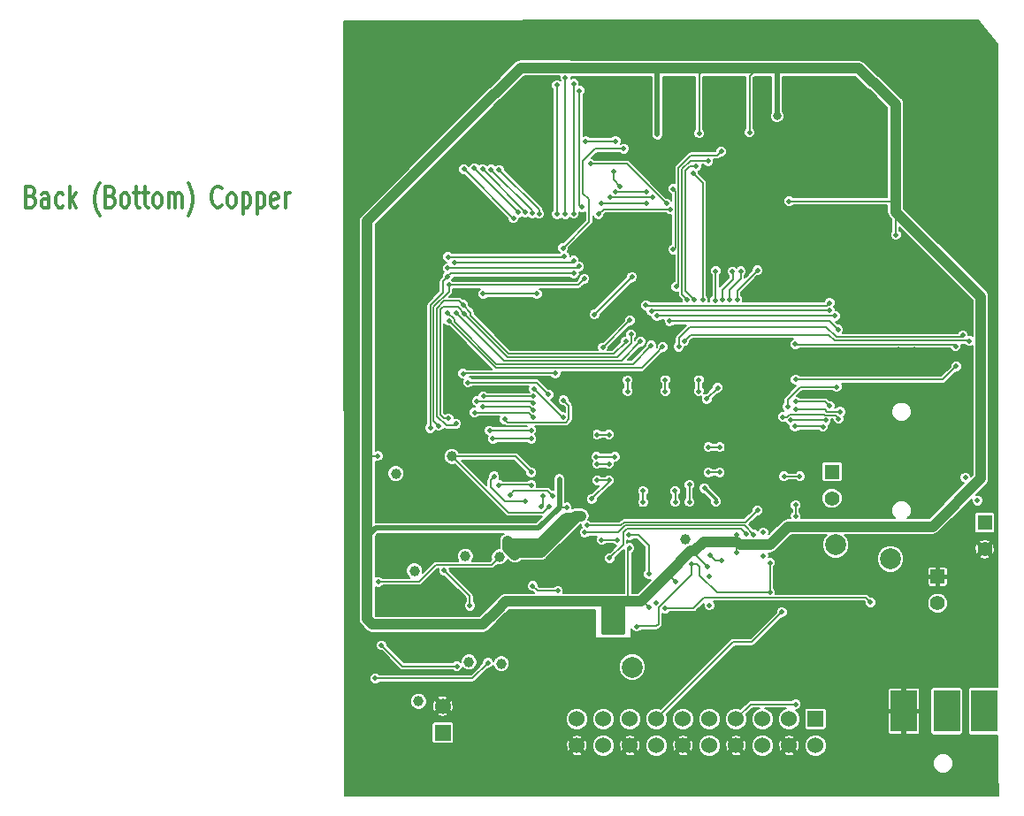
<source format=gbl>
G04 (created by PCBNEW-RS274X (2012-01-19 BZR 3256)-stable) date Tue 02 Oct 2012 11:02:05 BST*
G01*
G70*
G90*
%MOIN*%
G04 Gerber Fmt 3.4, Leading zero omitted, Abs format*
%FSLAX34Y34*%
G04 APERTURE LIST*
%ADD10C,0.006000*%
%ADD11C,0.012000*%
%ADD12C,0.039400*%
%ADD13C,0.078700*%
%ADD14R,0.055000X0.055000*%
%ADD15C,0.055000*%
%ADD16R,0.060000X0.060000*%
%ADD17C,0.060000*%
%ADD18R,0.098400X0.157500*%
%ADD19C,0.019700*%
%ADD20C,0.031500*%
%ADD21C,0.035400*%
%ADD22C,0.005900*%
%ADD23C,0.007900*%
%ADD24C,0.039400*%
%ADD25C,0.011800*%
%ADD26C,0.019700*%
%ADD27C,0.010000*%
G04 APERTURE END LIST*
G54D10*
G54D11*
X06827Y-26224D02*
X06913Y-26262D01*
X06941Y-26300D01*
X06970Y-26376D01*
X06970Y-26490D01*
X06941Y-26567D01*
X06913Y-26605D01*
X06855Y-26643D01*
X06627Y-26643D01*
X06627Y-25843D01*
X06827Y-25843D01*
X06884Y-25881D01*
X06913Y-25919D01*
X06941Y-25995D01*
X06941Y-26071D01*
X06913Y-26148D01*
X06884Y-26186D01*
X06827Y-26224D01*
X06627Y-26224D01*
X07484Y-26643D02*
X07484Y-26224D01*
X07455Y-26148D01*
X07398Y-26109D01*
X07284Y-26109D01*
X07227Y-26148D01*
X07484Y-26605D02*
X07427Y-26643D01*
X07284Y-26643D01*
X07227Y-26605D01*
X07198Y-26529D01*
X07198Y-26452D01*
X07227Y-26376D01*
X07284Y-26338D01*
X07427Y-26338D01*
X07484Y-26300D01*
X08027Y-26605D02*
X07970Y-26643D01*
X07856Y-26643D01*
X07798Y-26605D01*
X07770Y-26567D01*
X07741Y-26490D01*
X07741Y-26262D01*
X07770Y-26186D01*
X07798Y-26148D01*
X07856Y-26109D01*
X07970Y-26109D01*
X08027Y-26148D01*
X08284Y-26643D02*
X08284Y-25843D01*
X08341Y-26338D02*
X08512Y-26643D01*
X08512Y-26109D02*
X08284Y-26414D01*
X09398Y-26948D02*
X09370Y-26909D01*
X09313Y-26795D01*
X09284Y-26719D01*
X09255Y-26605D01*
X09227Y-26414D01*
X09227Y-26262D01*
X09255Y-26071D01*
X09284Y-25957D01*
X09313Y-25881D01*
X09370Y-25767D01*
X09398Y-25729D01*
X09827Y-26224D02*
X09913Y-26262D01*
X09941Y-26300D01*
X09970Y-26376D01*
X09970Y-26490D01*
X09941Y-26567D01*
X09913Y-26605D01*
X09855Y-26643D01*
X09627Y-26643D01*
X09627Y-25843D01*
X09827Y-25843D01*
X09884Y-25881D01*
X09913Y-25919D01*
X09941Y-25995D01*
X09941Y-26071D01*
X09913Y-26148D01*
X09884Y-26186D01*
X09827Y-26224D01*
X09627Y-26224D01*
X10313Y-26643D02*
X10255Y-26605D01*
X10227Y-26567D01*
X10198Y-26490D01*
X10198Y-26262D01*
X10227Y-26186D01*
X10255Y-26148D01*
X10313Y-26109D01*
X10398Y-26109D01*
X10455Y-26148D01*
X10484Y-26186D01*
X10513Y-26262D01*
X10513Y-26490D01*
X10484Y-26567D01*
X10455Y-26605D01*
X10398Y-26643D01*
X10313Y-26643D01*
X10684Y-26109D02*
X10913Y-26109D01*
X10770Y-25843D02*
X10770Y-26529D01*
X10798Y-26605D01*
X10856Y-26643D01*
X10913Y-26643D01*
X11027Y-26109D02*
X11256Y-26109D01*
X11113Y-25843D02*
X11113Y-26529D01*
X11141Y-26605D01*
X11199Y-26643D01*
X11256Y-26643D01*
X11542Y-26643D02*
X11484Y-26605D01*
X11456Y-26567D01*
X11427Y-26490D01*
X11427Y-26262D01*
X11456Y-26186D01*
X11484Y-26148D01*
X11542Y-26109D01*
X11627Y-26109D01*
X11684Y-26148D01*
X11713Y-26186D01*
X11742Y-26262D01*
X11742Y-26490D01*
X11713Y-26567D01*
X11684Y-26605D01*
X11627Y-26643D01*
X11542Y-26643D01*
X11999Y-26643D02*
X11999Y-26109D01*
X11999Y-26186D02*
X12027Y-26148D01*
X12085Y-26109D01*
X12170Y-26109D01*
X12227Y-26148D01*
X12256Y-26224D01*
X12256Y-26643D01*
X12256Y-26224D02*
X12285Y-26148D01*
X12342Y-26109D01*
X12427Y-26109D01*
X12485Y-26148D01*
X12513Y-26224D01*
X12513Y-26643D01*
X12742Y-26948D02*
X12770Y-26909D01*
X12827Y-26795D01*
X12856Y-26719D01*
X12885Y-26605D01*
X12913Y-26414D01*
X12913Y-26262D01*
X12885Y-26071D01*
X12856Y-25957D01*
X12827Y-25881D01*
X12770Y-25767D01*
X12742Y-25729D01*
X13999Y-26567D02*
X13970Y-26605D01*
X13884Y-26643D01*
X13827Y-26643D01*
X13742Y-26605D01*
X13684Y-26529D01*
X13656Y-26452D01*
X13627Y-26300D01*
X13627Y-26186D01*
X13656Y-26033D01*
X13684Y-25957D01*
X13742Y-25881D01*
X13827Y-25843D01*
X13884Y-25843D01*
X13970Y-25881D01*
X13999Y-25919D01*
X14342Y-26643D02*
X14284Y-26605D01*
X14256Y-26567D01*
X14227Y-26490D01*
X14227Y-26262D01*
X14256Y-26186D01*
X14284Y-26148D01*
X14342Y-26109D01*
X14427Y-26109D01*
X14484Y-26148D01*
X14513Y-26186D01*
X14542Y-26262D01*
X14542Y-26490D01*
X14513Y-26567D01*
X14484Y-26605D01*
X14427Y-26643D01*
X14342Y-26643D01*
X14799Y-26109D02*
X14799Y-26909D01*
X14799Y-26148D02*
X14856Y-26109D01*
X14970Y-26109D01*
X15027Y-26148D01*
X15056Y-26186D01*
X15085Y-26262D01*
X15085Y-26490D01*
X15056Y-26567D01*
X15027Y-26605D01*
X14970Y-26643D01*
X14856Y-26643D01*
X14799Y-26605D01*
X15342Y-26109D02*
X15342Y-26909D01*
X15342Y-26148D02*
X15399Y-26109D01*
X15513Y-26109D01*
X15570Y-26148D01*
X15599Y-26186D01*
X15628Y-26262D01*
X15628Y-26490D01*
X15599Y-26567D01*
X15570Y-26605D01*
X15513Y-26643D01*
X15399Y-26643D01*
X15342Y-26605D01*
X16113Y-26605D02*
X16056Y-26643D01*
X15942Y-26643D01*
X15885Y-26605D01*
X15856Y-26529D01*
X15856Y-26224D01*
X15885Y-26148D01*
X15942Y-26109D01*
X16056Y-26109D01*
X16113Y-26148D01*
X16142Y-26224D01*
X16142Y-26300D01*
X15856Y-26376D01*
X16399Y-26643D02*
X16399Y-26109D01*
X16399Y-26262D02*
X16427Y-26186D01*
X16456Y-26148D01*
X16513Y-26109D01*
X16570Y-26109D01*
G54D12*
X22685Y-36035D03*
G54D13*
X29478Y-43976D03*
X37150Y-39374D03*
X39220Y-39902D03*
G54D14*
X40994Y-40573D03*
G54D15*
X40994Y-41573D03*
G54D12*
X31496Y-39173D03*
X20571Y-36683D03*
X23327Y-43789D03*
X24547Y-43848D03*
X21427Y-45266D03*
X23189Y-39793D03*
X24478Y-39823D03*
X21270Y-40344D03*
G54D16*
X36386Y-45941D03*
G54D17*
X36386Y-46941D03*
X35386Y-45941D03*
X35386Y-46941D03*
X34386Y-45941D03*
X34386Y-46941D03*
X33386Y-45941D03*
X33386Y-46941D03*
X32386Y-45941D03*
X32386Y-46941D03*
X31386Y-45941D03*
X31386Y-46941D03*
X30386Y-45941D03*
X30386Y-46941D03*
X29386Y-45941D03*
X29386Y-46941D03*
X28386Y-45941D03*
X28386Y-46941D03*
X27386Y-45941D03*
X27386Y-46941D03*
G54D16*
X22343Y-46445D03*
G54D17*
X22343Y-45445D03*
G54D18*
X39720Y-45642D03*
X41334Y-45642D03*
X42751Y-45642D03*
G54D14*
X37008Y-36616D03*
G54D15*
X37008Y-37616D03*
G54D14*
X42766Y-38535D03*
G54D15*
X42766Y-39535D03*
G54D19*
X34419Y-39783D03*
X34419Y-38907D03*
X42490Y-37697D03*
X42047Y-36831D03*
X32382Y-41654D03*
X32382Y-40561D03*
X29882Y-37333D03*
X32352Y-36634D03*
X32707Y-33445D03*
X32283Y-33868D03*
X39417Y-27685D03*
X24045Y-43819D03*
X28976Y-42205D03*
X30728Y-33150D03*
X29311Y-33159D03*
X24370Y-41850D03*
X28150Y-36319D03*
X31988Y-33583D03*
X28159Y-36939D03*
X35394Y-26417D03*
X30728Y-33583D03*
X31020Y-25950D03*
X28602Y-36319D03*
X31024Y-28228D03*
X28602Y-36939D03*
X26732Y-36890D03*
X28150Y-35217D03*
X22386Y-40335D03*
X19793Y-44409D03*
X28652Y-42146D03*
X31102Y-40748D03*
X30423Y-23907D03*
X28602Y-35217D03*
X30118Y-41732D03*
X32638Y-37746D03*
X23356Y-41663D03*
X33425Y-38976D03*
X32200Y-37229D03*
X29370Y-39488D03*
X29311Y-33583D03*
X32008Y-23858D03*
X27008Y-37953D03*
X31093Y-37333D03*
X33425Y-39654D03*
X32785Y-35689D03*
X19882Y-36024D03*
G54D20*
X34941Y-23199D03*
G54D19*
X32311Y-40201D03*
X29882Y-37766D03*
X27953Y-37638D03*
X32352Y-35689D03*
X31102Y-37756D03*
X33898Y-23819D03*
X32776Y-36634D03*
X31988Y-33150D03*
X22874Y-43947D03*
X20030Y-43159D03*
X28049Y-30691D03*
X29480Y-29260D03*
X28366Y-31929D03*
X29390Y-30906D03*
X41689Y-32638D03*
X35646Y-33142D03*
X37185Y-33413D03*
X35339Y-34165D03*
X35646Y-34256D03*
X37319Y-34354D03*
X35157Y-34543D03*
X37264Y-34610D03*
X35646Y-37870D03*
X35642Y-38287D03*
X28850Y-24150D03*
X27709Y-24150D03*
X24280Y-36791D03*
X25433Y-37724D03*
X24882Y-37480D03*
X26465Y-37516D03*
X29161Y-24429D03*
X26870Y-34555D03*
X26874Y-28177D03*
X25780Y-33492D03*
X26886Y-33925D03*
X24673Y-34638D03*
X25679Y-37116D03*
X24459Y-37116D03*
X28780Y-25285D03*
X29026Y-25846D03*
X24222Y-35374D03*
X25679Y-35374D03*
X24104Y-35059D03*
X25669Y-35049D03*
X36917Y-30248D03*
X29996Y-30335D03*
X30201Y-30555D03*
X36921Y-30535D03*
X35622Y-31803D03*
X41665Y-31878D03*
X35642Y-33969D03*
X36925Y-34134D03*
X37122Y-30740D03*
X30413Y-30736D03*
X37236Y-31256D03*
X30886Y-30929D03*
X41945Y-31472D03*
X31240Y-31898D03*
X31433Y-31693D03*
X42189Y-31677D03*
X36781Y-34675D03*
X35463Y-34675D03*
X36673Y-34911D03*
X35610Y-34902D03*
X32835Y-24537D03*
X31142Y-29636D03*
X31555Y-30128D03*
X32343Y-24902D03*
X31890Y-25089D03*
X26646Y-26898D03*
X26642Y-22035D03*
X31831Y-30138D03*
X32146Y-30128D03*
X26961Y-21760D03*
X31772Y-25354D03*
X26961Y-26898D03*
X27272Y-21976D03*
X35207Y-36791D03*
X35797Y-36791D03*
X27276Y-26890D03*
X27496Y-22248D03*
X27591Y-26642D03*
X28307Y-26496D03*
X30000Y-26496D03*
X30906Y-26713D03*
X28209Y-26909D03*
X30768Y-26496D03*
X27903Y-25000D03*
X28642Y-26260D03*
X30256Y-26260D03*
X28858Y-26063D03*
X30020Y-26063D03*
X32626Y-29051D03*
X32608Y-30148D03*
X33256Y-29059D03*
X32874Y-30138D03*
X33575Y-29055D03*
X33150Y-30128D03*
X33435Y-30118D03*
X34202Y-29024D03*
X23287Y-33248D03*
X26329Y-33701D03*
X26585Y-32894D03*
X23100Y-32913D03*
X27685Y-38898D03*
X34063Y-38984D03*
X26043Y-37941D03*
X26110Y-37528D03*
X28630Y-39870D03*
X33768Y-38961D03*
X32421Y-39754D03*
X32844Y-39961D03*
X35118Y-41909D03*
X35646Y-45382D03*
X25974Y-26890D03*
X24459Y-25226D03*
X25709Y-26860D03*
X24161Y-25217D03*
X25453Y-26841D03*
X23839Y-25197D03*
X25197Y-26831D03*
X23531Y-25165D03*
X25000Y-27057D03*
X28909Y-39181D03*
X28327Y-39181D03*
X23134Y-25201D03*
X22846Y-34799D03*
X29232Y-31693D03*
X23100Y-30315D03*
X29433Y-31441D03*
X23150Y-30654D03*
X22549Y-34606D03*
X29791Y-31705D03*
X22850Y-30630D03*
X30197Y-31858D03*
X22531Y-30610D03*
X22567Y-30925D03*
X30630Y-31909D03*
X25752Y-34555D03*
X23539Y-34378D03*
X23858Y-34173D03*
X25748Y-34291D03*
X22185Y-34882D03*
X22569Y-29567D03*
X27677Y-29331D03*
X22530Y-29252D03*
X21870Y-34961D03*
X27283Y-29134D03*
X25677Y-36638D03*
X26350Y-37933D03*
X27768Y-38638D03*
X34205Y-38067D03*
X30108Y-40472D03*
X29360Y-39006D03*
X30374Y-41545D03*
X25856Y-44242D03*
X33228Y-22051D03*
X19951Y-39823D03*
X26323Y-28189D03*
X40720Y-27406D03*
X38921Y-30665D03*
X34937Y-27531D03*
X31055Y-22496D03*
G54D20*
X24012Y-40476D03*
G54D19*
X30980Y-43835D03*
X30256Y-37992D03*
X21484Y-27756D03*
X29772Y-40114D03*
X32756Y-22547D03*
X34382Y-29484D03*
X35740Y-22173D03*
G54D20*
X23181Y-40441D03*
X23799Y-41106D03*
G54D21*
X29724Y-36171D03*
G54D19*
X26929Y-35571D03*
G54D21*
X31172Y-36132D03*
G54D19*
X32992Y-37648D03*
X40657Y-23465D03*
X26933Y-30791D03*
X35047Y-32724D03*
X34433Y-43280D03*
X29311Y-37953D03*
X30433Y-28228D03*
X28209Y-33169D03*
X40598Y-25039D03*
X40705Y-22287D03*
X40705Y-21697D03*
X41728Y-33425D03*
X41740Y-35787D03*
X37559Y-36579D03*
G54D20*
X40098Y-32075D03*
X39516Y-31260D03*
X39516Y-32075D03*
G54D21*
X22037Y-37382D03*
X21299Y-37333D03*
G54D20*
X40091Y-31260D03*
G54D19*
X38866Y-32634D03*
G54D21*
X30522Y-35482D03*
G54D19*
X32618Y-32933D03*
X27933Y-35531D03*
X29941Y-32933D03*
G54D21*
X29754Y-34734D03*
G54D19*
X31821Y-37982D03*
X33012Y-35433D03*
X30876Y-37982D03*
X40650Y-25823D03*
X33012Y-35876D03*
X33012Y-33642D03*
G54D21*
X31201Y-34744D03*
G54D19*
X31348Y-37992D03*
X32303Y-37992D03*
X33012Y-36949D03*
X38455Y-41535D03*
X30728Y-41762D03*
X22530Y-28937D03*
X27480Y-28868D03*
X27274Y-28652D03*
X22776Y-28711D03*
X22539Y-28514D03*
X26929Y-28494D03*
X23862Y-29906D03*
X25886Y-29906D03*
X25756Y-34028D03*
X23626Y-33957D03*
X23866Y-33768D03*
X25756Y-33768D03*
X34673Y-40051D03*
X31644Y-37756D03*
X31644Y-37106D03*
X31713Y-40098D03*
X34673Y-41157D03*
X28829Y-36053D03*
X28130Y-36053D03*
X29646Y-42451D03*
G54D21*
X25063Y-39756D03*
X27004Y-38343D03*
X24787Y-39228D03*
G54D19*
X19909Y-40760D03*
X26677Y-41102D03*
X25724Y-40921D03*
G54D22*
X31109Y-26043D02*
X31109Y-28143D01*
X27008Y-37953D02*
X26732Y-37953D01*
G54D23*
X31102Y-37342D02*
X31102Y-37756D01*
G54D24*
X24370Y-41850D02*
X24724Y-41496D01*
G54D22*
X27953Y-37638D02*
X28602Y-36989D01*
G54D25*
X28661Y-42137D02*
X28652Y-42146D01*
G54D24*
X27077Y-21378D02*
X25286Y-21378D01*
X32225Y-21407D02*
X30423Y-21407D01*
G54D22*
X29331Y-39527D02*
X29370Y-39488D01*
G54D24*
X34941Y-21407D02*
X34184Y-21407D01*
X38593Y-21939D02*
X38553Y-21939D01*
X29331Y-41496D02*
X29803Y-41496D01*
X30423Y-21407D02*
X27106Y-21407D01*
G54D23*
X32352Y-35689D02*
X32785Y-35689D01*
G54D24*
X24724Y-41496D02*
X28661Y-41496D01*
G54D25*
X33425Y-38976D02*
X33425Y-39252D01*
G54D26*
X25945Y-38740D02*
X19804Y-38740D01*
G54D23*
X29882Y-37333D02*
X29882Y-37766D01*
G54D26*
X30423Y-23907D02*
X30423Y-21407D01*
G54D23*
X31988Y-33583D02*
X31988Y-33150D01*
G54D24*
X38593Y-21939D02*
X39409Y-22755D01*
X24291Y-22362D02*
X24302Y-22362D01*
G54D23*
X31102Y-40748D02*
X30846Y-40492D01*
G54D24*
X19488Y-27166D02*
X19488Y-36024D01*
G54D25*
X29016Y-42165D02*
X29016Y-41496D01*
G54D24*
X31812Y-39606D02*
X32166Y-39252D01*
G54D23*
X32707Y-33445D02*
X32706Y-33445D01*
G54D22*
X33898Y-21693D02*
X34184Y-21407D01*
G54D24*
X42614Y-36867D02*
X40800Y-38681D01*
G54D23*
X29311Y-33583D02*
X29311Y-33159D01*
X32706Y-33445D02*
X32283Y-33868D01*
G54D24*
X31693Y-39606D02*
X31812Y-39606D01*
G54D25*
X28661Y-41496D02*
X28661Y-42137D01*
G54D23*
X30728Y-33583D02*
X30728Y-33150D01*
G54D24*
X19488Y-42165D02*
X19488Y-39056D01*
G54D22*
X23356Y-41305D02*
X23356Y-41663D01*
G54D24*
X24370Y-41850D02*
X23858Y-42362D01*
G54D22*
X31812Y-39606D02*
X31812Y-39702D01*
X28602Y-36989D02*
X28602Y-36939D01*
G54D23*
X19882Y-36024D02*
X19488Y-36024D01*
G54D24*
X38021Y-21407D02*
X34941Y-21407D01*
G54D22*
X39409Y-27677D02*
X39409Y-26811D01*
G54D24*
X23858Y-42362D02*
X19685Y-42362D01*
X23780Y-22874D02*
X23780Y-22873D01*
G54D26*
X26732Y-37953D02*
X25945Y-38740D01*
X19804Y-38740D02*
X19488Y-39056D01*
G54D25*
X32638Y-37667D02*
X32200Y-37229D01*
G54D22*
X19802Y-44400D02*
X23464Y-44400D01*
X29331Y-41496D02*
X29331Y-39527D01*
G54D23*
X31102Y-37342D02*
X31093Y-37333D01*
X30846Y-40492D02*
X30807Y-40492D01*
X28602Y-35217D02*
X28150Y-35217D01*
G54D24*
X40800Y-38681D02*
X35358Y-38681D01*
X39409Y-22755D02*
X39409Y-26417D01*
X19685Y-42362D02*
X19488Y-42165D01*
G54D26*
X34941Y-21407D02*
X34941Y-23199D01*
X26732Y-37953D02*
X26732Y-36890D01*
G54D23*
X35394Y-26417D02*
X39409Y-26417D01*
G54D24*
X28661Y-41496D02*
X29016Y-41496D01*
G54D23*
X28159Y-36939D02*
X28602Y-36939D01*
G54D24*
X38553Y-21939D02*
X38021Y-21407D01*
G54D22*
X31020Y-25950D02*
X31020Y-25954D01*
G54D24*
X35358Y-38681D02*
X34673Y-39366D01*
G54D22*
X32008Y-21624D02*
X32225Y-21407D01*
G54D24*
X32166Y-39252D02*
X33425Y-39252D01*
G54D22*
X31109Y-28143D02*
X31024Y-28228D01*
G54D24*
X30807Y-40492D02*
X31693Y-39606D01*
X34184Y-21407D02*
X32225Y-21407D01*
G54D22*
X39417Y-27685D02*
X39409Y-27677D01*
G54D23*
X28976Y-42205D02*
X29016Y-42165D01*
X30118Y-41732D02*
X29882Y-41496D01*
G54D22*
X33425Y-39252D02*
X33425Y-39654D01*
X33898Y-23819D02*
X33898Y-21693D01*
G54D24*
X25286Y-21378D02*
X24302Y-22362D01*
X19488Y-27166D02*
X23780Y-22874D01*
G54D22*
X31812Y-39702D02*
X32311Y-40201D01*
G54D24*
X19488Y-39056D02*
X19488Y-36024D01*
G54D22*
X23464Y-44400D02*
X24045Y-43819D01*
X32008Y-23858D02*
X32008Y-21624D01*
X19793Y-44409D02*
X19802Y-44400D01*
G54D23*
X32352Y-36634D02*
X32776Y-36634D01*
G54D24*
X39409Y-26417D02*
X39409Y-26811D01*
X33539Y-39366D02*
X33425Y-39252D01*
X34673Y-39366D02*
X33539Y-39366D01*
G54D25*
X32638Y-37667D02*
X32638Y-37746D01*
G54D22*
X22386Y-40335D02*
X23356Y-41305D01*
G54D24*
X42614Y-30016D02*
X42614Y-36867D01*
X27106Y-21407D02*
X27077Y-21378D01*
X39409Y-26811D02*
X42614Y-30016D01*
X23780Y-22873D02*
X24291Y-22362D01*
G54D23*
X29882Y-41496D02*
X29803Y-41496D01*
X28602Y-36319D02*
X28150Y-36319D01*
G54D24*
X30807Y-40492D02*
X29803Y-41496D01*
X29016Y-41496D02*
X29331Y-41496D01*
G54D22*
X31020Y-25954D02*
X31109Y-26043D01*
X20818Y-43947D02*
X22874Y-43947D01*
X20030Y-43159D02*
X20818Y-43947D01*
X28049Y-30691D02*
X29480Y-29260D01*
X29389Y-30906D02*
X29390Y-30906D01*
X28366Y-31929D02*
X29389Y-30906D01*
X41185Y-33142D02*
X41689Y-32638D01*
X35646Y-33142D02*
X41185Y-33142D01*
X35339Y-34165D02*
X35339Y-33885D01*
X35811Y-33413D02*
X37185Y-33413D01*
X35339Y-33885D02*
X35811Y-33413D01*
X36732Y-34256D02*
X36830Y-34354D01*
X36830Y-34354D02*
X37319Y-34354D01*
X35646Y-34256D02*
X36732Y-34256D01*
X36725Y-34458D02*
X36747Y-34480D01*
X36747Y-34480D02*
X37134Y-34480D01*
X35324Y-34543D02*
X35157Y-34543D01*
X35409Y-34458D02*
X36725Y-34458D01*
X35409Y-34458D02*
X35324Y-34543D01*
X37134Y-34480D02*
X37264Y-34610D01*
X35646Y-38283D02*
X35646Y-37870D01*
X35642Y-38287D02*
X35646Y-38283D01*
X28850Y-24150D02*
X27709Y-24150D01*
X25433Y-37724D02*
X25426Y-37717D01*
X25426Y-37717D02*
X24674Y-37717D01*
X24138Y-36933D02*
X24280Y-36791D01*
X24138Y-37181D02*
X24138Y-36933D01*
X24674Y-37717D02*
X24138Y-37181D01*
X25027Y-37335D02*
X24882Y-37480D01*
X26465Y-37512D02*
X26288Y-37335D01*
X26465Y-37516D02*
X26465Y-37512D01*
X26288Y-37335D02*
X25027Y-37335D01*
X26843Y-34555D02*
X26870Y-34555D01*
X28079Y-24429D02*
X29161Y-24429D01*
X27630Y-24878D02*
X27630Y-26115D01*
X27630Y-26115D02*
X27854Y-26339D01*
X27630Y-24878D02*
X28079Y-24429D01*
X27854Y-26339D02*
X27854Y-27197D01*
X25780Y-33492D02*
X26843Y-34555D01*
X27854Y-27197D02*
X26874Y-28177D01*
X27094Y-34623D02*
X26973Y-34744D01*
X27094Y-34133D02*
X27094Y-34623D01*
X24779Y-34744D02*
X26973Y-34744D01*
X27094Y-34133D02*
X26886Y-33925D01*
X24673Y-34638D02*
X24779Y-34744D01*
X25669Y-37106D02*
X24469Y-37106D01*
X25669Y-37106D02*
X25679Y-37116D01*
X24469Y-37106D02*
X24459Y-37116D01*
X29026Y-25846D02*
X28780Y-25600D01*
X28780Y-25600D02*
X28780Y-25285D01*
X24222Y-35374D02*
X25679Y-35374D01*
X24114Y-35049D02*
X25669Y-35049D01*
X24104Y-35059D02*
X24114Y-35049D01*
X36819Y-30346D02*
X36917Y-30248D01*
X30007Y-30346D02*
X36819Y-30346D01*
X29996Y-30335D02*
X30007Y-30346D01*
X36917Y-30539D02*
X36921Y-30535D01*
X30201Y-30555D02*
X30217Y-30539D01*
X30217Y-30539D02*
X36917Y-30539D01*
X41602Y-31815D02*
X41665Y-31878D01*
X35634Y-31815D02*
X41602Y-31815D01*
X35622Y-31803D02*
X35634Y-31815D01*
X36760Y-33969D02*
X36925Y-34134D01*
X35642Y-33969D02*
X36760Y-33969D01*
X30413Y-30736D02*
X37118Y-30736D01*
X37118Y-30736D02*
X37122Y-30740D01*
X36909Y-30929D02*
X37236Y-31256D01*
X30886Y-30929D02*
X36909Y-30929D01*
X36792Y-31150D02*
X37170Y-31528D01*
X31240Y-31571D02*
X31661Y-31150D01*
X37170Y-31528D02*
X41889Y-31528D01*
X41889Y-31528D02*
X41945Y-31472D01*
X31240Y-31898D02*
X31240Y-31571D01*
X31661Y-31150D02*
X36792Y-31150D01*
X31433Y-31693D02*
X31673Y-31453D01*
X31673Y-31453D02*
X36882Y-31453D01*
X37098Y-31669D02*
X42181Y-31669D01*
X42181Y-31669D02*
X42189Y-31677D01*
X36882Y-31453D02*
X37098Y-31669D01*
X36781Y-34675D02*
X35463Y-34675D01*
X36673Y-34911D02*
X36664Y-34902D01*
X36664Y-34902D02*
X35610Y-34902D01*
X31230Y-29548D02*
X31142Y-29636D01*
X31693Y-24685D02*
X31230Y-25148D01*
X32687Y-24685D02*
X31693Y-24685D01*
X31230Y-25148D02*
X31230Y-29548D01*
X32835Y-24537D02*
X32687Y-24685D01*
X32333Y-24892D02*
X31673Y-24892D01*
X31673Y-24892D02*
X31358Y-25207D01*
X31358Y-25207D02*
X31358Y-29931D01*
X31358Y-29931D02*
X31555Y-30128D01*
X32343Y-24902D02*
X32333Y-24892D01*
X26646Y-26898D02*
X26642Y-26894D01*
X31644Y-25089D02*
X31486Y-25247D01*
X26642Y-26894D02*
X26642Y-22035D01*
X31890Y-25089D02*
X31644Y-25089D01*
X31486Y-25247D02*
X31486Y-29793D01*
X31486Y-29793D02*
X31831Y-30138D01*
X32146Y-25728D02*
X32146Y-30128D01*
X26961Y-26898D02*
X26961Y-21760D01*
X31772Y-25354D02*
X32146Y-25728D01*
X27272Y-26886D02*
X27272Y-21976D01*
X35797Y-36791D02*
X35207Y-36791D01*
X27276Y-26890D02*
X27272Y-26886D01*
X27591Y-26642D02*
X27496Y-26547D01*
X27496Y-26547D02*
X27496Y-22248D01*
X30000Y-26496D02*
X28307Y-26496D01*
X28210Y-26909D02*
X28209Y-26909D01*
X28406Y-26713D02*
X28210Y-26909D01*
X30906Y-26713D02*
X28406Y-26713D01*
X30768Y-26496D02*
X29272Y-25000D01*
X29272Y-25000D02*
X27903Y-25000D01*
X30256Y-26260D02*
X28642Y-26260D01*
X30020Y-26063D02*
X28858Y-26063D01*
X32626Y-29051D02*
X32626Y-30130D01*
X32626Y-30130D02*
X32608Y-30148D01*
X33256Y-29059D02*
X33268Y-29071D01*
X33268Y-29071D02*
X33268Y-29350D01*
X33268Y-29350D02*
X32874Y-29744D01*
X32874Y-29744D02*
X32874Y-30138D01*
X33575Y-29055D02*
X33573Y-29057D01*
X33573Y-29057D02*
X33573Y-29341D01*
X33573Y-29341D02*
X33150Y-29764D01*
X33150Y-29764D02*
X33150Y-30128D01*
X33878Y-29348D02*
X34202Y-29024D01*
X33878Y-29348D02*
X33878Y-29350D01*
X33445Y-29783D02*
X33878Y-29350D01*
X33445Y-30108D02*
X33445Y-29783D01*
X33435Y-30118D02*
X33445Y-30108D01*
X25876Y-33248D02*
X23287Y-33248D01*
X26329Y-33701D02*
X25876Y-33248D01*
X26585Y-32894D02*
X23119Y-32894D01*
X23119Y-32894D02*
X23100Y-32913D01*
X26110Y-37874D02*
X26110Y-37528D01*
X26043Y-37941D02*
X26110Y-37874D01*
X33718Y-38639D02*
X34063Y-38984D01*
X28961Y-38898D02*
X29220Y-38639D01*
X29220Y-38639D02*
X33718Y-38639D01*
X27685Y-38898D02*
X28961Y-38898D01*
X28630Y-39870D02*
X29134Y-39366D01*
X29134Y-38897D02*
X29271Y-38760D01*
X29271Y-38760D02*
X33567Y-38760D01*
X33567Y-38760D02*
X33768Y-38961D01*
X29134Y-39366D02*
X29134Y-38897D01*
X32421Y-39754D02*
X32628Y-39961D01*
X32628Y-39961D02*
X32844Y-39961D01*
X35118Y-41909D02*
X33996Y-43031D01*
X33996Y-43031D02*
X33296Y-43031D01*
X33296Y-43031D02*
X30386Y-45941D01*
X33390Y-45941D02*
X33386Y-45941D01*
X33949Y-45382D02*
X33390Y-45941D01*
X35646Y-45382D02*
X33949Y-45382D01*
X25974Y-26741D02*
X24459Y-25226D01*
X25974Y-26890D02*
X25974Y-26741D01*
X25709Y-26765D02*
X24161Y-25217D01*
X25709Y-26860D02*
X25709Y-26765D01*
X25453Y-26841D02*
X25453Y-26811D01*
X25453Y-26811D02*
X23839Y-25197D01*
X25197Y-26831D02*
X23531Y-25165D01*
X28909Y-39181D02*
X28327Y-39181D01*
X25000Y-27057D02*
X24990Y-27057D01*
X24990Y-27057D02*
X23134Y-25201D01*
X23100Y-30315D02*
X22954Y-30169D01*
X22775Y-34870D02*
X22472Y-34870D01*
X22113Y-34511D02*
X22113Y-30447D01*
X22391Y-30169D02*
X22954Y-30169D01*
X23396Y-30611D02*
X23100Y-30315D01*
X28783Y-32162D02*
X24830Y-32162D01*
X29232Y-31713D02*
X28783Y-32162D01*
X23396Y-30728D02*
X23396Y-30611D01*
X29232Y-31693D02*
X29232Y-31713D01*
X24830Y-32162D02*
X23396Y-30728D01*
X22472Y-34870D02*
X22113Y-34511D01*
X22846Y-34799D02*
X22775Y-34870D01*
X22113Y-30447D02*
X22391Y-30169D01*
X22234Y-30502D02*
X22234Y-34449D01*
X22904Y-30404D02*
X22332Y-30404D01*
X22234Y-34449D02*
X22391Y-34606D01*
X23150Y-30650D02*
X22904Y-30404D01*
X22332Y-30404D02*
X22234Y-30502D01*
X23150Y-30654D02*
X24779Y-32283D01*
X24779Y-32283D02*
X28922Y-32283D01*
X23150Y-30654D02*
X23150Y-30650D01*
X28922Y-32283D02*
X29433Y-31772D01*
X29433Y-31772D02*
X29433Y-31441D01*
X22391Y-34606D02*
X22549Y-34606D01*
X29075Y-32421D02*
X29791Y-31705D01*
X22850Y-30630D02*
X24641Y-32421D01*
X24641Y-32421D02*
X29075Y-32421D01*
X22783Y-30862D02*
X22531Y-30610D01*
X22783Y-30969D02*
X22783Y-30862D01*
X30197Y-31858D02*
X29506Y-32549D01*
X29506Y-32549D02*
X24363Y-32549D01*
X24363Y-32549D02*
X22783Y-30969D01*
X30630Y-31909D02*
X30393Y-32146D01*
X24339Y-32697D02*
X22567Y-30925D01*
X30390Y-32146D02*
X29839Y-32697D01*
X29839Y-32697D02*
X24339Y-32697D01*
X30393Y-32146D02*
X30390Y-32146D01*
X25745Y-34555D02*
X25568Y-34378D01*
X25568Y-34378D02*
X23539Y-34378D01*
X25752Y-34555D02*
X25745Y-34555D01*
X25748Y-34291D02*
X25747Y-34291D01*
X25747Y-34291D02*
X25629Y-34173D01*
X25629Y-34173D02*
X23858Y-34173D01*
X22569Y-29567D02*
X22569Y-29818D01*
X27677Y-29331D02*
X27441Y-29567D01*
X27441Y-29567D02*
X22569Y-29567D01*
X21992Y-30395D02*
X21992Y-34689D01*
X21992Y-34689D02*
X22185Y-34882D01*
X22569Y-29818D02*
X21992Y-30395D01*
X21871Y-30334D02*
X21871Y-34665D01*
X22343Y-29862D02*
X21871Y-30334D01*
X21871Y-34665D02*
X21870Y-34666D01*
X22638Y-29134D02*
X22530Y-29242D01*
X22530Y-29242D02*
X22530Y-29252D01*
X22530Y-29252D02*
X22343Y-29439D01*
X22343Y-29439D02*
X22343Y-29862D01*
X21870Y-34666D02*
X21870Y-34961D01*
X27283Y-29134D02*
X22638Y-29134D01*
X25677Y-36638D02*
X25074Y-36035D01*
X26350Y-37933D02*
X26350Y-37934D01*
X29049Y-38638D02*
X27768Y-38638D01*
X26350Y-37934D02*
X26123Y-38161D01*
X29169Y-38518D02*
X29049Y-38638D01*
X34205Y-38071D02*
X33758Y-38518D01*
X33758Y-38518D02*
X29169Y-38518D01*
X34205Y-38067D02*
X34205Y-38071D01*
X26123Y-38161D02*
X24811Y-38161D01*
X24811Y-38161D02*
X22685Y-36035D01*
X22685Y-36035D02*
X25074Y-36035D01*
X30108Y-39390D02*
X29724Y-39006D01*
X29724Y-39006D02*
X29360Y-39006D01*
X30108Y-40472D02*
X30108Y-39390D01*
X25856Y-44242D02*
X25856Y-44232D01*
G54D25*
X31358Y-37982D02*
X31348Y-37992D01*
X30256Y-37992D02*
X29557Y-37992D01*
X33012Y-34754D02*
X31211Y-34754D01*
X33012Y-33327D02*
X33012Y-34754D01*
X27933Y-35531D02*
X27933Y-33150D01*
G54D22*
X21484Y-27756D02*
X21508Y-27780D01*
X21508Y-27780D02*
X22039Y-27780D01*
G54D25*
X28061Y-33022D02*
X28150Y-32933D01*
X33012Y-36132D02*
X33012Y-36949D01*
X29754Y-34734D02*
X29774Y-34734D01*
X32618Y-32933D02*
X33012Y-33327D01*
X32618Y-32933D02*
X29941Y-32933D01*
X33012Y-35433D02*
X33012Y-35837D01*
X29350Y-37992D02*
X29311Y-37953D01*
X33012Y-36949D02*
X33012Y-37628D01*
X30522Y-35482D02*
X30413Y-35482D01*
X31201Y-34803D02*
X30522Y-35482D01*
X29685Y-32933D02*
X29941Y-32933D01*
G54D22*
X40720Y-27406D02*
X40713Y-27413D01*
X40713Y-27413D02*
X40709Y-27413D01*
G54D25*
X31201Y-34744D02*
X31201Y-34803D01*
X29557Y-37992D02*
X29557Y-36338D01*
X31211Y-34754D02*
X31201Y-34744D01*
X32303Y-37992D02*
X31831Y-37992D01*
X29557Y-36338D02*
X29724Y-36171D01*
X30876Y-37982D02*
X30266Y-37982D01*
X30266Y-37982D02*
X30256Y-37992D01*
X33012Y-37628D02*
X32992Y-37648D01*
X33012Y-34754D02*
X33012Y-35433D01*
G54D22*
X38866Y-32634D02*
X38957Y-32634D01*
G54D25*
X29557Y-37992D02*
X29350Y-37992D01*
X30886Y-37992D02*
X30876Y-37982D01*
G54D22*
X21299Y-37333D02*
X21289Y-37333D01*
G54D26*
X39516Y-32075D02*
X40098Y-32075D01*
G54D22*
X38957Y-32634D02*
X39516Y-32075D01*
G54D25*
X33012Y-35837D02*
X33012Y-36132D01*
X29685Y-34665D02*
X29754Y-34734D01*
G54D22*
X30522Y-35482D02*
X31172Y-36132D01*
G54D25*
X31821Y-37982D02*
X31358Y-37982D01*
X32992Y-37727D02*
X32727Y-37992D01*
X29774Y-34734D02*
X30522Y-35482D01*
G54D22*
X28062Y-33022D02*
X28209Y-33169D01*
X33012Y-35876D02*
X33012Y-35837D01*
G54D25*
X27933Y-33150D02*
X28061Y-33022D01*
X31831Y-37992D02*
X31821Y-37982D01*
X32992Y-37648D02*
X32992Y-37727D01*
X31348Y-37992D02*
X30886Y-37992D01*
X29685Y-32933D02*
X29685Y-34665D01*
G54D22*
X28061Y-33022D02*
X28062Y-33022D01*
G54D25*
X30413Y-35482D02*
X29724Y-36171D01*
X28150Y-32933D02*
X29685Y-32933D01*
X33012Y-36132D02*
X31172Y-36132D01*
X32727Y-37992D02*
X32303Y-37992D01*
G54D22*
X32192Y-41358D02*
X38278Y-41358D01*
X31788Y-41762D02*
X30728Y-41762D01*
X38278Y-41358D02*
X38455Y-41535D01*
X32192Y-41358D02*
X31788Y-41762D01*
X27411Y-28937D02*
X22530Y-28937D01*
X27480Y-28868D02*
X27411Y-28937D01*
X27215Y-28711D02*
X22776Y-28711D01*
X27274Y-28652D02*
X27215Y-28711D01*
X26909Y-28514D02*
X22539Y-28514D01*
X26929Y-28494D02*
X26909Y-28514D01*
X25886Y-29906D02*
X23862Y-29906D01*
X25681Y-33957D02*
X23626Y-33957D01*
X25752Y-34028D02*
X25681Y-33957D01*
X25756Y-34028D02*
X25752Y-34028D01*
X23866Y-33768D02*
X25756Y-33768D01*
X32020Y-40512D02*
X32020Y-40209D01*
X34673Y-41157D02*
X34673Y-40051D01*
X31713Y-40491D02*
X31713Y-40098D01*
X30394Y-42431D02*
X29666Y-42431D01*
X30469Y-41735D02*
X31713Y-40491D01*
X31909Y-40098D02*
X31713Y-40098D01*
X30469Y-42356D02*
X30469Y-41735D01*
X32665Y-41157D02*
X32020Y-40512D01*
X34673Y-41157D02*
X32665Y-41157D01*
X28130Y-36053D02*
X28829Y-36053D01*
X30394Y-42431D02*
X30469Y-42356D01*
X31644Y-37106D02*
X31644Y-37756D01*
X29666Y-42431D02*
X29646Y-42451D01*
X32020Y-40209D02*
X31909Y-40098D01*
G54D24*
X27004Y-38343D02*
X27284Y-38343D01*
X27351Y-38276D02*
X27551Y-38276D01*
X27284Y-38343D02*
X27351Y-38276D01*
G54D26*
X26071Y-39756D02*
X25063Y-39756D01*
X27551Y-38276D02*
X26071Y-39756D01*
G54D24*
X25685Y-39488D02*
X25709Y-39512D01*
X25709Y-39512D02*
X25988Y-39512D01*
X25063Y-39488D02*
X25685Y-39488D01*
X25063Y-39756D02*
X25063Y-39488D01*
G54D22*
X19909Y-40760D02*
X21445Y-40760D01*
X21445Y-40760D02*
X22077Y-40128D01*
G54D26*
X26917Y-38291D02*
X25980Y-39228D01*
X27004Y-38343D02*
X26917Y-38291D01*
X25980Y-39228D02*
X24787Y-39228D01*
G54D22*
X24173Y-40128D02*
X24478Y-39823D01*
X25724Y-40921D02*
X25905Y-41102D01*
X25905Y-41102D02*
X26677Y-41102D01*
G54D24*
X24787Y-39228D02*
X24787Y-39480D01*
X27004Y-38343D02*
X27004Y-38540D01*
X27004Y-38540D02*
X26154Y-39390D01*
X24787Y-39480D02*
X25063Y-39756D01*
G54D22*
X22077Y-40128D02*
X24173Y-40128D01*
G54D10*
G36*
X29163Y-42706D02*
X28347Y-42706D01*
X28347Y-41653D01*
X29134Y-41644D01*
X29163Y-41644D01*
X29163Y-42706D01*
X29163Y-42706D01*
G37*
G54D27*
X29163Y-42706D02*
X28347Y-42706D01*
X28347Y-41653D01*
X29134Y-41644D01*
X29163Y-41644D01*
X29163Y-42706D01*
G54D10*
G36*
X24637Y-38956D02*
X24564Y-39005D01*
X24496Y-39107D01*
X24472Y-39228D01*
X24472Y-39480D01*
X24477Y-39508D01*
X24416Y-39508D01*
X24300Y-39556D01*
X24211Y-39644D01*
X24163Y-39760D01*
X24163Y-39885D01*
X24176Y-39916D01*
X24112Y-39981D01*
X23446Y-39981D01*
X23456Y-39972D01*
X23504Y-39856D01*
X23504Y-39731D01*
X23456Y-39615D01*
X23368Y-39526D01*
X23252Y-39478D01*
X23127Y-39478D01*
X23011Y-39526D01*
X22922Y-39614D01*
X22874Y-39730D01*
X22874Y-39855D01*
X22922Y-39971D01*
X22931Y-39981D01*
X22077Y-39981D01*
X22076Y-39981D01*
X22065Y-39983D01*
X22021Y-39992D01*
X21973Y-40024D01*
X21971Y-40026D01*
X21581Y-40416D01*
X21585Y-40407D01*
X21585Y-40282D01*
X21537Y-40166D01*
X21449Y-40077D01*
X21333Y-40029D01*
X21208Y-40029D01*
X21092Y-40077D01*
X21003Y-40165D01*
X20955Y-40281D01*
X20955Y-40406D01*
X21003Y-40522D01*
X21091Y-40611D01*
X21095Y-40613D01*
X20067Y-40613D01*
X20031Y-40577D01*
X19952Y-40544D01*
X19866Y-40544D01*
X19803Y-40570D01*
X19803Y-39056D01*
X19803Y-39046D01*
X19893Y-38956D01*
X24637Y-38956D01*
X24637Y-38956D01*
G37*
G54D23*
X24637Y-38956D02*
X24564Y-39005D01*
X24496Y-39107D01*
X24472Y-39228D01*
X24472Y-39480D01*
X24477Y-39508D01*
X24416Y-39508D01*
X24300Y-39556D01*
X24211Y-39644D01*
X24163Y-39760D01*
X24163Y-39885D01*
X24176Y-39916D01*
X24112Y-39981D01*
X23446Y-39981D01*
X23456Y-39972D01*
X23504Y-39856D01*
X23504Y-39731D01*
X23456Y-39615D01*
X23368Y-39526D01*
X23252Y-39478D01*
X23127Y-39478D01*
X23011Y-39526D01*
X22922Y-39614D01*
X22874Y-39730D01*
X22874Y-39855D01*
X22922Y-39971D01*
X22931Y-39981D01*
X22077Y-39981D01*
X22076Y-39981D01*
X22065Y-39983D01*
X22021Y-39992D01*
X21973Y-40024D01*
X21971Y-40026D01*
X21581Y-40416D01*
X21585Y-40407D01*
X21585Y-40282D01*
X21537Y-40166D01*
X21449Y-40077D01*
X21333Y-40029D01*
X21208Y-40029D01*
X21092Y-40077D01*
X21003Y-40165D01*
X20955Y-40281D01*
X20955Y-40406D01*
X21003Y-40522D01*
X21091Y-40611D01*
X21095Y-40613D01*
X20067Y-40613D01*
X20031Y-40577D01*
X19952Y-40544D01*
X19866Y-40544D01*
X19803Y-40570D01*
X19803Y-39056D01*
X19803Y-39046D01*
X19893Y-38956D01*
X24637Y-38956D01*
G54D10*
G36*
X29184Y-41181D02*
X29016Y-41181D01*
X28661Y-41181D01*
X26877Y-41181D01*
X26893Y-41145D01*
X26893Y-41059D01*
X26860Y-40980D01*
X26799Y-40919D01*
X26720Y-40886D01*
X26634Y-40886D01*
X26555Y-40919D01*
X26519Y-40955D01*
X25966Y-40955D01*
X25940Y-40929D01*
X25940Y-40878D01*
X25907Y-40799D01*
X25846Y-40738D01*
X25767Y-40705D01*
X25681Y-40705D01*
X25602Y-40738D01*
X25541Y-40799D01*
X25508Y-40878D01*
X25508Y-40964D01*
X25541Y-41043D01*
X25602Y-41104D01*
X25681Y-41137D01*
X25732Y-41137D01*
X25776Y-41181D01*
X24724Y-41181D01*
X24603Y-41205D01*
X24501Y-41273D01*
X24499Y-41275D01*
X24147Y-41627D01*
X23727Y-42047D01*
X19815Y-42047D01*
X19803Y-42034D01*
X19803Y-40949D01*
X19866Y-40976D01*
X19952Y-40976D01*
X20031Y-40943D01*
X20067Y-40907D01*
X21445Y-40907D01*
X21501Y-40896D01*
X21502Y-40896D01*
X21549Y-40864D01*
X22137Y-40275D01*
X22177Y-40275D01*
X22170Y-40292D01*
X22170Y-40378D01*
X22203Y-40457D01*
X22264Y-40518D01*
X22343Y-40551D01*
X22394Y-40551D01*
X23209Y-41366D01*
X23209Y-41505D01*
X23173Y-41541D01*
X23140Y-41620D01*
X23140Y-41706D01*
X23173Y-41785D01*
X23234Y-41846D01*
X23313Y-41879D01*
X23399Y-41879D01*
X23478Y-41846D01*
X23539Y-41785D01*
X23572Y-41706D01*
X23572Y-41620D01*
X23539Y-41541D01*
X23503Y-41505D01*
X23503Y-41305D01*
X23502Y-41304D01*
X23503Y-41304D01*
X23500Y-41293D01*
X23492Y-41249D01*
X23491Y-41248D01*
X23460Y-41201D01*
X23459Y-41200D01*
X22602Y-40343D01*
X22602Y-40292D01*
X22594Y-40275D01*
X24173Y-40275D01*
X24229Y-40264D01*
X24230Y-40264D01*
X24277Y-40232D01*
X24383Y-40125D01*
X24415Y-40138D01*
X24540Y-40138D01*
X24656Y-40090D01*
X24745Y-40002D01*
X24779Y-39918D01*
X24840Y-39979D01*
X24942Y-40047D01*
X24943Y-40047D01*
X25063Y-40071D01*
X25183Y-40047D01*
X25184Y-40047D01*
X25286Y-39979D01*
X25290Y-39972D01*
X26071Y-39972D01*
X26154Y-39956D01*
X26224Y-39909D01*
X27542Y-38591D01*
X27551Y-38591D01*
X27553Y-38590D01*
X27552Y-38595D01*
X27552Y-38681D01*
X27565Y-38713D01*
X27563Y-38715D01*
X27502Y-38776D01*
X27469Y-38855D01*
X27469Y-38941D01*
X27502Y-39020D01*
X27563Y-39081D01*
X27642Y-39114D01*
X27728Y-39114D01*
X27807Y-39081D01*
X27843Y-39045D01*
X28158Y-39045D01*
X28144Y-39059D01*
X28111Y-39138D01*
X28111Y-39224D01*
X28144Y-39303D01*
X28205Y-39364D01*
X28284Y-39397D01*
X28370Y-39397D01*
X28449Y-39364D01*
X28485Y-39328D01*
X28751Y-39328D01*
X28787Y-39364D01*
X28866Y-39397D01*
X28895Y-39397D01*
X28638Y-39654D01*
X28587Y-39654D01*
X28508Y-39687D01*
X28447Y-39748D01*
X28414Y-39827D01*
X28414Y-39913D01*
X28447Y-39992D01*
X28508Y-40053D01*
X28587Y-40086D01*
X28673Y-40086D01*
X28752Y-40053D01*
X28813Y-39992D01*
X28846Y-39913D01*
X28846Y-39861D01*
X29160Y-39546D01*
X29184Y-39602D01*
X29184Y-41181D01*
X29184Y-41181D01*
G37*
G54D23*
X29184Y-41181D02*
X29016Y-41181D01*
X28661Y-41181D01*
X26877Y-41181D01*
X26893Y-41145D01*
X26893Y-41059D01*
X26860Y-40980D01*
X26799Y-40919D01*
X26720Y-40886D01*
X26634Y-40886D01*
X26555Y-40919D01*
X26519Y-40955D01*
X25966Y-40955D01*
X25940Y-40929D01*
X25940Y-40878D01*
X25907Y-40799D01*
X25846Y-40738D01*
X25767Y-40705D01*
X25681Y-40705D01*
X25602Y-40738D01*
X25541Y-40799D01*
X25508Y-40878D01*
X25508Y-40964D01*
X25541Y-41043D01*
X25602Y-41104D01*
X25681Y-41137D01*
X25732Y-41137D01*
X25776Y-41181D01*
X24724Y-41181D01*
X24603Y-41205D01*
X24501Y-41273D01*
X24499Y-41275D01*
X24147Y-41627D01*
X23727Y-42047D01*
X19815Y-42047D01*
X19803Y-42034D01*
X19803Y-40949D01*
X19866Y-40976D01*
X19952Y-40976D01*
X20031Y-40943D01*
X20067Y-40907D01*
X21445Y-40907D01*
X21501Y-40896D01*
X21502Y-40896D01*
X21549Y-40864D01*
X22137Y-40275D01*
X22177Y-40275D01*
X22170Y-40292D01*
X22170Y-40378D01*
X22203Y-40457D01*
X22264Y-40518D01*
X22343Y-40551D01*
X22394Y-40551D01*
X23209Y-41366D01*
X23209Y-41505D01*
X23173Y-41541D01*
X23140Y-41620D01*
X23140Y-41706D01*
X23173Y-41785D01*
X23234Y-41846D01*
X23313Y-41879D01*
X23399Y-41879D01*
X23478Y-41846D01*
X23539Y-41785D01*
X23572Y-41706D01*
X23572Y-41620D01*
X23539Y-41541D01*
X23503Y-41505D01*
X23503Y-41305D01*
X23502Y-41304D01*
X23503Y-41304D01*
X23500Y-41293D01*
X23492Y-41249D01*
X23491Y-41248D01*
X23460Y-41201D01*
X23459Y-41200D01*
X22602Y-40343D01*
X22602Y-40292D01*
X22594Y-40275D01*
X24173Y-40275D01*
X24229Y-40264D01*
X24230Y-40264D01*
X24277Y-40232D01*
X24383Y-40125D01*
X24415Y-40138D01*
X24540Y-40138D01*
X24656Y-40090D01*
X24745Y-40002D01*
X24779Y-39918D01*
X24840Y-39979D01*
X24942Y-40047D01*
X24943Y-40047D01*
X25063Y-40071D01*
X25183Y-40047D01*
X25184Y-40047D01*
X25286Y-39979D01*
X25290Y-39972D01*
X26071Y-39972D01*
X26154Y-39956D01*
X26224Y-39909D01*
X27542Y-38591D01*
X27551Y-38591D01*
X27553Y-38590D01*
X27552Y-38595D01*
X27552Y-38681D01*
X27565Y-38713D01*
X27563Y-38715D01*
X27502Y-38776D01*
X27469Y-38855D01*
X27469Y-38941D01*
X27502Y-39020D01*
X27563Y-39081D01*
X27642Y-39114D01*
X27728Y-39114D01*
X27807Y-39081D01*
X27843Y-39045D01*
X28158Y-39045D01*
X28144Y-39059D01*
X28111Y-39138D01*
X28111Y-39224D01*
X28144Y-39303D01*
X28205Y-39364D01*
X28284Y-39397D01*
X28370Y-39397D01*
X28449Y-39364D01*
X28485Y-39328D01*
X28751Y-39328D01*
X28787Y-39364D01*
X28866Y-39397D01*
X28895Y-39397D01*
X28638Y-39654D01*
X28587Y-39654D01*
X28508Y-39687D01*
X28447Y-39748D01*
X28414Y-39827D01*
X28414Y-39913D01*
X28447Y-39992D01*
X28508Y-40053D01*
X28587Y-40086D01*
X28673Y-40086D01*
X28752Y-40053D01*
X28813Y-39992D01*
X28846Y-39913D01*
X28846Y-39861D01*
X29160Y-39546D01*
X29184Y-39602D01*
X29184Y-41181D01*
G54D10*
G36*
X30176Y-40677D02*
X29672Y-41181D01*
X29478Y-41181D01*
X29478Y-39676D01*
X29492Y-39671D01*
X29553Y-39610D01*
X29586Y-39531D01*
X29586Y-39445D01*
X29553Y-39366D01*
X29492Y-39305D01*
X29413Y-39272D01*
X29327Y-39272D01*
X29281Y-39291D01*
X29281Y-39206D01*
X29317Y-39222D01*
X29403Y-39222D01*
X29482Y-39189D01*
X29518Y-39153D01*
X29663Y-39153D01*
X29961Y-39451D01*
X29961Y-40314D01*
X29925Y-40350D01*
X29892Y-40429D01*
X29892Y-40515D01*
X29925Y-40594D01*
X29986Y-40655D01*
X30065Y-40688D01*
X30151Y-40688D01*
X30176Y-40677D01*
X30176Y-40677D01*
G37*
G54D23*
X30176Y-40677D02*
X29672Y-41181D01*
X29478Y-41181D01*
X29478Y-39676D01*
X29492Y-39671D01*
X29553Y-39610D01*
X29586Y-39531D01*
X29586Y-39445D01*
X29553Y-39366D01*
X29492Y-39305D01*
X29413Y-39272D01*
X29327Y-39272D01*
X29281Y-39291D01*
X29281Y-39206D01*
X29317Y-39222D01*
X29403Y-39222D01*
X29482Y-39189D01*
X29518Y-39153D01*
X29663Y-39153D01*
X29961Y-39451D01*
X29961Y-40314D01*
X29925Y-40350D01*
X29892Y-40429D01*
X29892Y-40515D01*
X29925Y-40594D01*
X29986Y-40655D01*
X30065Y-40688D01*
X30151Y-40688D01*
X30176Y-40677D01*
G54D10*
G36*
X42299Y-31488D02*
X42232Y-31461D01*
X42161Y-31461D01*
X42161Y-31429D01*
X42128Y-31350D01*
X42067Y-31289D01*
X41988Y-31256D01*
X41902Y-31256D01*
X41823Y-31289D01*
X41762Y-31350D01*
X41749Y-31381D01*
X37416Y-31381D01*
X37419Y-31378D01*
X37452Y-31299D01*
X37452Y-31213D01*
X37419Y-31134D01*
X37358Y-31073D01*
X37279Y-31040D01*
X37228Y-31040D01*
X37144Y-30956D01*
X37165Y-30956D01*
X37244Y-30923D01*
X37305Y-30862D01*
X37338Y-30783D01*
X37338Y-30697D01*
X37305Y-30618D01*
X37244Y-30557D01*
X37165Y-30524D01*
X37137Y-30524D01*
X37137Y-30492D01*
X37104Y-30413D01*
X37080Y-30389D01*
X37100Y-30370D01*
X37133Y-30291D01*
X37133Y-30205D01*
X37100Y-30126D01*
X37039Y-30065D01*
X36960Y-30032D01*
X36874Y-30032D01*
X36795Y-30065D01*
X36734Y-30126D01*
X36703Y-30199D01*
X33635Y-30199D01*
X33651Y-30161D01*
X33651Y-30075D01*
X33618Y-29996D01*
X33592Y-29970D01*
X33592Y-29844D01*
X33982Y-29454D01*
X33982Y-29452D01*
X33986Y-29448D01*
X33986Y-29447D01*
X34194Y-29240D01*
X34245Y-29240D01*
X34324Y-29207D01*
X34385Y-29146D01*
X34418Y-29067D01*
X34418Y-28981D01*
X34385Y-28902D01*
X34324Y-28841D01*
X34245Y-28808D01*
X34159Y-28808D01*
X34080Y-28841D01*
X34019Y-28902D01*
X33986Y-28981D01*
X33986Y-29032D01*
X33774Y-29244D01*
X33769Y-29250D01*
X33720Y-29300D01*
X33720Y-29215D01*
X33758Y-29177D01*
X33791Y-29098D01*
X33791Y-29012D01*
X33758Y-28933D01*
X33697Y-28872D01*
X33618Y-28839D01*
X33532Y-28839D01*
X33453Y-28872D01*
X33413Y-28911D01*
X33378Y-28876D01*
X33299Y-28843D01*
X33213Y-28843D01*
X33134Y-28876D01*
X33073Y-28937D01*
X33040Y-29016D01*
X33040Y-29102D01*
X33073Y-29181D01*
X33121Y-29229D01*
X33121Y-29289D01*
X32773Y-29637D01*
X32773Y-29209D01*
X32809Y-29173D01*
X32842Y-29094D01*
X32842Y-29008D01*
X32809Y-28929D01*
X32748Y-28868D01*
X32669Y-28835D01*
X32583Y-28835D01*
X32504Y-28868D01*
X32443Y-28929D01*
X32410Y-29008D01*
X32410Y-29094D01*
X32443Y-29173D01*
X32479Y-29209D01*
X32479Y-29972D01*
X32425Y-30026D01*
X32392Y-30105D01*
X32392Y-30191D01*
X32395Y-30199D01*
X32350Y-30199D01*
X32362Y-30171D01*
X32362Y-30085D01*
X32329Y-30006D01*
X32293Y-29970D01*
X32293Y-25728D01*
X32292Y-25727D01*
X32282Y-25672D01*
X32281Y-25671D01*
X32250Y-25624D01*
X32249Y-25623D01*
X31988Y-25362D01*
X31988Y-25311D01*
X31977Y-25286D01*
X32012Y-25272D01*
X32073Y-25211D01*
X32106Y-25132D01*
X32106Y-25046D01*
X32103Y-25039D01*
X32175Y-25039D01*
X32221Y-25085D01*
X32300Y-25118D01*
X32386Y-25118D01*
X32465Y-25085D01*
X32526Y-25024D01*
X32559Y-24945D01*
X32559Y-24859D01*
X32547Y-24832D01*
X32687Y-24832D01*
X32743Y-24821D01*
X32744Y-24821D01*
X32791Y-24789D01*
X32827Y-24753D01*
X32878Y-24753D01*
X32957Y-24720D01*
X33018Y-24659D01*
X33051Y-24580D01*
X33051Y-24494D01*
X33018Y-24415D01*
X32957Y-24354D01*
X32878Y-24321D01*
X32792Y-24321D01*
X32713Y-24354D01*
X32652Y-24415D01*
X32619Y-24494D01*
X32619Y-24538D01*
X31693Y-24538D01*
X31692Y-24538D01*
X31681Y-24540D01*
X31637Y-24549D01*
X31589Y-24581D01*
X31587Y-24583D01*
X31126Y-25044D01*
X31094Y-25091D01*
X31083Y-25148D01*
X31083Y-25742D01*
X31063Y-25734D01*
X30977Y-25734D01*
X30898Y-25767D01*
X30837Y-25828D01*
X30804Y-25907D01*
X30804Y-25993D01*
X30837Y-26072D01*
X30898Y-26133D01*
X30962Y-26159D01*
X30962Y-26400D01*
X30951Y-26374D01*
X30890Y-26313D01*
X30811Y-26280D01*
X30759Y-26280D01*
X29376Y-24896D01*
X29329Y-24864D01*
X29272Y-24853D01*
X28061Y-24853D01*
X28025Y-24817D01*
X27946Y-24784D01*
X27932Y-24784D01*
X28140Y-24576D01*
X29003Y-24576D01*
X29039Y-24612D01*
X29118Y-24645D01*
X29204Y-24645D01*
X29283Y-24612D01*
X29344Y-24551D01*
X29377Y-24472D01*
X29377Y-24386D01*
X29344Y-24307D01*
X29283Y-24246D01*
X29204Y-24213D01*
X29118Y-24213D01*
X29044Y-24243D01*
X29066Y-24193D01*
X29066Y-24107D01*
X29033Y-24028D01*
X28972Y-23967D01*
X28893Y-23934D01*
X28807Y-23934D01*
X28728Y-23967D01*
X28692Y-24003D01*
X27867Y-24003D01*
X27831Y-23967D01*
X27752Y-23934D01*
X27666Y-23934D01*
X27643Y-23943D01*
X27643Y-22406D01*
X27679Y-22370D01*
X27712Y-22291D01*
X27712Y-22205D01*
X27679Y-22126D01*
X27618Y-22065D01*
X27539Y-22032D01*
X27482Y-22032D01*
X27488Y-22019D01*
X27488Y-21933D01*
X27455Y-21854D01*
X27394Y-21793D01*
X27315Y-21760D01*
X27229Y-21760D01*
X27177Y-21781D01*
X27177Y-21722D01*
X30207Y-21722D01*
X30207Y-23864D01*
X30207Y-23907D01*
X30207Y-23950D01*
X30222Y-23986D01*
X30223Y-23990D01*
X30224Y-23992D01*
X30240Y-24029D01*
X30267Y-24056D01*
X30270Y-24060D01*
X30273Y-24062D01*
X30301Y-24090D01*
X30337Y-24105D01*
X30340Y-24107D01*
X30343Y-24107D01*
X30380Y-24123D01*
X30423Y-24123D01*
X30466Y-24123D01*
X30502Y-24107D01*
X30506Y-24107D01*
X30508Y-24105D01*
X30545Y-24090D01*
X30572Y-24062D01*
X30576Y-24060D01*
X30578Y-24056D01*
X30606Y-24029D01*
X30621Y-23992D01*
X30623Y-23990D01*
X30623Y-23986D01*
X30639Y-23950D01*
X30639Y-23907D01*
X30639Y-23864D01*
X30639Y-21722D01*
X31861Y-21722D01*
X31861Y-23700D01*
X31825Y-23736D01*
X31792Y-23815D01*
X31792Y-23901D01*
X31825Y-23980D01*
X31886Y-24041D01*
X31965Y-24074D01*
X32051Y-24074D01*
X32130Y-24041D01*
X32191Y-23980D01*
X32224Y-23901D01*
X32224Y-23815D01*
X32191Y-23736D01*
X32155Y-23700D01*
X32155Y-21722D01*
X32225Y-21722D01*
X33751Y-21722D01*
X33751Y-23661D01*
X33715Y-23697D01*
X33682Y-23776D01*
X33682Y-23862D01*
X33715Y-23941D01*
X33776Y-24002D01*
X33855Y-24035D01*
X33941Y-24035D01*
X34020Y-24002D01*
X34081Y-23941D01*
X34114Y-23862D01*
X34114Y-23776D01*
X34081Y-23697D01*
X34045Y-23661D01*
X34045Y-21754D01*
X34077Y-21722D01*
X34184Y-21722D01*
X34725Y-21722D01*
X34725Y-23026D01*
X34708Y-23043D01*
X34666Y-23144D01*
X34666Y-23253D01*
X34708Y-23354D01*
X34785Y-23432D01*
X34886Y-23474D01*
X34995Y-23474D01*
X35096Y-23432D01*
X35174Y-23355D01*
X35216Y-23254D01*
X35216Y-23145D01*
X35174Y-23044D01*
X35157Y-23026D01*
X35157Y-21722D01*
X37890Y-21722D01*
X38328Y-22159D01*
X38330Y-22162D01*
X38432Y-22230D01*
X38433Y-22230D01*
X38439Y-22231D01*
X39094Y-22885D01*
X39094Y-26260D01*
X35542Y-26260D01*
X35516Y-26234D01*
X35437Y-26201D01*
X35351Y-26201D01*
X35272Y-26234D01*
X35211Y-26295D01*
X35178Y-26374D01*
X35178Y-26460D01*
X35211Y-26539D01*
X35272Y-26600D01*
X35351Y-26633D01*
X35437Y-26633D01*
X35516Y-26600D01*
X35542Y-26574D01*
X39094Y-26574D01*
X39094Y-26811D01*
X39118Y-26932D01*
X39186Y-27034D01*
X39262Y-27109D01*
X39262Y-27535D01*
X39234Y-27563D01*
X39201Y-27642D01*
X39201Y-27728D01*
X39234Y-27807D01*
X39295Y-27868D01*
X39374Y-27901D01*
X39460Y-27901D01*
X39539Y-27868D01*
X39600Y-27807D01*
X39633Y-27728D01*
X39633Y-27642D01*
X39600Y-27563D01*
X39556Y-27519D01*
X39556Y-27403D01*
X42299Y-30146D01*
X42299Y-31488D01*
X42299Y-31488D01*
G37*
G54D23*
X42299Y-31488D02*
X42232Y-31461D01*
X42161Y-31461D01*
X42161Y-31429D01*
X42128Y-31350D01*
X42067Y-31289D01*
X41988Y-31256D01*
X41902Y-31256D01*
X41823Y-31289D01*
X41762Y-31350D01*
X41749Y-31381D01*
X37416Y-31381D01*
X37419Y-31378D01*
X37452Y-31299D01*
X37452Y-31213D01*
X37419Y-31134D01*
X37358Y-31073D01*
X37279Y-31040D01*
X37228Y-31040D01*
X37144Y-30956D01*
X37165Y-30956D01*
X37244Y-30923D01*
X37305Y-30862D01*
X37338Y-30783D01*
X37338Y-30697D01*
X37305Y-30618D01*
X37244Y-30557D01*
X37165Y-30524D01*
X37137Y-30524D01*
X37137Y-30492D01*
X37104Y-30413D01*
X37080Y-30389D01*
X37100Y-30370D01*
X37133Y-30291D01*
X37133Y-30205D01*
X37100Y-30126D01*
X37039Y-30065D01*
X36960Y-30032D01*
X36874Y-30032D01*
X36795Y-30065D01*
X36734Y-30126D01*
X36703Y-30199D01*
X33635Y-30199D01*
X33651Y-30161D01*
X33651Y-30075D01*
X33618Y-29996D01*
X33592Y-29970D01*
X33592Y-29844D01*
X33982Y-29454D01*
X33982Y-29452D01*
X33986Y-29448D01*
X33986Y-29447D01*
X34194Y-29240D01*
X34245Y-29240D01*
X34324Y-29207D01*
X34385Y-29146D01*
X34418Y-29067D01*
X34418Y-28981D01*
X34385Y-28902D01*
X34324Y-28841D01*
X34245Y-28808D01*
X34159Y-28808D01*
X34080Y-28841D01*
X34019Y-28902D01*
X33986Y-28981D01*
X33986Y-29032D01*
X33774Y-29244D01*
X33769Y-29250D01*
X33720Y-29300D01*
X33720Y-29215D01*
X33758Y-29177D01*
X33791Y-29098D01*
X33791Y-29012D01*
X33758Y-28933D01*
X33697Y-28872D01*
X33618Y-28839D01*
X33532Y-28839D01*
X33453Y-28872D01*
X33413Y-28911D01*
X33378Y-28876D01*
X33299Y-28843D01*
X33213Y-28843D01*
X33134Y-28876D01*
X33073Y-28937D01*
X33040Y-29016D01*
X33040Y-29102D01*
X33073Y-29181D01*
X33121Y-29229D01*
X33121Y-29289D01*
X32773Y-29637D01*
X32773Y-29209D01*
X32809Y-29173D01*
X32842Y-29094D01*
X32842Y-29008D01*
X32809Y-28929D01*
X32748Y-28868D01*
X32669Y-28835D01*
X32583Y-28835D01*
X32504Y-28868D01*
X32443Y-28929D01*
X32410Y-29008D01*
X32410Y-29094D01*
X32443Y-29173D01*
X32479Y-29209D01*
X32479Y-29972D01*
X32425Y-30026D01*
X32392Y-30105D01*
X32392Y-30191D01*
X32395Y-30199D01*
X32350Y-30199D01*
X32362Y-30171D01*
X32362Y-30085D01*
X32329Y-30006D01*
X32293Y-29970D01*
X32293Y-25728D01*
X32292Y-25727D01*
X32282Y-25672D01*
X32281Y-25671D01*
X32250Y-25624D01*
X32249Y-25623D01*
X31988Y-25362D01*
X31988Y-25311D01*
X31977Y-25286D01*
X32012Y-25272D01*
X32073Y-25211D01*
X32106Y-25132D01*
X32106Y-25046D01*
X32103Y-25039D01*
X32175Y-25039D01*
X32221Y-25085D01*
X32300Y-25118D01*
X32386Y-25118D01*
X32465Y-25085D01*
X32526Y-25024D01*
X32559Y-24945D01*
X32559Y-24859D01*
X32547Y-24832D01*
X32687Y-24832D01*
X32743Y-24821D01*
X32744Y-24821D01*
X32791Y-24789D01*
X32827Y-24753D01*
X32878Y-24753D01*
X32957Y-24720D01*
X33018Y-24659D01*
X33051Y-24580D01*
X33051Y-24494D01*
X33018Y-24415D01*
X32957Y-24354D01*
X32878Y-24321D01*
X32792Y-24321D01*
X32713Y-24354D01*
X32652Y-24415D01*
X32619Y-24494D01*
X32619Y-24538D01*
X31693Y-24538D01*
X31692Y-24538D01*
X31681Y-24540D01*
X31637Y-24549D01*
X31589Y-24581D01*
X31587Y-24583D01*
X31126Y-25044D01*
X31094Y-25091D01*
X31083Y-25148D01*
X31083Y-25742D01*
X31063Y-25734D01*
X30977Y-25734D01*
X30898Y-25767D01*
X30837Y-25828D01*
X30804Y-25907D01*
X30804Y-25993D01*
X30837Y-26072D01*
X30898Y-26133D01*
X30962Y-26159D01*
X30962Y-26400D01*
X30951Y-26374D01*
X30890Y-26313D01*
X30811Y-26280D01*
X30759Y-26280D01*
X29376Y-24896D01*
X29329Y-24864D01*
X29272Y-24853D01*
X28061Y-24853D01*
X28025Y-24817D01*
X27946Y-24784D01*
X27932Y-24784D01*
X28140Y-24576D01*
X29003Y-24576D01*
X29039Y-24612D01*
X29118Y-24645D01*
X29204Y-24645D01*
X29283Y-24612D01*
X29344Y-24551D01*
X29377Y-24472D01*
X29377Y-24386D01*
X29344Y-24307D01*
X29283Y-24246D01*
X29204Y-24213D01*
X29118Y-24213D01*
X29044Y-24243D01*
X29066Y-24193D01*
X29066Y-24107D01*
X29033Y-24028D01*
X28972Y-23967D01*
X28893Y-23934D01*
X28807Y-23934D01*
X28728Y-23967D01*
X28692Y-24003D01*
X27867Y-24003D01*
X27831Y-23967D01*
X27752Y-23934D01*
X27666Y-23934D01*
X27643Y-23943D01*
X27643Y-22406D01*
X27679Y-22370D01*
X27712Y-22291D01*
X27712Y-22205D01*
X27679Y-22126D01*
X27618Y-22065D01*
X27539Y-22032D01*
X27482Y-22032D01*
X27488Y-22019D01*
X27488Y-21933D01*
X27455Y-21854D01*
X27394Y-21793D01*
X27315Y-21760D01*
X27229Y-21760D01*
X27177Y-21781D01*
X27177Y-21722D01*
X30207Y-21722D01*
X30207Y-23864D01*
X30207Y-23907D01*
X30207Y-23950D01*
X30222Y-23986D01*
X30223Y-23990D01*
X30224Y-23992D01*
X30240Y-24029D01*
X30267Y-24056D01*
X30270Y-24060D01*
X30273Y-24062D01*
X30301Y-24090D01*
X30337Y-24105D01*
X30340Y-24107D01*
X30343Y-24107D01*
X30380Y-24123D01*
X30423Y-24123D01*
X30466Y-24123D01*
X30502Y-24107D01*
X30506Y-24107D01*
X30508Y-24105D01*
X30545Y-24090D01*
X30572Y-24062D01*
X30576Y-24060D01*
X30578Y-24056D01*
X30606Y-24029D01*
X30621Y-23992D01*
X30623Y-23990D01*
X30623Y-23986D01*
X30639Y-23950D01*
X30639Y-23907D01*
X30639Y-23864D01*
X30639Y-21722D01*
X31861Y-21722D01*
X31861Y-23700D01*
X31825Y-23736D01*
X31792Y-23815D01*
X31792Y-23901D01*
X31825Y-23980D01*
X31886Y-24041D01*
X31965Y-24074D01*
X32051Y-24074D01*
X32130Y-24041D01*
X32191Y-23980D01*
X32224Y-23901D01*
X32224Y-23815D01*
X32191Y-23736D01*
X32155Y-23700D01*
X32155Y-21722D01*
X32225Y-21722D01*
X33751Y-21722D01*
X33751Y-23661D01*
X33715Y-23697D01*
X33682Y-23776D01*
X33682Y-23862D01*
X33715Y-23941D01*
X33776Y-24002D01*
X33855Y-24035D01*
X33941Y-24035D01*
X34020Y-24002D01*
X34081Y-23941D01*
X34114Y-23862D01*
X34114Y-23776D01*
X34081Y-23697D01*
X34045Y-23661D01*
X34045Y-21754D01*
X34077Y-21722D01*
X34184Y-21722D01*
X34725Y-21722D01*
X34725Y-23026D01*
X34708Y-23043D01*
X34666Y-23144D01*
X34666Y-23253D01*
X34708Y-23354D01*
X34785Y-23432D01*
X34886Y-23474D01*
X34995Y-23474D01*
X35096Y-23432D01*
X35174Y-23355D01*
X35216Y-23254D01*
X35216Y-23145D01*
X35174Y-23044D01*
X35157Y-23026D01*
X35157Y-21722D01*
X37890Y-21722D01*
X38328Y-22159D01*
X38330Y-22162D01*
X38432Y-22230D01*
X38433Y-22230D01*
X38439Y-22231D01*
X39094Y-22885D01*
X39094Y-26260D01*
X35542Y-26260D01*
X35516Y-26234D01*
X35437Y-26201D01*
X35351Y-26201D01*
X35272Y-26234D01*
X35211Y-26295D01*
X35178Y-26374D01*
X35178Y-26460D01*
X35211Y-26539D01*
X35272Y-26600D01*
X35351Y-26633D01*
X35437Y-26633D01*
X35516Y-26600D01*
X35542Y-26574D01*
X39094Y-26574D01*
X39094Y-26811D01*
X39118Y-26932D01*
X39186Y-27034D01*
X39262Y-27109D01*
X39262Y-27535D01*
X39234Y-27563D01*
X39201Y-27642D01*
X39201Y-27728D01*
X39234Y-27807D01*
X39295Y-27868D01*
X39374Y-27901D01*
X39460Y-27901D01*
X39539Y-27868D01*
X39600Y-27807D01*
X39633Y-27728D01*
X39633Y-27642D01*
X39600Y-27563D01*
X39556Y-27519D01*
X39556Y-27403D01*
X42299Y-30146D01*
X42299Y-31488D01*
G54D10*
G36*
X42299Y-36736D02*
X42258Y-36777D01*
X42230Y-36709D01*
X42169Y-36648D01*
X42090Y-36615D01*
X42004Y-36615D01*
X41925Y-36648D01*
X41905Y-36668D01*
X41905Y-32681D01*
X41905Y-32595D01*
X41872Y-32516D01*
X41811Y-32455D01*
X41732Y-32422D01*
X41646Y-32422D01*
X41567Y-32455D01*
X41506Y-32516D01*
X41473Y-32595D01*
X41473Y-32646D01*
X41124Y-32995D01*
X35804Y-32995D01*
X35768Y-32959D01*
X35689Y-32926D01*
X35603Y-32926D01*
X35524Y-32959D01*
X35463Y-33020D01*
X35430Y-33099D01*
X35430Y-33185D01*
X35463Y-33264D01*
X35524Y-33325D01*
X35603Y-33358D01*
X35658Y-33358D01*
X35235Y-33781D01*
X35203Y-33828D01*
X35192Y-33885D01*
X35192Y-34007D01*
X35156Y-34043D01*
X35123Y-34122D01*
X35123Y-34208D01*
X35156Y-34287D01*
X35196Y-34327D01*
X35114Y-34327D01*
X35035Y-34360D01*
X34974Y-34421D01*
X34941Y-34500D01*
X34941Y-34586D01*
X34974Y-34665D01*
X35035Y-34726D01*
X35114Y-34759D01*
X35200Y-34759D01*
X35254Y-34736D01*
X35280Y-34797D01*
X35341Y-34858D01*
X35394Y-34880D01*
X35394Y-34945D01*
X35427Y-35024D01*
X35488Y-35085D01*
X35567Y-35118D01*
X35653Y-35118D01*
X35732Y-35085D01*
X35768Y-35049D01*
X36506Y-35049D01*
X36551Y-35094D01*
X36630Y-35127D01*
X36716Y-35127D01*
X36795Y-35094D01*
X36856Y-35033D01*
X36889Y-34954D01*
X36889Y-34868D01*
X36887Y-34864D01*
X36903Y-34858D01*
X36964Y-34797D01*
X36997Y-34718D01*
X36997Y-34632D01*
X36994Y-34627D01*
X37048Y-34627D01*
X37048Y-34653D01*
X37081Y-34732D01*
X37142Y-34793D01*
X37221Y-34826D01*
X37307Y-34826D01*
X37386Y-34793D01*
X37447Y-34732D01*
X37480Y-34653D01*
X37480Y-34567D01*
X37459Y-34518D01*
X37502Y-34476D01*
X37535Y-34397D01*
X37535Y-34311D01*
X37502Y-34232D01*
X37441Y-34171D01*
X37362Y-34138D01*
X37276Y-34138D01*
X37197Y-34171D01*
X37161Y-34207D01*
X37128Y-34207D01*
X37141Y-34177D01*
X37141Y-34091D01*
X37108Y-34012D01*
X37047Y-33951D01*
X36968Y-33918D01*
X36917Y-33918D01*
X36864Y-33865D01*
X36817Y-33833D01*
X36760Y-33822D01*
X35800Y-33822D01*
X35764Y-33786D01*
X35685Y-33753D01*
X35679Y-33753D01*
X35872Y-33560D01*
X37027Y-33560D01*
X37063Y-33596D01*
X37142Y-33629D01*
X37228Y-33629D01*
X37307Y-33596D01*
X37368Y-33535D01*
X37401Y-33456D01*
X37401Y-33370D01*
X37368Y-33291D01*
X37366Y-33289D01*
X41185Y-33289D01*
X41241Y-33278D01*
X41242Y-33278D01*
X41289Y-33246D01*
X41680Y-32854D01*
X41732Y-32854D01*
X41811Y-32821D01*
X41872Y-32760D01*
X41905Y-32681D01*
X41905Y-36668D01*
X41864Y-36709D01*
X41831Y-36788D01*
X41831Y-36874D01*
X41864Y-36953D01*
X41925Y-37014D01*
X41993Y-37042D01*
X40669Y-38366D01*
X39863Y-38366D01*
X39947Y-38283D01*
X40004Y-38146D01*
X40004Y-37997D01*
X40004Y-34426D01*
X40004Y-34277D01*
X39947Y-34140D01*
X39842Y-34034D01*
X39705Y-33977D01*
X39556Y-33977D01*
X39419Y-34034D01*
X39313Y-34139D01*
X39256Y-34276D01*
X39256Y-34425D01*
X39313Y-34562D01*
X39418Y-34668D01*
X39555Y-34725D01*
X39704Y-34725D01*
X39841Y-34668D01*
X39947Y-34563D01*
X40004Y-34426D01*
X40004Y-37997D01*
X39947Y-37860D01*
X39842Y-37754D01*
X39705Y-37697D01*
X39556Y-37697D01*
X39419Y-37754D01*
X39313Y-37859D01*
X39256Y-37996D01*
X39256Y-38145D01*
X39313Y-38282D01*
X39396Y-38366D01*
X37401Y-38366D01*
X37401Y-36915D01*
X37401Y-36868D01*
X37401Y-36318D01*
X37383Y-36275D01*
X37350Y-36241D01*
X37307Y-36223D01*
X37260Y-36223D01*
X36710Y-36223D01*
X36667Y-36241D01*
X36633Y-36274D01*
X36615Y-36317D01*
X36615Y-36364D01*
X36615Y-36914D01*
X36633Y-36957D01*
X36666Y-36991D01*
X36709Y-37009D01*
X36756Y-37009D01*
X37306Y-37009D01*
X37349Y-36991D01*
X37383Y-36958D01*
X37401Y-36915D01*
X37401Y-38366D01*
X37400Y-38366D01*
X37400Y-37694D01*
X37400Y-37538D01*
X37340Y-37394D01*
X37230Y-37284D01*
X37086Y-37224D01*
X36930Y-37224D01*
X36786Y-37284D01*
X36676Y-37394D01*
X36616Y-37538D01*
X36616Y-37694D01*
X36676Y-37838D01*
X36786Y-37948D01*
X36930Y-38008D01*
X37086Y-38008D01*
X37230Y-37948D01*
X37340Y-37838D01*
X37400Y-37694D01*
X37400Y-38366D01*
X36013Y-38366D01*
X36013Y-36834D01*
X36013Y-36748D01*
X35980Y-36669D01*
X35919Y-36608D01*
X35840Y-36575D01*
X35754Y-36575D01*
X35675Y-36608D01*
X35639Y-36644D01*
X35365Y-36644D01*
X35329Y-36608D01*
X35250Y-36575D01*
X35164Y-36575D01*
X35085Y-36608D01*
X35024Y-36669D01*
X34991Y-36748D01*
X34991Y-36834D01*
X35024Y-36913D01*
X35085Y-36974D01*
X35164Y-37007D01*
X35250Y-37007D01*
X35329Y-36974D01*
X35365Y-36938D01*
X35639Y-36938D01*
X35675Y-36974D01*
X35754Y-37007D01*
X35840Y-37007D01*
X35919Y-36974D01*
X35980Y-36913D01*
X36013Y-36834D01*
X36013Y-38366D01*
X35842Y-38366D01*
X35858Y-38330D01*
X35858Y-38244D01*
X35825Y-38165D01*
X35793Y-38133D01*
X35793Y-38028D01*
X35829Y-37992D01*
X35862Y-37913D01*
X35862Y-37827D01*
X35829Y-37748D01*
X35768Y-37687D01*
X35689Y-37654D01*
X35603Y-37654D01*
X35524Y-37687D01*
X35463Y-37748D01*
X35430Y-37827D01*
X35430Y-37913D01*
X35463Y-37992D01*
X35499Y-38028D01*
X35499Y-38125D01*
X35459Y-38165D01*
X35426Y-38244D01*
X35426Y-38330D01*
X35441Y-38366D01*
X35358Y-38366D01*
X35357Y-38366D01*
X35237Y-38390D01*
X35135Y-38458D01*
X35133Y-38460D01*
X34629Y-38964D01*
X34635Y-38950D01*
X34635Y-38864D01*
X34602Y-38785D01*
X34541Y-38724D01*
X34462Y-38691D01*
X34376Y-38691D01*
X34297Y-38724D01*
X34236Y-38785D01*
X34216Y-38832D01*
X34185Y-38801D01*
X34106Y-38768D01*
X34055Y-38768D01*
X33885Y-38598D01*
X34201Y-38283D01*
X34248Y-38283D01*
X34327Y-38250D01*
X34388Y-38189D01*
X34421Y-38110D01*
X34421Y-38024D01*
X34388Y-37945D01*
X34327Y-37884D01*
X34248Y-37851D01*
X34162Y-37851D01*
X34083Y-37884D01*
X34022Y-37945D01*
X33989Y-38024D01*
X33989Y-38079D01*
X33697Y-38371D01*
X33001Y-38371D01*
X33001Y-35732D01*
X33001Y-35646D01*
X32968Y-35567D01*
X32923Y-35522D01*
X32923Y-33488D01*
X32923Y-33402D01*
X32890Y-33323D01*
X32829Y-33262D01*
X32750Y-33229D01*
X32664Y-33229D01*
X32585Y-33262D01*
X32524Y-33323D01*
X32491Y-33402D01*
X32491Y-33438D01*
X32277Y-33652D01*
X32240Y-33652D01*
X32183Y-33675D01*
X32204Y-33626D01*
X32204Y-33540D01*
X32171Y-33461D01*
X32145Y-33435D01*
X32145Y-33298D01*
X32171Y-33272D01*
X32204Y-33193D01*
X32204Y-33107D01*
X32171Y-33028D01*
X32110Y-32967D01*
X32031Y-32934D01*
X31945Y-32934D01*
X31866Y-32967D01*
X31805Y-33028D01*
X31772Y-33107D01*
X31772Y-33193D01*
X31805Y-33272D01*
X31831Y-33298D01*
X31831Y-33435D01*
X31805Y-33461D01*
X31772Y-33540D01*
X31772Y-33626D01*
X31805Y-33705D01*
X31866Y-33766D01*
X31945Y-33799D01*
X32031Y-33799D01*
X32087Y-33775D01*
X32067Y-33825D01*
X32067Y-33911D01*
X32100Y-33990D01*
X32161Y-34051D01*
X32240Y-34084D01*
X32326Y-34084D01*
X32405Y-34051D01*
X32466Y-33990D01*
X32499Y-33911D01*
X32499Y-33874D01*
X32712Y-33661D01*
X32750Y-33661D01*
X32829Y-33628D01*
X32890Y-33567D01*
X32923Y-33488D01*
X32923Y-35522D01*
X32907Y-35506D01*
X32828Y-35473D01*
X32742Y-35473D01*
X32663Y-35506D01*
X32637Y-35532D01*
X32500Y-35532D01*
X32474Y-35506D01*
X32395Y-35473D01*
X32309Y-35473D01*
X32230Y-35506D01*
X32169Y-35567D01*
X32136Y-35646D01*
X32136Y-35732D01*
X32169Y-35811D01*
X32230Y-35872D01*
X32309Y-35905D01*
X32395Y-35905D01*
X32474Y-35872D01*
X32500Y-35846D01*
X32637Y-35846D01*
X32663Y-35872D01*
X32742Y-35905D01*
X32828Y-35905D01*
X32907Y-35872D01*
X32968Y-35811D01*
X33001Y-35732D01*
X33001Y-38371D01*
X32992Y-38371D01*
X32992Y-36677D01*
X32992Y-36591D01*
X32959Y-36512D01*
X32898Y-36451D01*
X32819Y-36418D01*
X32733Y-36418D01*
X32654Y-36451D01*
X32628Y-36477D01*
X32500Y-36477D01*
X32474Y-36451D01*
X32395Y-36418D01*
X32309Y-36418D01*
X32230Y-36451D01*
X32169Y-36512D01*
X32136Y-36591D01*
X32136Y-36677D01*
X32169Y-36756D01*
X32230Y-36817D01*
X32309Y-36850D01*
X32395Y-36850D01*
X32474Y-36817D01*
X32500Y-36791D01*
X32628Y-36791D01*
X32654Y-36817D01*
X32733Y-36850D01*
X32819Y-36850D01*
X32898Y-36817D01*
X32959Y-36756D01*
X32992Y-36677D01*
X32992Y-38371D01*
X32854Y-38371D01*
X32854Y-37789D01*
X32854Y-37703D01*
X32821Y-37624D01*
X32803Y-37606D01*
X32802Y-37599D01*
X32763Y-37542D01*
X32416Y-37195D01*
X32416Y-37186D01*
X32383Y-37107D01*
X32322Y-37046D01*
X32243Y-37013D01*
X32157Y-37013D01*
X32078Y-37046D01*
X32017Y-37107D01*
X31984Y-37186D01*
X31984Y-37272D01*
X32017Y-37351D01*
X32078Y-37412D01*
X32157Y-37445D01*
X32166Y-37445D01*
X32422Y-37701D01*
X32422Y-37703D01*
X32422Y-37789D01*
X32455Y-37868D01*
X32516Y-37929D01*
X32595Y-37962D01*
X32681Y-37962D01*
X32760Y-37929D01*
X32821Y-37868D01*
X32854Y-37789D01*
X32854Y-38371D01*
X31860Y-38371D01*
X31860Y-37799D01*
X31860Y-37713D01*
X31827Y-37634D01*
X31791Y-37598D01*
X31791Y-37264D01*
X31827Y-37228D01*
X31860Y-37149D01*
X31860Y-37063D01*
X31827Y-36984D01*
X31766Y-36923D01*
X31687Y-36890D01*
X31601Y-36890D01*
X31522Y-36923D01*
X31461Y-36984D01*
X31428Y-37063D01*
X31428Y-37149D01*
X31461Y-37228D01*
X31497Y-37264D01*
X31497Y-37598D01*
X31461Y-37634D01*
X31428Y-37713D01*
X31428Y-37799D01*
X31461Y-37878D01*
X31522Y-37939D01*
X31601Y-37972D01*
X31687Y-37972D01*
X31766Y-37939D01*
X31827Y-37878D01*
X31860Y-37799D01*
X31860Y-38371D01*
X31318Y-38371D01*
X31318Y-37799D01*
X31318Y-37713D01*
X31285Y-37634D01*
X31259Y-37608D01*
X31259Y-37472D01*
X31276Y-37455D01*
X31309Y-37376D01*
X31309Y-37290D01*
X31276Y-37211D01*
X31215Y-37150D01*
X31136Y-37117D01*
X31050Y-37117D01*
X30971Y-37150D01*
X30944Y-37177D01*
X30944Y-33626D01*
X30944Y-33540D01*
X30911Y-33461D01*
X30885Y-33435D01*
X30885Y-33298D01*
X30911Y-33272D01*
X30944Y-33193D01*
X30944Y-33107D01*
X30911Y-33028D01*
X30850Y-32967D01*
X30771Y-32934D01*
X30685Y-32934D01*
X30606Y-32967D01*
X30545Y-33028D01*
X30512Y-33107D01*
X30512Y-33193D01*
X30545Y-33272D01*
X30571Y-33298D01*
X30571Y-33435D01*
X30545Y-33461D01*
X30512Y-33540D01*
X30512Y-33626D01*
X30545Y-33705D01*
X30606Y-33766D01*
X30685Y-33799D01*
X30771Y-33799D01*
X30850Y-33766D01*
X30911Y-33705D01*
X30944Y-33626D01*
X30944Y-37177D01*
X30910Y-37211D01*
X30877Y-37290D01*
X30877Y-37376D01*
X30910Y-37455D01*
X30945Y-37490D01*
X30945Y-37608D01*
X30919Y-37634D01*
X30886Y-37713D01*
X30886Y-37799D01*
X30919Y-37878D01*
X30980Y-37939D01*
X31059Y-37972D01*
X31145Y-37972D01*
X31224Y-37939D01*
X31285Y-37878D01*
X31318Y-37799D01*
X31318Y-38371D01*
X30098Y-38371D01*
X30098Y-37809D01*
X30098Y-37723D01*
X30065Y-37644D01*
X30039Y-37618D01*
X30039Y-37481D01*
X30065Y-37455D01*
X30098Y-37376D01*
X30098Y-37290D01*
X30065Y-37211D01*
X30004Y-37150D01*
X29925Y-37117D01*
X29839Y-37117D01*
X29760Y-37150D01*
X29699Y-37211D01*
X29666Y-37290D01*
X29666Y-37376D01*
X29699Y-37455D01*
X29725Y-37481D01*
X29725Y-37618D01*
X29699Y-37644D01*
X29666Y-37723D01*
X29666Y-37809D01*
X29699Y-37888D01*
X29760Y-37949D01*
X29839Y-37982D01*
X29925Y-37982D01*
X30004Y-37949D01*
X30065Y-37888D01*
X30098Y-37809D01*
X30098Y-38371D01*
X29527Y-38371D01*
X29527Y-33626D01*
X29527Y-33540D01*
X29494Y-33461D01*
X29468Y-33435D01*
X29468Y-33307D01*
X29494Y-33281D01*
X29527Y-33202D01*
X29527Y-33116D01*
X29494Y-33037D01*
X29433Y-32976D01*
X29354Y-32943D01*
X29268Y-32943D01*
X29189Y-32976D01*
X29128Y-33037D01*
X29095Y-33116D01*
X29095Y-33202D01*
X29128Y-33281D01*
X29154Y-33307D01*
X29154Y-33435D01*
X29128Y-33461D01*
X29095Y-33540D01*
X29095Y-33626D01*
X29128Y-33705D01*
X29189Y-33766D01*
X29268Y-33799D01*
X29354Y-33799D01*
X29433Y-33766D01*
X29494Y-33705D01*
X29527Y-33626D01*
X29527Y-38371D01*
X29169Y-38371D01*
X29113Y-38382D01*
X29065Y-38414D01*
X29063Y-38416D01*
X29045Y-38434D01*
X29045Y-36096D01*
X29045Y-36010D01*
X29012Y-35931D01*
X28951Y-35870D01*
X28872Y-35837D01*
X28818Y-35837D01*
X28818Y-35260D01*
X28818Y-35174D01*
X28785Y-35095D01*
X28724Y-35034D01*
X28645Y-35001D01*
X28559Y-35001D01*
X28480Y-35034D01*
X28454Y-35060D01*
X28298Y-35060D01*
X28272Y-35034D01*
X28193Y-35001D01*
X28107Y-35001D01*
X28028Y-35034D01*
X27967Y-35095D01*
X27934Y-35174D01*
X27934Y-35260D01*
X27967Y-35339D01*
X28028Y-35400D01*
X28107Y-35433D01*
X28193Y-35433D01*
X28272Y-35400D01*
X28298Y-35374D01*
X28454Y-35374D01*
X28480Y-35400D01*
X28559Y-35433D01*
X28645Y-35433D01*
X28724Y-35400D01*
X28785Y-35339D01*
X28818Y-35260D01*
X28818Y-35837D01*
X28786Y-35837D01*
X28707Y-35870D01*
X28671Y-35906D01*
X28288Y-35906D01*
X28252Y-35870D01*
X28173Y-35837D01*
X28087Y-35837D01*
X28008Y-35870D01*
X27947Y-35931D01*
X27914Y-36010D01*
X27914Y-36096D01*
X27947Y-36175D01*
X27968Y-36196D01*
X27967Y-36197D01*
X27934Y-36276D01*
X27934Y-36362D01*
X27967Y-36441D01*
X28028Y-36502D01*
X28107Y-36535D01*
X28193Y-36535D01*
X28272Y-36502D01*
X28298Y-36476D01*
X28454Y-36476D01*
X28480Y-36502D01*
X28559Y-36535D01*
X28645Y-36535D01*
X28724Y-36502D01*
X28785Y-36441D01*
X28818Y-36362D01*
X28818Y-36276D01*
X28815Y-36269D01*
X28872Y-36269D01*
X28951Y-36236D01*
X29012Y-36175D01*
X29045Y-36096D01*
X29045Y-38434D01*
X28988Y-38491D01*
X28818Y-38491D01*
X28818Y-36982D01*
X28818Y-36896D01*
X28785Y-36817D01*
X28724Y-36756D01*
X28645Y-36723D01*
X28559Y-36723D01*
X28480Y-36756D01*
X28454Y-36782D01*
X28307Y-36782D01*
X28281Y-36756D01*
X28202Y-36723D01*
X28116Y-36723D01*
X28037Y-36756D01*
X27976Y-36817D01*
X27943Y-36896D01*
X27943Y-36982D01*
X27976Y-37061D01*
X28037Y-37122D01*
X28116Y-37155D01*
X28202Y-37155D01*
X28246Y-37136D01*
X27961Y-37422D01*
X27910Y-37422D01*
X27831Y-37455D01*
X27770Y-37516D01*
X27737Y-37595D01*
X27737Y-37681D01*
X27770Y-37760D01*
X27831Y-37821D01*
X27910Y-37854D01*
X27996Y-37854D01*
X28075Y-37821D01*
X28136Y-37760D01*
X28169Y-37681D01*
X28169Y-37630D01*
X28644Y-37155D01*
X28645Y-37155D01*
X28724Y-37122D01*
X28785Y-37061D01*
X28818Y-36982D01*
X28818Y-38491D01*
X27926Y-38491D01*
X27890Y-38455D01*
X27822Y-38426D01*
X27842Y-38397D01*
X27866Y-38276D01*
X27842Y-38155D01*
X27774Y-38053D01*
X27672Y-37985D01*
X27551Y-37961D01*
X27351Y-37961D01*
X27350Y-37961D01*
X27230Y-37985D01*
X27224Y-37989D01*
X27224Y-37910D01*
X27191Y-37831D01*
X27130Y-37770D01*
X27051Y-37737D01*
X26965Y-37737D01*
X26948Y-37744D01*
X26948Y-36933D01*
X26948Y-36890D01*
X26948Y-36847D01*
X26932Y-36810D01*
X26932Y-36807D01*
X26930Y-36804D01*
X26915Y-36768D01*
X26887Y-36740D01*
X26885Y-36737D01*
X26881Y-36734D01*
X26854Y-36707D01*
X26817Y-36691D01*
X26815Y-36690D01*
X26811Y-36689D01*
X26775Y-36674D01*
X26732Y-36674D01*
X26689Y-36674D01*
X26652Y-36689D01*
X26649Y-36690D01*
X26646Y-36691D01*
X26610Y-36707D01*
X26582Y-36734D01*
X26579Y-36737D01*
X26576Y-36740D01*
X26549Y-36768D01*
X26533Y-36804D01*
X26532Y-36807D01*
X26531Y-36810D01*
X26516Y-36847D01*
X26516Y-36890D01*
X26516Y-36933D01*
X26516Y-37303D01*
X26508Y-37300D01*
X26461Y-37300D01*
X26392Y-37231D01*
X26345Y-37199D01*
X26288Y-37188D01*
X25882Y-37188D01*
X25895Y-37159D01*
X25895Y-37073D01*
X25862Y-36994D01*
X25801Y-36933D01*
X25722Y-36900D01*
X25636Y-36900D01*
X25557Y-36933D01*
X25531Y-36959D01*
X24607Y-36959D01*
X24581Y-36933D01*
X24502Y-36900D01*
X24468Y-36900D01*
X24496Y-36834D01*
X24496Y-36748D01*
X24463Y-36669D01*
X24402Y-36608D01*
X24323Y-36575D01*
X24237Y-36575D01*
X24158Y-36608D01*
X24097Y-36669D01*
X24064Y-36748D01*
X24064Y-36799D01*
X24034Y-36829D01*
X24002Y-36876D01*
X23991Y-36933D01*
X23991Y-37133D01*
X23040Y-36182D01*
X25013Y-36182D01*
X25461Y-36629D01*
X25461Y-36681D01*
X25494Y-36760D01*
X25555Y-36821D01*
X25634Y-36854D01*
X25720Y-36854D01*
X25799Y-36821D01*
X25860Y-36760D01*
X25893Y-36681D01*
X25893Y-36595D01*
X25860Y-36516D01*
X25799Y-36455D01*
X25720Y-36422D01*
X25668Y-36422D01*
X25178Y-35931D01*
X25131Y-35899D01*
X25074Y-35888D01*
X22964Y-35888D01*
X22952Y-35857D01*
X22864Y-35768D01*
X22748Y-35720D01*
X22623Y-35720D01*
X22507Y-35768D01*
X22418Y-35856D01*
X22370Y-35972D01*
X22370Y-36097D01*
X22418Y-36213D01*
X22506Y-36302D01*
X22622Y-36350D01*
X22747Y-36350D01*
X22778Y-36336D01*
X24707Y-38265D01*
X24754Y-38296D01*
X24755Y-38297D01*
X24811Y-38308D01*
X26071Y-38308D01*
X25855Y-38524D01*
X20886Y-38524D01*
X20886Y-36746D01*
X20886Y-36621D01*
X20838Y-36505D01*
X20750Y-36416D01*
X20634Y-36368D01*
X20509Y-36368D01*
X20393Y-36416D01*
X20304Y-36504D01*
X20256Y-36620D01*
X20256Y-36745D01*
X20304Y-36861D01*
X20392Y-36950D01*
X20508Y-36998D01*
X20633Y-36998D01*
X20749Y-36950D01*
X20838Y-36862D01*
X20886Y-36746D01*
X20886Y-38524D01*
X19804Y-38524D01*
X19803Y-38524D01*
X19803Y-36224D01*
X19839Y-36240D01*
X19925Y-36240D01*
X20004Y-36207D01*
X20065Y-36146D01*
X20098Y-36067D01*
X20098Y-35981D01*
X20065Y-35902D01*
X20004Y-35841D01*
X19925Y-35808D01*
X19839Y-35808D01*
X19803Y-35823D01*
X19803Y-27296D01*
X24000Y-23098D01*
X24002Y-23097D01*
X24003Y-23097D01*
X24003Y-23096D01*
X24005Y-23093D01*
X24489Y-22608D01*
X24525Y-22585D01*
X25416Y-21693D01*
X26755Y-21693D01*
X26745Y-21717D01*
X26745Y-21803D01*
X26766Y-21854D01*
X26764Y-21852D01*
X26685Y-21819D01*
X26599Y-21819D01*
X26520Y-21852D01*
X26459Y-21913D01*
X26426Y-21992D01*
X26426Y-22078D01*
X26459Y-22157D01*
X26495Y-22193D01*
X26495Y-26744D01*
X26463Y-26776D01*
X26430Y-26855D01*
X26430Y-26941D01*
X26463Y-27020D01*
X26524Y-27081D01*
X26603Y-27114D01*
X26689Y-27114D01*
X26768Y-27081D01*
X26803Y-27045D01*
X26839Y-27081D01*
X26918Y-27114D01*
X27004Y-27114D01*
X27083Y-27081D01*
X27122Y-27041D01*
X27154Y-27073D01*
X27233Y-27106D01*
X27319Y-27106D01*
X27398Y-27073D01*
X27459Y-27012D01*
X27492Y-26933D01*
X27492Y-26847D01*
X27485Y-26831D01*
X27548Y-26858D01*
X27634Y-26858D01*
X27707Y-26827D01*
X27707Y-27136D01*
X26882Y-27961D01*
X26831Y-27961D01*
X26752Y-27994D01*
X26691Y-28055D01*
X26658Y-28134D01*
X26658Y-28220D01*
X26691Y-28299D01*
X26752Y-28360D01*
X26756Y-28361D01*
X26751Y-28367D01*
X26190Y-28367D01*
X26190Y-26933D01*
X26190Y-26847D01*
X26157Y-26768D01*
X26118Y-26729D01*
X26110Y-26685D01*
X26109Y-26684D01*
X26078Y-26637D01*
X24675Y-25234D01*
X24675Y-25183D01*
X24642Y-25104D01*
X24581Y-25043D01*
X24502Y-25010D01*
X24416Y-25010D01*
X24337Y-25043D01*
X24314Y-25065D01*
X24283Y-25034D01*
X24204Y-25001D01*
X24118Y-25001D01*
X24039Y-25034D01*
X24010Y-25063D01*
X23961Y-25014D01*
X23882Y-24981D01*
X23796Y-24981D01*
X23717Y-25014D01*
X23701Y-25030D01*
X23653Y-24982D01*
X23574Y-24949D01*
X23488Y-24949D01*
X23409Y-24982D01*
X23348Y-25043D01*
X23324Y-25098D01*
X23317Y-25079D01*
X23256Y-25018D01*
X23177Y-24985D01*
X23091Y-24985D01*
X23012Y-25018D01*
X22951Y-25079D01*
X22918Y-25158D01*
X22918Y-25244D01*
X22951Y-25323D01*
X23012Y-25384D01*
X23091Y-25417D01*
X23142Y-25417D01*
X24784Y-27058D01*
X24784Y-27100D01*
X24817Y-27179D01*
X24878Y-27240D01*
X24957Y-27273D01*
X25043Y-27273D01*
X25122Y-27240D01*
X25183Y-27179D01*
X25216Y-27100D01*
X25216Y-27047D01*
X25240Y-27047D01*
X25319Y-27014D01*
X25320Y-27013D01*
X25331Y-27024D01*
X25410Y-27057D01*
X25496Y-27057D01*
X25570Y-27026D01*
X25587Y-27043D01*
X25666Y-27076D01*
X25752Y-27076D01*
X25824Y-27045D01*
X25852Y-27073D01*
X25931Y-27106D01*
X26017Y-27106D01*
X26096Y-27073D01*
X26157Y-27012D01*
X26190Y-26933D01*
X26190Y-28367D01*
X22697Y-28367D01*
X22661Y-28331D01*
X22582Y-28298D01*
X22496Y-28298D01*
X22417Y-28331D01*
X22356Y-28392D01*
X22323Y-28471D01*
X22323Y-28557D01*
X22356Y-28636D01*
X22417Y-28697D01*
X22480Y-28723D01*
X22408Y-28754D01*
X22347Y-28815D01*
X22314Y-28894D01*
X22314Y-28980D01*
X22347Y-29059D01*
X22382Y-29094D01*
X22347Y-29130D01*
X22314Y-29209D01*
X22314Y-29260D01*
X22239Y-29335D01*
X22207Y-29382D01*
X22196Y-29439D01*
X22196Y-29801D01*
X21767Y-30230D01*
X21735Y-30277D01*
X21724Y-30334D01*
X21724Y-34660D01*
X21723Y-34666D01*
X21723Y-34803D01*
X21687Y-34839D01*
X21654Y-34918D01*
X21654Y-35004D01*
X21687Y-35083D01*
X21748Y-35144D01*
X21827Y-35177D01*
X21913Y-35177D01*
X21992Y-35144D01*
X22053Y-35083D01*
X22061Y-35063D01*
X22063Y-35065D01*
X22142Y-35098D01*
X22228Y-35098D01*
X22307Y-35065D01*
X22368Y-35004D01*
X22377Y-34980D01*
X22415Y-35005D01*
X22416Y-35006D01*
X22472Y-35017D01*
X22775Y-35017D01*
X22797Y-35012D01*
X22803Y-35015D01*
X22889Y-35015D01*
X22968Y-34982D01*
X23029Y-34921D01*
X23062Y-34842D01*
X23062Y-34756D01*
X23029Y-34677D01*
X22968Y-34616D01*
X22889Y-34583D01*
X22803Y-34583D01*
X22765Y-34598D01*
X22765Y-34563D01*
X22732Y-34484D01*
X22671Y-34423D01*
X22592Y-34390D01*
X22506Y-34390D01*
X22427Y-34423D01*
X22421Y-34428D01*
X22381Y-34388D01*
X22381Y-31039D01*
X22384Y-31047D01*
X22445Y-31108D01*
X22524Y-31141D01*
X22575Y-31141D01*
X24181Y-32747D01*
X23239Y-32747D01*
X23222Y-32730D01*
X23143Y-32697D01*
X23057Y-32697D01*
X22978Y-32730D01*
X22917Y-32791D01*
X22884Y-32870D01*
X22884Y-32956D01*
X22917Y-33035D01*
X22978Y-33096D01*
X23057Y-33129D01*
X23102Y-33129D01*
X23071Y-33205D01*
X23071Y-33291D01*
X23104Y-33370D01*
X23165Y-33431D01*
X23244Y-33464D01*
X23330Y-33464D01*
X23409Y-33431D01*
X23445Y-33395D01*
X25586Y-33395D01*
X25564Y-33449D01*
X25564Y-33535D01*
X25597Y-33614D01*
X25601Y-33618D01*
X25598Y-33621D01*
X24024Y-33621D01*
X23988Y-33585D01*
X23909Y-33552D01*
X23823Y-33552D01*
X23744Y-33585D01*
X23683Y-33646D01*
X23650Y-33725D01*
X23650Y-33741D01*
X23583Y-33741D01*
X23504Y-33774D01*
X23443Y-33835D01*
X23410Y-33914D01*
X23410Y-34000D01*
X23443Y-34079D01*
X23504Y-34140D01*
X23556Y-34162D01*
X23496Y-34162D01*
X23417Y-34195D01*
X23356Y-34256D01*
X23323Y-34335D01*
X23323Y-34421D01*
X23356Y-34500D01*
X23417Y-34561D01*
X23496Y-34594D01*
X23582Y-34594D01*
X23661Y-34561D01*
X23697Y-34525D01*
X24486Y-34525D01*
X24457Y-34595D01*
X24457Y-34681D01*
X24490Y-34760D01*
X24551Y-34821D01*
X24630Y-34854D01*
X24684Y-34854D01*
X24722Y-34879D01*
X24723Y-34880D01*
X24778Y-34890D01*
X24779Y-34891D01*
X25522Y-34891D01*
X25511Y-34902D01*
X24252Y-34902D01*
X24226Y-34876D01*
X24147Y-34843D01*
X24061Y-34843D01*
X23982Y-34876D01*
X23921Y-34937D01*
X23888Y-35016D01*
X23888Y-35102D01*
X23921Y-35181D01*
X23982Y-35242D01*
X24034Y-35263D01*
X24006Y-35331D01*
X24006Y-35417D01*
X24039Y-35496D01*
X24100Y-35557D01*
X24179Y-35590D01*
X24265Y-35590D01*
X24344Y-35557D01*
X24380Y-35521D01*
X25521Y-35521D01*
X25557Y-35557D01*
X25636Y-35590D01*
X25722Y-35590D01*
X25801Y-35557D01*
X25862Y-35496D01*
X25895Y-35417D01*
X25895Y-35331D01*
X25862Y-35252D01*
X25816Y-35206D01*
X25852Y-35171D01*
X25885Y-35092D01*
X25885Y-35006D01*
X25852Y-34927D01*
X25816Y-34891D01*
X26973Y-34891D01*
X27029Y-34880D01*
X27030Y-34880D01*
X27077Y-34848D01*
X27198Y-34727D01*
X27230Y-34680D01*
X27230Y-34679D01*
X27241Y-34623D01*
X27241Y-34133D01*
X27230Y-34077D01*
X27230Y-34076D01*
X27198Y-34029D01*
X27102Y-33933D01*
X27102Y-33882D01*
X27069Y-33803D01*
X27008Y-33742D01*
X26929Y-33709D01*
X26843Y-33709D01*
X26764Y-33742D01*
X26703Y-33803D01*
X26670Y-33882D01*
X26670Y-33968D01*
X26703Y-34047D01*
X26764Y-34108D01*
X26843Y-34141D01*
X26894Y-34141D01*
X26947Y-34194D01*
X26947Y-34353D01*
X26913Y-34339D01*
X26835Y-34339D01*
X26400Y-33904D01*
X26451Y-33884D01*
X26512Y-33823D01*
X26545Y-33744D01*
X26545Y-33658D01*
X26512Y-33579D01*
X26451Y-33518D01*
X26372Y-33485D01*
X26320Y-33485D01*
X25980Y-33144D01*
X25933Y-33112D01*
X25876Y-33101D01*
X23445Y-33101D01*
X23409Y-33065D01*
X23351Y-33041D01*
X26427Y-33041D01*
X26463Y-33077D01*
X26542Y-33110D01*
X26628Y-33110D01*
X26707Y-33077D01*
X26768Y-33016D01*
X26801Y-32937D01*
X26801Y-32851D01*
X26798Y-32844D01*
X29839Y-32844D01*
X29895Y-32833D01*
X29896Y-32833D01*
X29943Y-32801D01*
X30487Y-32256D01*
X30488Y-32256D01*
X30497Y-32250D01*
X30622Y-32125D01*
X30673Y-32125D01*
X30752Y-32092D01*
X30813Y-32031D01*
X30846Y-31952D01*
X30846Y-31866D01*
X30813Y-31787D01*
X30752Y-31726D01*
X30673Y-31693D01*
X30587Y-31693D01*
X30508Y-31726D01*
X30447Y-31787D01*
X30414Y-31866D01*
X30414Y-31917D01*
X30400Y-31930D01*
X30413Y-31901D01*
X30413Y-31815D01*
X30380Y-31736D01*
X30319Y-31675D01*
X30240Y-31642D01*
X30154Y-31642D01*
X30075Y-31675D01*
X30014Y-31736D01*
X29981Y-31815D01*
X29981Y-31866D01*
X29445Y-32402D01*
X29302Y-32402D01*
X29783Y-31921D01*
X29834Y-31921D01*
X29913Y-31888D01*
X29974Y-31827D01*
X30007Y-31748D01*
X30007Y-31662D01*
X29974Y-31583D01*
X29913Y-31522D01*
X29834Y-31489D01*
X29748Y-31489D01*
X29696Y-31510D01*
X29696Y-29303D01*
X29696Y-29217D01*
X29663Y-29138D01*
X29602Y-29077D01*
X29523Y-29044D01*
X29437Y-29044D01*
X29358Y-29077D01*
X29297Y-29138D01*
X29264Y-29217D01*
X29264Y-29268D01*
X28057Y-30475D01*
X28006Y-30475D01*
X27927Y-30508D01*
X27866Y-30569D01*
X27833Y-30648D01*
X27833Y-30734D01*
X27866Y-30813D01*
X27927Y-30874D01*
X28006Y-30907D01*
X28092Y-30907D01*
X28171Y-30874D01*
X28232Y-30813D01*
X28265Y-30734D01*
X28265Y-30682D01*
X29471Y-29476D01*
X29523Y-29476D01*
X29602Y-29443D01*
X29663Y-29382D01*
X29696Y-29303D01*
X29696Y-31510D01*
X29669Y-31522D01*
X29608Y-31583D01*
X29580Y-31650D01*
X29580Y-31599D01*
X29616Y-31563D01*
X29649Y-31484D01*
X29649Y-31398D01*
X29616Y-31319D01*
X29555Y-31258D01*
X29476Y-31225D01*
X29390Y-31225D01*
X29311Y-31258D01*
X29250Y-31319D01*
X29217Y-31398D01*
X29217Y-31477D01*
X29189Y-31477D01*
X29110Y-31510D01*
X29049Y-31571D01*
X29016Y-31650D01*
X29016Y-31721D01*
X28722Y-32015D01*
X28564Y-32015D01*
X28582Y-31972D01*
X28582Y-31920D01*
X29380Y-31122D01*
X29433Y-31122D01*
X29512Y-31089D01*
X29573Y-31028D01*
X29606Y-30949D01*
X29606Y-30863D01*
X29573Y-30784D01*
X29512Y-30723D01*
X29433Y-30690D01*
X29347Y-30690D01*
X29268Y-30723D01*
X29207Y-30784D01*
X29174Y-30863D01*
X29174Y-30913D01*
X28374Y-31713D01*
X28323Y-31713D01*
X28244Y-31746D01*
X28183Y-31807D01*
X28150Y-31886D01*
X28150Y-31972D01*
X28167Y-32015D01*
X24891Y-32015D01*
X23543Y-30667D01*
X23543Y-30611D01*
X23532Y-30555D01*
X23531Y-30554D01*
X23500Y-30507D01*
X23316Y-30323D01*
X23316Y-30272D01*
X23283Y-30193D01*
X23222Y-30132D01*
X23143Y-30099D01*
X23092Y-30099D01*
X23058Y-30065D01*
X23011Y-30033D01*
X22954Y-30022D01*
X22573Y-30022D01*
X22673Y-29922D01*
X22705Y-29875D01*
X22705Y-29874D01*
X22716Y-29818D01*
X22716Y-29725D01*
X22727Y-29714D01*
X23761Y-29714D01*
X23740Y-29723D01*
X23679Y-29784D01*
X23646Y-29863D01*
X23646Y-29949D01*
X23679Y-30028D01*
X23740Y-30089D01*
X23819Y-30122D01*
X23905Y-30122D01*
X23984Y-30089D01*
X24020Y-30053D01*
X25728Y-30053D01*
X25764Y-30089D01*
X25843Y-30122D01*
X25929Y-30122D01*
X26008Y-30089D01*
X26069Y-30028D01*
X26102Y-29949D01*
X26102Y-29863D01*
X26069Y-29784D01*
X26008Y-29723D01*
X25986Y-29714D01*
X27441Y-29714D01*
X27497Y-29703D01*
X27498Y-29703D01*
X27545Y-29671D01*
X27668Y-29547D01*
X27720Y-29547D01*
X27799Y-29514D01*
X27860Y-29453D01*
X27893Y-29374D01*
X27893Y-29288D01*
X27860Y-29209D01*
X27799Y-29148D01*
X27720Y-29115D01*
X27634Y-29115D01*
X27555Y-29148D01*
X27494Y-29209D01*
X27461Y-29288D01*
X27461Y-29339D01*
X27380Y-29420D01*
X22727Y-29420D01*
X22697Y-29390D01*
X22713Y-29374D01*
X22746Y-29295D01*
X22746Y-29281D01*
X27125Y-29281D01*
X27161Y-29317D01*
X27240Y-29350D01*
X27326Y-29350D01*
X27405Y-29317D01*
X27466Y-29256D01*
X27499Y-29177D01*
X27499Y-29091D01*
X27496Y-29084D01*
X27523Y-29084D01*
X27602Y-29051D01*
X27663Y-28990D01*
X27696Y-28911D01*
X27696Y-28825D01*
X27663Y-28746D01*
X27602Y-28685D01*
X27523Y-28652D01*
X27490Y-28652D01*
X27490Y-28609D01*
X27457Y-28530D01*
X27396Y-28469D01*
X27317Y-28436D01*
X27231Y-28436D01*
X27152Y-28469D01*
X27145Y-28476D01*
X27145Y-28451D01*
X27112Y-28372D01*
X27051Y-28311D01*
X27046Y-28309D01*
X27057Y-28299D01*
X27090Y-28220D01*
X27090Y-28169D01*
X27957Y-27302D01*
X27957Y-27301D01*
X27958Y-27301D01*
X27989Y-27254D01*
X27990Y-27253D01*
X28000Y-27198D01*
X28001Y-27197D01*
X28001Y-26971D01*
X28026Y-27031D01*
X28087Y-27092D01*
X28166Y-27125D01*
X28252Y-27125D01*
X28331Y-27092D01*
X28392Y-27031D01*
X28425Y-26952D01*
X28425Y-26902D01*
X28467Y-26860D01*
X30748Y-26860D01*
X30784Y-26896D01*
X30863Y-26929D01*
X30949Y-26929D01*
X30962Y-26923D01*
X30962Y-28019D01*
X30902Y-28045D01*
X30841Y-28106D01*
X30808Y-28185D01*
X30808Y-28271D01*
X30841Y-28350D01*
X30902Y-28411D01*
X30981Y-28444D01*
X31067Y-28444D01*
X31083Y-28437D01*
X31083Y-29426D01*
X31020Y-29453D01*
X30959Y-29514D01*
X30926Y-29593D01*
X30926Y-29679D01*
X30959Y-29758D01*
X31020Y-29819D01*
X31099Y-29852D01*
X31185Y-29852D01*
X31211Y-29841D01*
X31211Y-29931D01*
X31222Y-29988D01*
X31254Y-30035D01*
X31339Y-30120D01*
X31339Y-30171D01*
X31350Y-30199D01*
X30165Y-30199D01*
X30118Y-30152D01*
X30039Y-30119D01*
X29953Y-30119D01*
X29874Y-30152D01*
X29813Y-30213D01*
X29780Y-30292D01*
X29780Y-30378D01*
X29813Y-30457D01*
X29874Y-30518D01*
X29953Y-30551D01*
X29985Y-30551D01*
X29985Y-30598D01*
X30018Y-30677D01*
X30079Y-30738D01*
X30158Y-30771D01*
X30197Y-30771D01*
X30197Y-30779D01*
X30230Y-30858D01*
X30291Y-30919D01*
X30370Y-30952D01*
X30456Y-30952D01*
X30535Y-30919D01*
X30571Y-30883D01*
X30671Y-30883D01*
X30670Y-30886D01*
X30670Y-30972D01*
X30703Y-31051D01*
X30764Y-31112D01*
X30843Y-31145D01*
X30929Y-31145D01*
X31008Y-31112D01*
X31044Y-31076D01*
X31527Y-31076D01*
X31136Y-31467D01*
X31104Y-31514D01*
X31093Y-31571D01*
X31093Y-31740D01*
X31057Y-31776D01*
X31024Y-31855D01*
X31024Y-31941D01*
X31057Y-32020D01*
X31118Y-32081D01*
X31197Y-32114D01*
X31283Y-32114D01*
X31362Y-32081D01*
X31423Y-32020D01*
X31456Y-31941D01*
X31456Y-31909D01*
X31476Y-31909D01*
X31555Y-31876D01*
X31616Y-31815D01*
X31649Y-31736D01*
X31649Y-31685D01*
X31734Y-31600D01*
X35547Y-31600D01*
X35500Y-31620D01*
X35439Y-31681D01*
X35406Y-31760D01*
X35406Y-31846D01*
X35439Y-31925D01*
X35500Y-31986D01*
X35579Y-32019D01*
X35665Y-32019D01*
X35744Y-31986D01*
X35768Y-31962D01*
X41466Y-31962D01*
X41482Y-32000D01*
X41543Y-32061D01*
X41622Y-32094D01*
X41708Y-32094D01*
X41787Y-32061D01*
X41848Y-32000D01*
X41881Y-31921D01*
X41881Y-31835D01*
X41873Y-31816D01*
X42023Y-31816D01*
X42067Y-31860D01*
X42146Y-31893D01*
X42232Y-31893D01*
X42299Y-31865D01*
X42299Y-36736D01*
X42299Y-36736D01*
G37*
G54D23*
X42299Y-36736D02*
X42258Y-36777D01*
X42230Y-36709D01*
X42169Y-36648D01*
X42090Y-36615D01*
X42004Y-36615D01*
X41925Y-36648D01*
X41905Y-36668D01*
X41905Y-32681D01*
X41905Y-32595D01*
X41872Y-32516D01*
X41811Y-32455D01*
X41732Y-32422D01*
X41646Y-32422D01*
X41567Y-32455D01*
X41506Y-32516D01*
X41473Y-32595D01*
X41473Y-32646D01*
X41124Y-32995D01*
X35804Y-32995D01*
X35768Y-32959D01*
X35689Y-32926D01*
X35603Y-32926D01*
X35524Y-32959D01*
X35463Y-33020D01*
X35430Y-33099D01*
X35430Y-33185D01*
X35463Y-33264D01*
X35524Y-33325D01*
X35603Y-33358D01*
X35658Y-33358D01*
X35235Y-33781D01*
X35203Y-33828D01*
X35192Y-33885D01*
X35192Y-34007D01*
X35156Y-34043D01*
X35123Y-34122D01*
X35123Y-34208D01*
X35156Y-34287D01*
X35196Y-34327D01*
X35114Y-34327D01*
X35035Y-34360D01*
X34974Y-34421D01*
X34941Y-34500D01*
X34941Y-34586D01*
X34974Y-34665D01*
X35035Y-34726D01*
X35114Y-34759D01*
X35200Y-34759D01*
X35254Y-34736D01*
X35280Y-34797D01*
X35341Y-34858D01*
X35394Y-34880D01*
X35394Y-34945D01*
X35427Y-35024D01*
X35488Y-35085D01*
X35567Y-35118D01*
X35653Y-35118D01*
X35732Y-35085D01*
X35768Y-35049D01*
X36506Y-35049D01*
X36551Y-35094D01*
X36630Y-35127D01*
X36716Y-35127D01*
X36795Y-35094D01*
X36856Y-35033D01*
X36889Y-34954D01*
X36889Y-34868D01*
X36887Y-34864D01*
X36903Y-34858D01*
X36964Y-34797D01*
X36997Y-34718D01*
X36997Y-34632D01*
X36994Y-34627D01*
X37048Y-34627D01*
X37048Y-34653D01*
X37081Y-34732D01*
X37142Y-34793D01*
X37221Y-34826D01*
X37307Y-34826D01*
X37386Y-34793D01*
X37447Y-34732D01*
X37480Y-34653D01*
X37480Y-34567D01*
X37459Y-34518D01*
X37502Y-34476D01*
X37535Y-34397D01*
X37535Y-34311D01*
X37502Y-34232D01*
X37441Y-34171D01*
X37362Y-34138D01*
X37276Y-34138D01*
X37197Y-34171D01*
X37161Y-34207D01*
X37128Y-34207D01*
X37141Y-34177D01*
X37141Y-34091D01*
X37108Y-34012D01*
X37047Y-33951D01*
X36968Y-33918D01*
X36917Y-33918D01*
X36864Y-33865D01*
X36817Y-33833D01*
X36760Y-33822D01*
X35800Y-33822D01*
X35764Y-33786D01*
X35685Y-33753D01*
X35679Y-33753D01*
X35872Y-33560D01*
X37027Y-33560D01*
X37063Y-33596D01*
X37142Y-33629D01*
X37228Y-33629D01*
X37307Y-33596D01*
X37368Y-33535D01*
X37401Y-33456D01*
X37401Y-33370D01*
X37368Y-33291D01*
X37366Y-33289D01*
X41185Y-33289D01*
X41241Y-33278D01*
X41242Y-33278D01*
X41289Y-33246D01*
X41680Y-32854D01*
X41732Y-32854D01*
X41811Y-32821D01*
X41872Y-32760D01*
X41905Y-32681D01*
X41905Y-36668D01*
X41864Y-36709D01*
X41831Y-36788D01*
X41831Y-36874D01*
X41864Y-36953D01*
X41925Y-37014D01*
X41993Y-37042D01*
X40669Y-38366D01*
X39863Y-38366D01*
X39947Y-38283D01*
X40004Y-38146D01*
X40004Y-37997D01*
X40004Y-34426D01*
X40004Y-34277D01*
X39947Y-34140D01*
X39842Y-34034D01*
X39705Y-33977D01*
X39556Y-33977D01*
X39419Y-34034D01*
X39313Y-34139D01*
X39256Y-34276D01*
X39256Y-34425D01*
X39313Y-34562D01*
X39418Y-34668D01*
X39555Y-34725D01*
X39704Y-34725D01*
X39841Y-34668D01*
X39947Y-34563D01*
X40004Y-34426D01*
X40004Y-37997D01*
X39947Y-37860D01*
X39842Y-37754D01*
X39705Y-37697D01*
X39556Y-37697D01*
X39419Y-37754D01*
X39313Y-37859D01*
X39256Y-37996D01*
X39256Y-38145D01*
X39313Y-38282D01*
X39396Y-38366D01*
X37401Y-38366D01*
X37401Y-36915D01*
X37401Y-36868D01*
X37401Y-36318D01*
X37383Y-36275D01*
X37350Y-36241D01*
X37307Y-36223D01*
X37260Y-36223D01*
X36710Y-36223D01*
X36667Y-36241D01*
X36633Y-36274D01*
X36615Y-36317D01*
X36615Y-36364D01*
X36615Y-36914D01*
X36633Y-36957D01*
X36666Y-36991D01*
X36709Y-37009D01*
X36756Y-37009D01*
X37306Y-37009D01*
X37349Y-36991D01*
X37383Y-36958D01*
X37401Y-36915D01*
X37401Y-38366D01*
X37400Y-38366D01*
X37400Y-37694D01*
X37400Y-37538D01*
X37340Y-37394D01*
X37230Y-37284D01*
X37086Y-37224D01*
X36930Y-37224D01*
X36786Y-37284D01*
X36676Y-37394D01*
X36616Y-37538D01*
X36616Y-37694D01*
X36676Y-37838D01*
X36786Y-37948D01*
X36930Y-38008D01*
X37086Y-38008D01*
X37230Y-37948D01*
X37340Y-37838D01*
X37400Y-37694D01*
X37400Y-38366D01*
X36013Y-38366D01*
X36013Y-36834D01*
X36013Y-36748D01*
X35980Y-36669D01*
X35919Y-36608D01*
X35840Y-36575D01*
X35754Y-36575D01*
X35675Y-36608D01*
X35639Y-36644D01*
X35365Y-36644D01*
X35329Y-36608D01*
X35250Y-36575D01*
X35164Y-36575D01*
X35085Y-36608D01*
X35024Y-36669D01*
X34991Y-36748D01*
X34991Y-36834D01*
X35024Y-36913D01*
X35085Y-36974D01*
X35164Y-37007D01*
X35250Y-37007D01*
X35329Y-36974D01*
X35365Y-36938D01*
X35639Y-36938D01*
X35675Y-36974D01*
X35754Y-37007D01*
X35840Y-37007D01*
X35919Y-36974D01*
X35980Y-36913D01*
X36013Y-36834D01*
X36013Y-38366D01*
X35842Y-38366D01*
X35858Y-38330D01*
X35858Y-38244D01*
X35825Y-38165D01*
X35793Y-38133D01*
X35793Y-38028D01*
X35829Y-37992D01*
X35862Y-37913D01*
X35862Y-37827D01*
X35829Y-37748D01*
X35768Y-37687D01*
X35689Y-37654D01*
X35603Y-37654D01*
X35524Y-37687D01*
X35463Y-37748D01*
X35430Y-37827D01*
X35430Y-37913D01*
X35463Y-37992D01*
X35499Y-38028D01*
X35499Y-38125D01*
X35459Y-38165D01*
X35426Y-38244D01*
X35426Y-38330D01*
X35441Y-38366D01*
X35358Y-38366D01*
X35357Y-38366D01*
X35237Y-38390D01*
X35135Y-38458D01*
X35133Y-38460D01*
X34629Y-38964D01*
X34635Y-38950D01*
X34635Y-38864D01*
X34602Y-38785D01*
X34541Y-38724D01*
X34462Y-38691D01*
X34376Y-38691D01*
X34297Y-38724D01*
X34236Y-38785D01*
X34216Y-38832D01*
X34185Y-38801D01*
X34106Y-38768D01*
X34055Y-38768D01*
X33885Y-38598D01*
X34201Y-38283D01*
X34248Y-38283D01*
X34327Y-38250D01*
X34388Y-38189D01*
X34421Y-38110D01*
X34421Y-38024D01*
X34388Y-37945D01*
X34327Y-37884D01*
X34248Y-37851D01*
X34162Y-37851D01*
X34083Y-37884D01*
X34022Y-37945D01*
X33989Y-38024D01*
X33989Y-38079D01*
X33697Y-38371D01*
X33001Y-38371D01*
X33001Y-35732D01*
X33001Y-35646D01*
X32968Y-35567D01*
X32923Y-35522D01*
X32923Y-33488D01*
X32923Y-33402D01*
X32890Y-33323D01*
X32829Y-33262D01*
X32750Y-33229D01*
X32664Y-33229D01*
X32585Y-33262D01*
X32524Y-33323D01*
X32491Y-33402D01*
X32491Y-33438D01*
X32277Y-33652D01*
X32240Y-33652D01*
X32183Y-33675D01*
X32204Y-33626D01*
X32204Y-33540D01*
X32171Y-33461D01*
X32145Y-33435D01*
X32145Y-33298D01*
X32171Y-33272D01*
X32204Y-33193D01*
X32204Y-33107D01*
X32171Y-33028D01*
X32110Y-32967D01*
X32031Y-32934D01*
X31945Y-32934D01*
X31866Y-32967D01*
X31805Y-33028D01*
X31772Y-33107D01*
X31772Y-33193D01*
X31805Y-33272D01*
X31831Y-33298D01*
X31831Y-33435D01*
X31805Y-33461D01*
X31772Y-33540D01*
X31772Y-33626D01*
X31805Y-33705D01*
X31866Y-33766D01*
X31945Y-33799D01*
X32031Y-33799D01*
X32087Y-33775D01*
X32067Y-33825D01*
X32067Y-33911D01*
X32100Y-33990D01*
X32161Y-34051D01*
X32240Y-34084D01*
X32326Y-34084D01*
X32405Y-34051D01*
X32466Y-33990D01*
X32499Y-33911D01*
X32499Y-33874D01*
X32712Y-33661D01*
X32750Y-33661D01*
X32829Y-33628D01*
X32890Y-33567D01*
X32923Y-33488D01*
X32923Y-35522D01*
X32907Y-35506D01*
X32828Y-35473D01*
X32742Y-35473D01*
X32663Y-35506D01*
X32637Y-35532D01*
X32500Y-35532D01*
X32474Y-35506D01*
X32395Y-35473D01*
X32309Y-35473D01*
X32230Y-35506D01*
X32169Y-35567D01*
X32136Y-35646D01*
X32136Y-35732D01*
X32169Y-35811D01*
X32230Y-35872D01*
X32309Y-35905D01*
X32395Y-35905D01*
X32474Y-35872D01*
X32500Y-35846D01*
X32637Y-35846D01*
X32663Y-35872D01*
X32742Y-35905D01*
X32828Y-35905D01*
X32907Y-35872D01*
X32968Y-35811D01*
X33001Y-35732D01*
X33001Y-38371D01*
X32992Y-38371D01*
X32992Y-36677D01*
X32992Y-36591D01*
X32959Y-36512D01*
X32898Y-36451D01*
X32819Y-36418D01*
X32733Y-36418D01*
X32654Y-36451D01*
X32628Y-36477D01*
X32500Y-36477D01*
X32474Y-36451D01*
X32395Y-36418D01*
X32309Y-36418D01*
X32230Y-36451D01*
X32169Y-36512D01*
X32136Y-36591D01*
X32136Y-36677D01*
X32169Y-36756D01*
X32230Y-36817D01*
X32309Y-36850D01*
X32395Y-36850D01*
X32474Y-36817D01*
X32500Y-36791D01*
X32628Y-36791D01*
X32654Y-36817D01*
X32733Y-36850D01*
X32819Y-36850D01*
X32898Y-36817D01*
X32959Y-36756D01*
X32992Y-36677D01*
X32992Y-38371D01*
X32854Y-38371D01*
X32854Y-37789D01*
X32854Y-37703D01*
X32821Y-37624D01*
X32803Y-37606D01*
X32802Y-37599D01*
X32763Y-37542D01*
X32416Y-37195D01*
X32416Y-37186D01*
X32383Y-37107D01*
X32322Y-37046D01*
X32243Y-37013D01*
X32157Y-37013D01*
X32078Y-37046D01*
X32017Y-37107D01*
X31984Y-37186D01*
X31984Y-37272D01*
X32017Y-37351D01*
X32078Y-37412D01*
X32157Y-37445D01*
X32166Y-37445D01*
X32422Y-37701D01*
X32422Y-37703D01*
X32422Y-37789D01*
X32455Y-37868D01*
X32516Y-37929D01*
X32595Y-37962D01*
X32681Y-37962D01*
X32760Y-37929D01*
X32821Y-37868D01*
X32854Y-37789D01*
X32854Y-38371D01*
X31860Y-38371D01*
X31860Y-37799D01*
X31860Y-37713D01*
X31827Y-37634D01*
X31791Y-37598D01*
X31791Y-37264D01*
X31827Y-37228D01*
X31860Y-37149D01*
X31860Y-37063D01*
X31827Y-36984D01*
X31766Y-36923D01*
X31687Y-36890D01*
X31601Y-36890D01*
X31522Y-36923D01*
X31461Y-36984D01*
X31428Y-37063D01*
X31428Y-37149D01*
X31461Y-37228D01*
X31497Y-37264D01*
X31497Y-37598D01*
X31461Y-37634D01*
X31428Y-37713D01*
X31428Y-37799D01*
X31461Y-37878D01*
X31522Y-37939D01*
X31601Y-37972D01*
X31687Y-37972D01*
X31766Y-37939D01*
X31827Y-37878D01*
X31860Y-37799D01*
X31860Y-38371D01*
X31318Y-38371D01*
X31318Y-37799D01*
X31318Y-37713D01*
X31285Y-37634D01*
X31259Y-37608D01*
X31259Y-37472D01*
X31276Y-37455D01*
X31309Y-37376D01*
X31309Y-37290D01*
X31276Y-37211D01*
X31215Y-37150D01*
X31136Y-37117D01*
X31050Y-37117D01*
X30971Y-37150D01*
X30944Y-37177D01*
X30944Y-33626D01*
X30944Y-33540D01*
X30911Y-33461D01*
X30885Y-33435D01*
X30885Y-33298D01*
X30911Y-33272D01*
X30944Y-33193D01*
X30944Y-33107D01*
X30911Y-33028D01*
X30850Y-32967D01*
X30771Y-32934D01*
X30685Y-32934D01*
X30606Y-32967D01*
X30545Y-33028D01*
X30512Y-33107D01*
X30512Y-33193D01*
X30545Y-33272D01*
X30571Y-33298D01*
X30571Y-33435D01*
X30545Y-33461D01*
X30512Y-33540D01*
X30512Y-33626D01*
X30545Y-33705D01*
X30606Y-33766D01*
X30685Y-33799D01*
X30771Y-33799D01*
X30850Y-33766D01*
X30911Y-33705D01*
X30944Y-33626D01*
X30944Y-37177D01*
X30910Y-37211D01*
X30877Y-37290D01*
X30877Y-37376D01*
X30910Y-37455D01*
X30945Y-37490D01*
X30945Y-37608D01*
X30919Y-37634D01*
X30886Y-37713D01*
X30886Y-37799D01*
X30919Y-37878D01*
X30980Y-37939D01*
X31059Y-37972D01*
X31145Y-37972D01*
X31224Y-37939D01*
X31285Y-37878D01*
X31318Y-37799D01*
X31318Y-38371D01*
X30098Y-38371D01*
X30098Y-37809D01*
X30098Y-37723D01*
X30065Y-37644D01*
X30039Y-37618D01*
X30039Y-37481D01*
X30065Y-37455D01*
X30098Y-37376D01*
X30098Y-37290D01*
X30065Y-37211D01*
X30004Y-37150D01*
X29925Y-37117D01*
X29839Y-37117D01*
X29760Y-37150D01*
X29699Y-37211D01*
X29666Y-37290D01*
X29666Y-37376D01*
X29699Y-37455D01*
X29725Y-37481D01*
X29725Y-37618D01*
X29699Y-37644D01*
X29666Y-37723D01*
X29666Y-37809D01*
X29699Y-37888D01*
X29760Y-37949D01*
X29839Y-37982D01*
X29925Y-37982D01*
X30004Y-37949D01*
X30065Y-37888D01*
X30098Y-37809D01*
X30098Y-38371D01*
X29527Y-38371D01*
X29527Y-33626D01*
X29527Y-33540D01*
X29494Y-33461D01*
X29468Y-33435D01*
X29468Y-33307D01*
X29494Y-33281D01*
X29527Y-33202D01*
X29527Y-33116D01*
X29494Y-33037D01*
X29433Y-32976D01*
X29354Y-32943D01*
X29268Y-32943D01*
X29189Y-32976D01*
X29128Y-33037D01*
X29095Y-33116D01*
X29095Y-33202D01*
X29128Y-33281D01*
X29154Y-33307D01*
X29154Y-33435D01*
X29128Y-33461D01*
X29095Y-33540D01*
X29095Y-33626D01*
X29128Y-33705D01*
X29189Y-33766D01*
X29268Y-33799D01*
X29354Y-33799D01*
X29433Y-33766D01*
X29494Y-33705D01*
X29527Y-33626D01*
X29527Y-38371D01*
X29169Y-38371D01*
X29113Y-38382D01*
X29065Y-38414D01*
X29063Y-38416D01*
X29045Y-38434D01*
X29045Y-36096D01*
X29045Y-36010D01*
X29012Y-35931D01*
X28951Y-35870D01*
X28872Y-35837D01*
X28818Y-35837D01*
X28818Y-35260D01*
X28818Y-35174D01*
X28785Y-35095D01*
X28724Y-35034D01*
X28645Y-35001D01*
X28559Y-35001D01*
X28480Y-35034D01*
X28454Y-35060D01*
X28298Y-35060D01*
X28272Y-35034D01*
X28193Y-35001D01*
X28107Y-35001D01*
X28028Y-35034D01*
X27967Y-35095D01*
X27934Y-35174D01*
X27934Y-35260D01*
X27967Y-35339D01*
X28028Y-35400D01*
X28107Y-35433D01*
X28193Y-35433D01*
X28272Y-35400D01*
X28298Y-35374D01*
X28454Y-35374D01*
X28480Y-35400D01*
X28559Y-35433D01*
X28645Y-35433D01*
X28724Y-35400D01*
X28785Y-35339D01*
X28818Y-35260D01*
X28818Y-35837D01*
X28786Y-35837D01*
X28707Y-35870D01*
X28671Y-35906D01*
X28288Y-35906D01*
X28252Y-35870D01*
X28173Y-35837D01*
X28087Y-35837D01*
X28008Y-35870D01*
X27947Y-35931D01*
X27914Y-36010D01*
X27914Y-36096D01*
X27947Y-36175D01*
X27968Y-36196D01*
X27967Y-36197D01*
X27934Y-36276D01*
X27934Y-36362D01*
X27967Y-36441D01*
X28028Y-36502D01*
X28107Y-36535D01*
X28193Y-36535D01*
X28272Y-36502D01*
X28298Y-36476D01*
X28454Y-36476D01*
X28480Y-36502D01*
X28559Y-36535D01*
X28645Y-36535D01*
X28724Y-36502D01*
X28785Y-36441D01*
X28818Y-36362D01*
X28818Y-36276D01*
X28815Y-36269D01*
X28872Y-36269D01*
X28951Y-36236D01*
X29012Y-36175D01*
X29045Y-36096D01*
X29045Y-38434D01*
X28988Y-38491D01*
X28818Y-38491D01*
X28818Y-36982D01*
X28818Y-36896D01*
X28785Y-36817D01*
X28724Y-36756D01*
X28645Y-36723D01*
X28559Y-36723D01*
X28480Y-36756D01*
X28454Y-36782D01*
X28307Y-36782D01*
X28281Y-36756D01*
X28202Y-36723D01*
X28116Y-36723D01*
X28037Y-36756D01*
X27976Y-36817D01*
X27943Y-36896D01*
X27943Y-36982D01*
X27976Y-37061D01*
X28037Y-37122D01*
X28116Y-37155D01*
X28202Y-37155D01*
X28246Y-37136D01*
X27961Y-37422D01*
X27910Y-37422D01*
X27831Y-37455D01*
X27770Y-37516D01*
X27737Y-37595D01*
X27737Y-37681D01*
X27770Y-37760D01*
X27831Y-37821D01*
X27910Y-37854D01*
X27996Y-37854D01*
X28075Y-37821D01*
X28136Y-37760D01*
X28169Y-37681D01*
X28169Y-37630D01*
X28644Y-37155D01*
X28645Y-37155D01*
X28724Y-37122D01*
X28785Y-37061D01*
X28818Y-36982D01*
X28818Y-38491D01*
X27926Y-38491D01*
X27890Y-38455D01*
X27822Y-38426D01*
X27842Y-38397D01*
X27866Y-38276D01*
X27842Y-38155D01*
X27774Y-38053D01*
X27672Y-37985D01*
X27551Y-37961D01*
X27351Y-37961D01*
X27350Y-37961D01*
X27230Y-37985D01*
X27224Y-37989D01*
X27224Y-37910D01*
X27191Y-37831D01*
X27130Y-37770D01*
X27051Y-37737D01*
X26965Y-37737D01*
X26948Y-37744D01*
X26948Y-36933D01*
X26948Y-36890D01*
X26948Y-36847D01*
X26932Y-36810D01*
X26932Y-36807D01*
X26930Y-36804D01*
X26915Y-36768D01*
X26887Y-36740D01*
X26885Y-36737D01*
X26881Y-36734D01*
X26854Y-36707D01*
X26817Y-36691D01*
X26815Y-36690D01*
X26811Y-36689D01*
X26775Y-36674D01*
X26732Y-36674D01*
X26689Y-36674D01*
X26652Y-36689D01*
X26649Y-36690D01*
X26646Y-36691D01*
X26610Y-36707D01*
X26582Y-36734D01*
X26579Y-36737D01*
X26576Y-36740D01*
X26549Y-36768D01*
X26533Y-36804D01*
X26532Y-36807D01*
X26531Y-36810D01*
X26516Y-36847D01*
X26516Y-36890D01*
X26516Y-36933D01*
X26516Y-37303D01*
X26508Y-37300D01*
X26461Y-37300D01*
X26392Y-37231D01*
X26345Y-37199D01*
X26288Y-37188D01*
X25882Y-37188D01*
X25895Y-37159D01*
X25895Y-37073D01*
X25862Y-36994D01*
X25801Y-36933D01*
X25722Y-36900D01*
X25636Y-36900D01*
X25557Y-36933D01*
X25531Y-36959D01*
X24607Y-36959D01*
X24581Y-36933D01*
X24502Y-36900D01*
X24468Y-36900D01*
X24496Y-36834D01*
X24496Y-36748D01*
X24463Y-36669D01*
X24402Y-36608D01*
X24323Y-36575D01*
X24237Y-36575D01*
X24158Y-36608D01*
X24097Y-36669D01*
X24064Y-36748D01*
X24064Y-36799D01*
X24034Y-36829D01*
X24002Y-36876D01*
X23991Y-36933D01*
X23991Y-37133D01*
X23040Y-36182D01*
X25013Y-36182D01*
X25461Y-36629D01*
X25461Y-36681D01*
X25494Y-36760D01*
X25555Y-36821D01*
X25634Y-36854D01*
X25720Y-36854D01*
X25799Y-36821D01*
X25860Y-36760D01*
X25893Y-36681D01*
X25893Y-36595D01*
X25860Y-36516D01*
X25799Y-36455D01*
X25720Y-36422D01*
X25668Y-36422D01*
X25178Y-35931D01*
X25131Y-35899D01*
X25074Y-35888D01*
X22964Y-35888D01*
X22952Y-35857D01*
X22864Y-35768D01*
X22748Y-35720D01*
X22623Y-35720D01*
X22507Y-35768D01*
X22418Y-35856D01*
X22370Y-35972D01*
X22370Y-36097D01*
X22418Y-36213D01*
X22506Y-36302D01*
X22622Y-36350D01*
X22747Y-36350D01*
X22778Y-36336D01*
X24707Y-38265D01*
X24754Y-38296D01*
X24755Y-38297D01*
X24811Y-38308D01*
X26071Y-38308D01*
X25855Y-38524D01*
X20886Y-38524D01*
X20886Y-36746D01*
X20886Y-36621D01*
X20838Y-36505D01*
X20750Y-36416D01*
X20634Y-36368D01*
X20509Y-36368D01*
X20393Y-36416D01*
X20304Y-36504D01*
X20256Y-36620D01*
X20256Y-36745D01*
X20304Y-36861D01*
X20392Y-36950D01*
X20508Y-36998D01*
X20633Y-36998D01*
X20749Y-36950D01*
X20838Y-36862D01*
X20886Y-36746D01*
X20886Y-38524D01*
X19804Y-38524D01*
X19803Y-38524D01*
X19803Y-36224D01*
X19839Y-36240D01*
X19925Y-36240D01*
X20004Y-36207D01*
X20065Y-36146D01*
X20098Y-36067D01*
X20098Y-35981D01*
X20065Y-35902D01*
X20004Y-35841D01*
X19925Y-35808D01*
X19839Y-35808D01*
X19803Y-35823D01*
X19803Y-27296D01*
X24000Y-23098D01*
X24002Y-23097D01*
X24003Y-23097D01*
X24003Y-23096D01*
X24005Y-23093D01*
X24489Y-22608D01*
X24525Y-22585D01*
X25416Y-21693D01*
X26755Y-21693D01*
X26745Y-21717D01*
X26745Y-21803D01*
X26766Y-21854D01*
X26764Y-21852D01*
X26685Y-21819D01*
X26599Y-21819D01*
X26520Y-21852D01*
X26459Y-21913D01*
X26426Y-21992D01*
X26426Y-22078D01*
X26459Y-22157D01*
X26495Y-22193D01*
X26495Y-26744D01*
X26463Y-26776D01*
X26430Y-26855D01*
X26430Y-26941D01*
X26463Y-27020D01*
X26524Y-27081D01*
X26603Y-27114D01*
X26689Y-27114D01*
X26768Y-27081D01*
X26803Y-27045D01*
X26839Y-27081D01*
X26918Y-27114D01*
X27004Y-27114D01*
X27083Y-27081D01*
X27122Y-27041D01*
X27154Y-27073D01*
X27233Y-27106D01*
X27319Y-27106D01*
X27398Y-27073D01*
X27459Y-27012D01*
X27492Y-26933D01*
X27492Y-26847D01*
X27485Y-26831D01*
X27548Y-26858D01*
X27634Y-26858D01*
X27707Y-26827D01*
X27707Y-27136D01*
X26882Y-27961D01*
X26831Y-27961D01*
X26752Y-27994D01*
X26691Y-28055D01*
X26658Y-28134D01*
X26658Y-28220D01*
X26691Y-28299D01*
X26752Y-28360D01*
X26756Y-28361D01*
X26751Y-28367D01*
X26190Y-28367D01*
X26190Y-26933D01*
X26190Y-26847D01*
X26157Y-26768D01*
X26118Y-26729D01*
X26110Y-26685D01*
X26109Y-26684D01*
X26078Y-26637D01*
X24675Y-25234D01*
X24675Y-25183D01*
X24642Y-25104D01*
X24581Y-25043D01*
X24502Y-25010D01*
X24416Y-25010D01*
X24337Y-25043D01*
X24314Y-25065D01*
X24283Y-25034D01*
X24204Y-25001D01*
X24118Y-25001D01*
X24039Y-25034D01*
X24010Y-25063D01*
X23961Y-25014D01*
X23882Y-24981D01*
X23796Y-24981D01*
X23717Y-25014D01*
X23701Y-25030D01*
X23653Y-24982D01*
X23574Y-24949D01*
X23488Y-24949D01*
X23409Y-24982D01*
X23348Y-25043D01*
X23324Y-25098D01*
X23317Y-25079D01*
X23256Y-25018D01*
X23177Y-24985D01*
X23091Y-24985D01*
X23012Y-25018D01*
X22951Y-25079D01*
X22918Y-25158D01*
X22918Y-25244D01*
X22951Y-25323D01*
X23012Y-25384D01*
X23091Y-25417D01*
X23142Y-25417D01*
X24784Y-27058D01*
X24784Y-27100D01*
X24817Y-27179D01*
X24878Y-27240D01*
X24957Y-27273D01*
X25043Y-27273D01*
X25122Y-27240D01*
X25183Y-27179D01*
X25216Y-27100D01*
X25216Y-27047D01*
X25240Y-27047D01*
X25319Y-27014D01*
X25320Y-27013D01*
X25331Y-27024D01*
X25410Y-27057D01*
X25496Y-27057D01*
X25570Y-27026D01*
X25587Y-27043D01*
X25666Y-27076D01*
X25752Y-27076D01*
X25824Y-27045D01*
X25852Y-27073D01*
X25931Y-27106D01*
X26017Y-27106D01*
X26096Y-27073D01*
X26157Y-27012D01*
X26190Y-26933D01*
X26190Y-28367D01*
X22697Y-28367D01*
X22661Y-28331D01*
X22582Y-28298D01*
X22496Y-28298D01*
X22417Y-28331D01*
X22356Y-28392D01*
X22323Y-28471D01*
X22323Y-28557D01*
X22356Y-28636D01*
X22417Y-28697D01*
X22480Y-28723D01*
X22408Y-28754D01*
X22347Y-28815D01*
X22314Y-28894D01*
X22314Y-28980D01*
X22347Y-29059D01*
X22382Y-29094D01*
X22347Y-29130D01*
X22314Y-29209D01*
X22314Y-29260D01*
X22239Y-29335D01*
X22207Y-29382D01*
X22196Y-29439D01*
X22196Y-29801D01*
X21767Y-30230D01*
X21735Y-30277D01*
X21724Y-30334D01*
X21724Y-34660D01*
X21723Y-34666D01*
X21723Y-34803D01*
X21687Y-34839D01*
X21654Y-34918D01*
X21654Y-35004D01*
X21687Y-35083D01*
X21748Y-35144D01*
X21827Y-35177D01*
X21913Y-35177D01*
X21992Y-35144D01*
X22053Y-35083D01*
X22061Y-35063D01*
X22063Y-35065D01*
X22142Y-35098D01*
X22228Y-35098D01*
X22307Y-35065D01*
X22368Y-35004D01*
X22377Y-34980D01*
X22415Y-35005D01*
X22416Y-35006D01*
X22472Y-35017D01*
X22775Y-35017D01*
X22797Y-35012D01*
X22803Y-35015D01*
X22889Y-35015D01*
X22968Y-34982D01*
X23029Y-34921D01*
X23062Y-34842D01*
X23062Y-34756D01*
X23029Y-34677D01*
X22968Y-34616D01*
X22889Y-34583D01*
X22803Y-34583D01*
X22765Y-34598D01*
X22765Y-34563D01*
X22732Y-34484D01*
X22671Y-34423D01*
X22592Y-34390D01*
X22506Y-34390D01*
X22427Y-34423D01*
X22421Y-34428D01*
X22381Y-34388D01*
X22381Y-31039D01*
X22384Y-31047D01*
X22445Y-31108D01*
X22524Y-31141D01*
X22575Y-31141D01*
X24181Y-32747D01*
X23239Y-32747D01*
X23222Y-32730D01*
X23143Y-32697D01*
X23057Y-32697D01*
X22978Y-32730D01*
X22917Y-32791D01*
X22884Y-32870D01*
X22884Y-32956D01*
X22917Y-33035D01*
X22978Y-33096D01*
X23057Y-33129D01*
X23102Y-33129D01*
X23071Y-33205D01*
X23071Y-33291D01*
X23104Y-33370D01*
X23165Y-33431D01*
X23244Y-33464D01*
X23330Y-33464D01*
X23409Y-33431D01*
X23445Y-33395D01*
X25586Y-33395D01*
X25564Y-33449D01*
X25564Y-33535D01*
X25597Y-33614D01*
X25601Y-33618D01*
X25598Y-33621D01*
X24024Y-33621D01*
X23988Y-33585D01*
X23909Y-33552D01*
X23823Y-33552D01*
X23744Y-33585D01*
X23683Y-33646D01*
X23650Y-33725D01*
X23650Y-33741D01*
X23583Y-33741D01*
X23504Y-33774D01*
X23443Y-33835D01*
X23410Y-33914D01*
X23410Y-34000D01*
X23443Y-34079D01*
X23504Y-34140D01*
X23556Y-34162D01*
X23496Y-34162D01*
X23417Y-34195D01*
X23356Y-34256D01*
X23323Y-34335D01*
X23323Y-34421D01*
X23356Y-34500D01*
X23417Y-34561D01*
X23496Y-34594D01*
X23582Y-34594D01*
X23661Y-34561D01*
X23697Y-34525D01*
X24486Y-34525D01*
X24457Y-34595D01*
X24457Y-34681D01*
X24490Y-34760D01*
X24551Y-34821D01*
X24630Y-34854D01*
X24684Y-34854D01*
X24722Y-34879D01*
X24723Y-34880D01*
X24778Y-34890D01*
X24779Y-34891D01*
X25522Y-34891D01*
X25511Y-34902D01*
X24252Y-34902D01*
X24226Y-34876D01*
X24147Y-34843D01*
X24061Y-34843D01*
X23982Y-34876D01*
X23921Y-34937D01*
X23888Y-35016D01*
X23888Y-35102D01*
X23921Y-35181D01*
X23982Y-35242D01*
X24034Y-35263D01*
X24006Y-35331D01*
X24006Y-35417D01*
X24039Y-35496D01*
X24100Y-35557D01*
X24179Y-35590D01*
X24265Y-35590D01*
X24344Y-35557D01*
X24380Y-35521D01*
X25521Y-35521D01*
X25557Y-35557D01*
X25636Y-35590D01*
X25722Y-35590D01*
X25801Y-35557D01*
X25862Y-35496D01*
X25895Y-35417D01*
X25895Y-35331D01*
X25862Y-35252D01*
X25816Y-35206D01*
X25852Y-35171D01*
X25885Y-35092D01*
X25885Y-35006D01*
X25852Y-34927D01*
X25816Y-34891D01*
X26973Y-34891D01*
X27029Y-34880D01*
X27030Y-34880D01*
X27077Y-34848D01*
X27198Y-34727D01*
X27230Y-34680D01*
X27230Y-34679D01*
X27241Y-34623D01*
X27241Y-34133D01*
X27230Y-34077D01*
X27230Y-34076D01*
X27198Y-34029D01*
X27102Y-33933D01*
X27102Y-33882D01*
X27069Y-33803D01*
X27008Y-33742D01*
X26929Y-33709D01*
X26843Y-33709D01*
X26764Y-33742D01*
X26703Y-33803D01*
X26670Y-33882D01*
X26670Y-33968D01*
X26703Y-34047D01*
X26764Y-34108D01*
X26843Y-34141D01*
X26894Y-34141D01*
X26947Y-34194D01*
X26947Y-34353D01*
X26913Y-34339D01*
X26835Y-34339D01*
X26400Y-33904D01*
X26451Y-33884D01*
X26512Y-33823D01*
X26545Y-33744D01*
X26545Y-33658D01*
X26512Y-33579D01*
X26451Y-33518D01*
X26372Y-33485D01*
X26320Y-33485D01*
X25980Y-33144D01*
X25933Y-33112D01*
X25876Y-33101D01*
X23445Y-33101D01*
X23409Y-33065D01*
X23351Y-33041D01*
X26427Y-33041D01*
X26463Y-33077D01*
X26542Y-33110D01*
X26628Y-33110D01*
X26707Y-33077D01*
X26768Y-33016D01*
X26801Y-32937D01*
X26801Y-32851D01*
X26798Y-32844D01*
X29839Y-32844D01*
X29895Y-32833D01*
X29896Y-32833D01*
X29943Y-32801D01*
X30487Y-32256D01*
X30488Y-32256D01*
X30497Y-32250D01*
X30622Y-32125D01*
X30673Y-32125D01*
X30752Y-32092D01*
X30813Y-32031D01*
X30846Y-31952D01*
X30846Y-31866D01*
X30813Y-31787D01*
X30752Y-31726D01*
X30673Y-31693D01*
X30587Y-31693D01*
X30508Y-31726D01*
X30447Y-31787D01*
X30414Y-31866D01*
X30414Y-31917D01*
X30400Y-31930D01*
X30413Y-31901D01*
X30413Y-31815D01*
X30380Y-31736D01*
X30319Y-31675D01*
X30240Y-31642D01*
X30154Y-31642D01*
X30075Y-31675D01*
X30014Y-31736D01*
X29981Y-31815D01*
X29981Y-31866D01*
X29445Y-32402D01*
X29302Y-32402D01*
X29783Y-31921D01*
X29834Y-31921D01*
X29913Y-31888D01*
X29974Y-31827D01*
X30007Y-31748D01*
X30007Y-31662D01*
X29974Y-31583D01*
X29913Y-31522D01*
X29834Y-31489D01*
X29748Y-31489D01*
X29696Y-31510D01*
X29696Y-29303D01*
X29696Y-29217D01*
X29663Y-29138D01*
X29602Y-29077D01*
X29523Y-29044D01*
X29437Y-29044D01*
X29358Y-29077D01*
X29297Y-29138D01*
X29264Y-29217D01*
X29264Y-29268D01*
X28057Y-30475D01*
X28006Y-30475D01*
X27927Y-30508D01*
X27866Y-30569D01*
X27833Y-30648D01*
X27833Y-30734D01*
X27866Y-30813D01*
X27927Y-30874D01*
X28006Y-30907D01*
X28092Y-30907D01*
X28171Y-30874D01*
X28232Y-30813D01*
X28265Y-30734D01*
X28265Y-30682D01*
X29471Y-29476D01*
X29523Y-29476D01*
X29602Y-29443D01*
X29663Y-29382D01*
X29696Y-29303D01*
X29696Y-31510D01*
X29669Y-31522D01*
X29608Y-31583D01*
X29580Y-31650D01*
X29580Y-31599D01*
X29616Y-31563D01*
X29649Y-31484D01*
X29649Y-31398D01*
X29616Y-31319D01*
X29555Y-31258D01*
X29476Y-31225D01*
X29390Y-31225D01*
X29311Y-31258D01*
X29250Y-31319D01*
X29217Y-31398D01*
X29217Y-31477D01*
X29189Y-31477D01*
X29110Y-31510D01*
X29049Y-31571D01*
X29016Y-31650D01*
X29016Y-31721D01*
X28722Y-32015D01*
X28564Y-32015D01*
X28582Y-31972D01*
X28582Y-31920D01*
X29380Y-31122D01*
X29433Y-31122D01*
X29512Y-31089D01*
X29573Y-31028D01*
X29606Y-30949D01*
X29606Y-30863D01*
X29573Y-30784D01*
X29512Y-30723D01*
X29433Y-30690D01*
X29347Y-30690D01*
X29268Y-30723D01*
X29207Y-30784D01*
X29174Y-30863D01*
X29174Y-30913D01*
X28374Y-31713D01*
X28323Y-31713D01*
X28244Y-31746D01*
X28183Y-31807D01*
X28150Y-31886D01*
X28150Y-31972D01*
X28167Y-32015D01*
X24891Y-32015D01*
X23543Y-30667D01*
X23543Y-30611D01*
X23532Y-30555D01*
X23531Y-30554D01*
X23500Y-30507D01*
X23316Y-30323D01*
X23316Y-30272D01*
X23283Y-30193D01*
X23222Y-30132D01*
X23143Y-30099D01*
X23092Y-30099D01*
X23058Y-30065D01*
X23011Y-30033D01*
X22954Y-30022D01*
X22573Y-30022D01*
X22673Y-29922D01*
X22705Y-29875D01*
X22705Y-29874D01*
X22716Y-29818D01*
X22716Y-29725D01*
X22727Y-29714D01*
X23761Y-29714D01*
X23740Y-29723D01*
X23679Y-29784D01*
X23646Y-29863D01*
X23646Y-29949D01*
X23679Y-30028D01*
X23740Y-30089D01*
X23819Y-30122D01*
X23905Y-30122D01*
X23984Y-30089D01*
X24020Y-30053D01*
X25728Y-30053D01*
X25764Y-30089D01*
X25843Y-30122D01*
X25929Y-30122D01*
X26008Y-30089D01*
X26069Y-30028D01*
X26102Y-29949D01*
X26102Y-29863D01*
X26069Y-29784D01*
X26008Y-29723D01*
X25986Y-29714D01*
X27441Y-29714D01*
X27497Y-29703D01*
X27498Y-29703D01*
X27545Y-29671D01*
X27668Y-29547D01*
X27720Y-29547D01*
X27799Y-29514D01*
X27860Y-29453D01*
X27893Y-29374D01*
X27893Y-29288D01*
X27860Y-29209D01*
X27799Y-29148D01*
X27720Y-29115D01*
X27634Y-29115D01*
X27555Y-29148D01*
X27494Y-29209D01*
X27461Y-29288D01*
X27461Y-29339D01*
X27380Y-29420D01*
X22727Y-29420D01*
X22697Y-29390D01*
X22713Y-29374D01*
X22746Y-29295D01*
X22746Y-29281D01*
X27125Y-29281D01*
X27161Y-29317D01*
X27240Y-29350D01*
X27326Y-29350D01*
X27405Y-29317D01*
X27466Y-29256D01*
X27499Y-29177D01*
X27499Y-29091D01*
X27496Y-29084D01*
X27523Y-29084D01*
X27602Y-29051D01*
X27663Y-28990D01*
X27696Y-28911D01*
X27696Y-28825D01*
X27663Y-28746D01*
X27602Y-28685D01*
X27523Y-28652D01*
X27490Y-28652D01*
X27490Y-28609D01*
X27457Y-28530D01*
X27396Y-28469D01*
X27317Y-28436D01*
X27231Y-28436D01*
X27152Y-28469D01*
X27145Y-28476D01*
X27145Y-28451D01*
X27112Y-28372D01*
X27051Y-28311D01*
X27046Y-28309D01*
X27057Y-28299D01*
X27090Y-28220D01*
X27090Y-28169D01*
X27957Y-27302D01*
X27957Y-27301D01*
X27958Y-27301D01*
X27989Y-27254D01*
X27990Y-27253D01*
X28000Y-27198D01*
X28001Y-27197D01*
X28001Y-26971D01*
X28026Y-27031D01*
X28087Y-27092D01*
X28166Y-27125D01*
X28252Y-27125D01*
X28331Y-27092D01*
X28392Y-27031D01*
X28425Y-26952D01*
X28425Y-26902D01*
X28467Y-26860D01*
X30748Y-26860D01*
X30784Y-26896D01*
X30863Y-26929D01*
X30949Y-26929D01*
X30962Y-26923D01*
X30962Y-28019D01*
X30902Y-28045D01*
X30841Y-28106D01*
X30808Y-28185D01*
X30808Y-28271D01*
X30841Y-28350D01*
X30902Y-28411D01*
X30981Y-28444D01*
X31067Y-28444D01*
X31083Y-28437D01*
X31083Y-29426D01*
X31020Y-29453D01*
X30959Y-29514D01*
X30926Y-29593D01*
X30926Y-29679D01*
X30959Y-29758D01*
X31020Y-29819D01*
X31099Y-29852D01*
X31185Y-29852D01*
X31211Y-29841D01*
X31211Y-29931D01*
X31222Y-29988D01*
X31254Y-30035D01*
X31339Y-30120D01*
X31339Y-30171D01*
X31350Y-30199D01*
X30165Y-30199D01*
X30118Y-30152D01*
X30039Y-30119D01*
X29953Y-30119D01*
X29874Y-30152D01*
X29813Y-30213D01*
X29780Y-30292D01*
X29780Y-30378D01*
X29813Y-30457D01*
X29874Y-30518D01*
X29953Y-30551D01*
X29985Y-30551D01*
X29985Y-30598D01*
X30018Y-30677D01*
X30079Y-30738D01*
X30158Y-30771D01*
X30197Y-30771D01*
X30197Y-30779D01*
X30230Y-30858D01*
X30291Y-30919D01*
X30370Y-30952D01*
X30456Y-30952D01*
X30535Y-30919D01*
X30571Y-30883D01*
X30671Y-30883D01*
X30670Y-30886D01*
X30670Y-30972D01*
X30703Y-31051D01*
X30764Y-31112D01*
X30843Y-31145D01*
X30929Y-31145D01*
X31008Y-31112D01*
X31044Y-31076D01*
X31527Y-31076D01*
X31136Y-31467D01*
X31104Y-31514D01*
X31093Y-31571D01*
X31093Y-31740D01*
X31057Y-31776D01*
X31024Y-31855D01*
X31024Y-31941D01*
X31057Y-32020D01*
X31118Y-32081D01*
X31197Y-32114D01*
X31283Y-32114D01*
X31362Y-32081D01*
X31423Y-32020D01*
X31456Y-31941D01*
X31456Y-31909D01*
X31476Y-31909D01*
X31555Y-31876D01*
X31616Y-31815D01*
X31649Y-31736D01*
X31649Y-31685D01*
X31734Y-31600D01*
X35547Y-31600D01*
X35500Y-31620D01*
X35439Y-31681D01*
X35406Y-31760D01*
X35406Y-31846D01*
X35439Y-31925D01*
X35500Y-31986D01*
X35579Y-32019D01*
X35665Y-32019D01*
X35744Y-31986D01*
X35768Y-31962D01*
X41466Y-31962D01*
X41482Y-32000D01*
X41543Y-32061D01*
X41622Y-32094D01*
X41708Y-32094D01*
X41787Y-32061D01*
X41848Y-32000D01*
X41881Y-31921D01*
X41881Y-31835D01*
X41873Y-31816D01*
X42023Y-31816D01*
X42067Y-31860D01*
X42146Y-31893D01*
X42232Y-31893D01*
X42299Y-31865D01*
X42299Y-36736D01*
G54D10*
G36*
X43285Y-48810D02*
X41944Y-48810D01*
X41944Y-46453D01*
X41944Y-46406D01*
X41944Y-44832D01*
X41926Y-44789D01*
X41893Y-44755D01*
X41850Y-44737D01*
X41803Y-44737D01*
X41386Y-44737D01*
X41386Y-41651D01*
X41386Y-41495D01*
X41371Y-41459D01*
X41371Y-40657D01*
X41371Y-40489D01*
X41370Y-40278D01*
X41355Y-40241D01*
X41326Y-40212D01*
X41289Y-40197D01*
X41249Y-40197D01*
X41078Y-40196D01*
X41053Y-40221D01*
X41053Y-40514D01*
X41346Y-40514D01*
X41371Y-40489D01*
X41371Y-40657D01*
X41346Y-40632D01*
X41053Y-40632D01*
X41053Y-40925D01*
X41078Y-40950D01*
X41249Y-40949D01*
X41289Y-40949D01*
X41326Y-40934D01*
X41355Y-40905D01*
X41370Y-40868D01*
X41371Y-40657D01*
X41371Y-41459D01*
X41326Y-41351D01*
X41216Y-41241D01*
X41072Y-41181D01*
X40935Y-41181D01*
X40935Y-40925D01*
X40935Y-40632D01*
X40935Y-40514D01*
X40935Y-40221D01*
X40910Y-40196D01*
X40739Y-40197D01*
X40699Y-40197D01*
X40662Y-40212D01*
X40633Y-40241D01*
X40618Y-40278D01*
X40617Y-40489D01*
X40642Y-40514D01*
X40935Y-40514D01*
X40935Y-40632D01*
X40642Y-40632D01*
X40617Y-40657D01*
X40618Y-40868D01*
X40633Y-40905D01*
X40662Y-40934D01*
X40699Y-40949D01*
X40739Y-40949D01*
X40910Y-40950D01*
X40935Y-40925D01*
X40935Y-41181D01*
X40916Y-41181D01*
X40772Y-41241D01*
X40662Y-41351D01*
X40602Y-41495D01*
X40602Y-41651D01*
X40662Y-41795D01*
X40772Y-41905D01*
X40916Y-41965D01*
X41072Y-41965D01*
X41216Y-41905D01*
X41326Y-41795D01*
X41386Y-41651D01*
X41386Y-44737D01*
X40819Y-44737D01*
X40776Y-44755D01*
X40742Y-44788D01*
X40724Y-44831D01*
X40724Y-44878D01*
X40724Y-46452D01*
X40742Y-46495D01*
X40775Y-46529D01*
X40818Y-46547D01*
X40865Y-46547D01*
X41849Y-46547D01*
X41892Y-46529D01*
X41926Y-46496D01*
X41944Y-46453D01*
X41944Y-48810D01*
X41570Y-48810D01*
X41570Y-47686D01*
X41570Y-47537D01*
X41513Y-47400D01*
X41408Y-47294D01*
X41271Y-47237D01*
X41122Y-47237D01*
X40985Y-47294D01*
X40879Y-47399D01*
X40822Y-47536D01*
X40822Y-47685D01*
X40879Y-47822D01*
X40984Y-47928D01*
X41121Y-47985D01*
X41270Y-47985D01*
X41407Y-47928D01*
X41513Y-47823D01*
X41570Y-47686D01*
X41570Y-48810D01*
X40314Y-48811D01*
X40314Y-45726D01*
X40314Y-45558D01*
X40313Y-44835D01*
X40298Y-44798D01*
X40269Y-44769D01*
X40232Y-44754D01*
X40192Y-44754D01*
X39804Y-44753D01*
X39779Y-44778D01*
X39779Y-45583D01*
X40289Y-45583D01*
X40314Y-45558D01*
X40314Y-45726D01*
X40289Y-45701D01*
X39779Y-45701D01*
X39779Y-46506D01*
X39804Y-46531D01*
X40192Y-46530D01*
X40232Y-46530D01*
X40269Y-46515D01*
X40298Y-46486D01*
X40313Y-46449D01*
X40314Y-45726D01*
X40314Y-48811D01*
X39731Y-48811D01*
X39731Y-40004D01*
X39731Y-39801D01*
X39653Y-39613D01*
X39510Y-39469D01*
X39322Y-39391D01*
X39119Y-39391D01*
X38931Y-39469D01*
X38787Y-39612D01*
X38709Y-39800D01*
X38709Y-40003D01*
X38787Y-40191D01*
X38930Y-40335D01*
X39118Y-40413D01*
X39321Y-40413D01*
X39509Y-40335D01*
X39653Y-40192D01*
X39731Y-40004D01*
X39731Y-48811D01*
X39661Y-48811D01*
X39661Y-46506D01*
X39661Y-45701D01*
X39661Y-45583D01*
X39661Y-44778D01*
X39636Y-44753D01*
X39248Y-44754D01*
X39208Y-44754D01*
X39171Y-44769D01*
X39142Y-44798D01*
X39127Y-44835D01*
X39126Y-45558D01*
X39151Y-45583D01*
X39661Y-45583D01*
X39661Y-45701D01*
X39151Y-45701D01*
X39126Y-45726D01*
X39127Y-46449D01*
X39142Y-46486D01*
X39171Y-46515D01*
X39208Y-46530D01*
X39248Y-46530D01*
X39636Y-46531D01*
X39661Y-46506D01*
X39661Y-48811D01*
X36804Y-48812D01*
X36804Y-47024D01*
X36804Y-46858D01*
X36804Y-46265D01*
X36804Y-46218D01*
X36804Y-45618D01*
X36786Y-45575D01*
X36753Y-45541D01*
X36710Y-45523D01*
X36663Y-45523D01*
X36063Y-45523D01*
X36020Y-45541D01*
X35986Y-45574D01*
X35968Y-45617D01*
X35968Y-45664D01*
X35968Y-46264D01*
X35986Y-46307D01*
X36019Y-46341D01*
X36062Y-46359D01*
X36109Y-46359D01*
X36709Y-46359D01*
X36752Y-46341D01*
X36786Y-46308D01*
X36804Y-46265D01*
X36804Y-46858D01*
X36740Y-46704D01*
X36623Y-46587D01*
X36469Y-46523D01*
X36303Y-46523D01*
X36149Y-46587D01*
X36032Y-46704D01*
X35968Y-46858D01*
X35968Y-47024D01*
X36032Y-47178D01*
X36149Y-47295D01*
X36303Y-47359D01*
X36469Y-47359D01*
X36623Y-47295D01*
X36740Y-47178D01*
X36804Y-47024D01*
X36804Y-48812D01*
X35862Y-48812D01*
X35862Y-45425D01*
X35862Y-45339D01*
X35829Y-45260D01*
X35768Y-45199D01*
X35689Y-45166D01*
X35603Y-45166D01*
X35524Y-45199D01*
X35488Y-45235D01*
X35334Y-45235D01*
X35334Y-41952D01*
X35334Y-41866D01*
X35301Y-41787D01*
X35240Y-41726D01*
X35161Y-41693D01*
X35075Y-41693D01*
X34996Y-41726D01*
X34935Y-41787D01*
X34902Y-41866D01*
X34902Y-41917D01*
X33935Y-42884D01*
X33296Y-42884D01*
X33239Y-42895D01*
X33192Y-42927D01*
X30558Y-45560D01*
X30469Y-45523D01*
X30303Y-45523D01*
X30149Y-45587D01*
X30032Y-45704D01*
X29989Y-45807D01*
X29989Y-44078D01*
X29989Y-43875D01*
X29964Y-43814D01*
X29911Y-43687D01*
X29768Y-43543D01*
X29580Y-43465D01*
X29377Y-43465D01*
X29189Y-43543D01*
X29045Y-43686D01*
X28967Y-43874D01*
X28967Y-44077D01*
X29045Y-44265D01*
X29188Y-44409D01*
X29376Y-44487D01*
X29579Y-44487D01*
X29767Y-44409D01*
X29911Y-44266D01*
X29964Y-44138D01*
X29989Y-44078D01*
X29989Y-45807D01*
X29968Y-45858D01*
X29968Y-46024D01*
X30032Y-46178D01*
X30149Y-46295D01*
X30303Y-46359D01*
X30469Y-46359D01*
X30623Y-46295D01*
X30740Y-46178D01*
X30804Y-46024D01*
X30804Y-45858D01*
X30766Y-45768D01*
X33357Y-43178D01*
X33996Y-43178D01*
X34052Y-43167D01*
X34053Y-43167D01*
X34100Y-43135D01*
X35109Y-42125D01*
X35161Y-42125D01*
X35240Y-42092D01*
X35301Y-42031D01*
X35334Y-41952D01*
X35334Y-45235D01*
X33949Y-45235D01*
X33893Y-45246D01*
X33845Y-45278D01*
X33561Y-45561D01*
X33469Y-45523D01*
X33303Y-45523D01*
X33149Y-45587D01*
X33032Y-45704D01*
X32968Y-45858D01*
X32968Y-46024D01*
X33032Y-46178D01*
X33149Y-46295D01*
X33303Y-46359D01*
X33469Y-46359D01*
X33623Y-46295D01*
X33740Y-46178D01*
X33804Y-46024D01*
X33804Y-45858D01*
X33767Y-45771D01*
X34010Y-45529D01*
X34288Y-45529D01*
X34149Y-45587D01*
X34032Y-45704D01*
X33968Y-45858D01*
X33968Y-46024D01*
X34032Y-46178D01*
X34149Y-46295D01*
X34303Y-46359D01*
X34469Y-46359D01*
X34623Y-46295D01*
X34740Y-46178D01*
X34804Y-46024D01*
X34804Y-45858D01*
X34740Y-45704D01*
X34623Y-45587D01*
X34483Y-45529D01*
X35288Y-45529D01*
X35149Y-45587D01*
X35032Y-45704D01*
X34968Y-45858D01*
X34968Y-46024D01*
X35032Y-46178D01*
X35149Y-46295D01*
X35303Y-46359D01*
X35469Y-46359D01*
X35623Y-46295D01*
X35740Y-46178D01*
X35804Y-46024D01*
X35804Y-45858D01*
X35740Y-45704D01*
X35634Y-45598D01*
X35689Y-45598D01*
X35768Y-45565D01*
X35829Y-45504D01*
X35862Y-45425D01*
X35862Y-48812D01*
X35786Y-48812D01*
X35786Y-46977D01*
X35769Y-46821D01*
X35742Y-46755D01*
X35691Y-46720D01*
X35607Y-46803D01*
X35607Y-46636D01*
X35572Y-46585D01*
X35422Y-46541D01*
X35266Y-46558D01*
X35200Y-46585D01*
X35165Y-46636D01*
X35386Y-46858D01*
X35607Y-46636D01*
X35607Y-46803D01*
X35469Y-46941D01*
X35691Y-47162D01*
X35742Y-47127D01*
X35786Y-46977D01*
X35786Y-48812D01*
X35607Y-48812D01*
X35607Y-47246D01*
X35386Y-47024D01*
X35303Y-47107D01*
X35303Y-46941D01*
X35081Y-46720D01*
X35030Y-46755D01*
X34986Y-46905D01*
X35003Y-47061D01*
X35030Y-47127D01*
X35081Y-47162D01*
X35303Y-46941D01*
X35303Y-47107D01*
X35165Y-47246D01*
X35200Y-47297D01*
X35350Y-47341D01*
X35506Y-47324D01*
X35572Y-47297D01*
X35607Y-47246D01*
X35607Y-48812D01*
X34804Y-48813D01*
X34804Y-47024D01*
X34804Y-46858D01*
X34740Y-46704D01*
X34623Y-46587D01*
X34469Y-46523D01*
X34303Y-46523D01*
X34149Y-46587D01*
X34032Y-46704D01*
X33968Y-46858D01*
X33968Y-47024D01*
X34032Y-47178D01*
X34149Y-47295D01*
X34303Y-47359D01*
X34469Y-47359D01*
X34623Y-47295D01*
X34740Y-47178D01*
X34804Y-47024D01*
X34804Y-48813D01*
X33786Y-48813D01*
X33786Y-46977D01*
X33769Y-46821D01*
X33742Y-46755D01*
X33691Y-46720D01*
X33607Y-46803D01*
X33607Y-46636D01*
X33572Y-46585D01*
X33422Y-46541D01*
X33266Y-46558D01*
X33200Y-46585D01*
X33165Y-46636D01*
X33386Y-46858D01*
X33607Y-46636D01*
X33607Y-46803D01*
X33469Y-46941D01*
X33691Y-47162D01*
X33742Y-47127D01*
X33786Y-46977D01*
X33786Y-48813D01*
X33607Y-48813D01*
X33607Y-47246D01*
X33386Y-47024D01*
X33303Y-47107D01*
X33303Y-46941D01*
X33081Y-46720D01*
X33030Y-46755D01*
X32986Y-46905D01*
X33003Y-47061D01*
X33030Y-47127D01*
X33081Y-47162D01*
X33303Y-46941D01*
X33303Y-47107D01*
X33165Y-47246D01*
X33200Y-47297D01*
X33350Y-47341D01*
X33506Y-47324D01*
X33572Y-47297D01*
X33607Y-47246D01*
X33607Y-48813D01*
X32804Y-48813D01*
X32804Y-47024D01*
X32804Y-46858D01*
X32804Y-46024D01*
X32804Y-45858D01*
X32740Y-45704D01*
X32623Y-45587D01*
X32469Y-45523D01*
X32303Y-45523D01*
X32149Y-45587D01*
X32032Y-45704D01*
X31968Y-45858D01*
X31968Y-46024D01*
X32032Y-46178D01*
X32149Y-46295D01*
X32303Y-46359D01*
X32469Y-46359D01*
X32623Y-46295D01*
X32740Y-46178D01*
X32804Y-46024D01*
X32804Y-46858D01*
X32740Y-46704D01*
X32623Y-46587D01*
X32469Y-46523D01*
X32303Y-46523D01*
X32149Y-46587D01*
X32032Y-46704D01*
X31968Y-46858D01*
X31968Y-47024D01*
X32032Y-47178D01*
X32149Y-47295D01*
X32303Y-47359D01*
X32469Y-47359D01*
X32623Y-47295D01*
X32740Y-47178D01*
X32804Y-47024D01*
X32804Y-48813D01*
X31804Y-48814D01*
X31804Y-46024D01*
X31804Y-45858D01*
X31740Y-45704D01*
X31623Y-45587D01*
X31469Y-45523D01*
X31303Y-45523D01*
X31149Y-45587D01*
X31032Y-45704D01*
X30968Y-45858D01*
X30968Y-46024D01*
X31032Y-46178D01*
X31149Y-46295D01*
X31303Y-46359D01*
X31469Y-46359D01*
X31623Y-46295D01*
X31740Y-46178D01*
X31804Y-46024D01*
X31804Y-48814D01*
X31786Y-48814D01*
X31786Y-46977D01*
X31769Y-46821D01*
X31742Y-46755D01*
X31691Y-46720D01*
X31607Y-46803D01*
X31607Y-46636D01*
X31572Y-46585D01*
X31422Y-46541D01*
X31266Y-46558D01*
X31200Y-46585D01*
X31165Y-46636D01*
X31386Y-46858D01*
X31607Y-46636D01*
X31607Y-46803D01*
X31469Y-46941D01*
X31691Y-47162D01*
X31742Y-47127D01*
X31786Y-46977D01*
X31786Y-48814D01*
X31607Y-48814D01*
X31607Y-47246D01*
X31386Y-47024D01*
X31303Y-47107D01*
X31303Y-46941D01*
X31081Y-46720D01*
X31030Y-46755D01*
X30986Y-46905D01*
X31003Y-47061D01*
X31030Y-47127D01*
X31081Y-47162D01*
X31303Y-46941D01*
X31303Y-47107D01*
X31165Y-47246D01*
X31200Y-47297D01*
X31350Y-47341D01*
X31506Y-47324D01*
X31572Y-47297D01*
X31607Y-47246D01*
X31607Y-48814D01*
X30804Y-48814D01*
X30804Y-47024D01*
X30804Y-46858D01*
X30740Y-46704D01*
X30623Y-46587D01*
X30469Y-46523D01*
X30303Y-46523D01*
X30149Y-46587D01*
X30032Y-46704D01*
X29968Y-46858D01*
X29968Y-47024D01*
X30032Y-47178D01*
X30149Y-47295D01*
X30303Y-47359D01*
X30469Y-47359D01*
X30623Y-47295D01*
X30740Y-47178D01*
X30804Y-47024D01*
X30804Y-48814D01*
X29964Y-48815D01*
X29804Y-48815D01*
X29804Y-46024D01*
X29804Y-45858D01*
X29740Y-45704D01*
X29623Y-45587D01*
X29469Y-45523D01*
X29303Y-45523D01*
X29149Y-45587D01*
X29032Y-45704D01*
X28968Y-45858D01*
X28968Y-46024D01*
X29032Y-46178D01*
X29149Y-46295D01*
X29303Y-46359D01*
X29469Y-46359D01*
X29623Y-46295D01*
X29740Y-46178D01*
X29804Y-46024D01*
X29804Y-48815D01*
X29786Y-48815D01*
X29786Y-46977D01*
X29769Y-46821D01*
X29742Y-46755D01*
X29691Y-46720D01*
X29607Y-46803D01*
X29607Y-46636D01*
X29572Y-46585D01*
X29422Y-46541D01*
X29266Y-46558D01*
X29200Y-46585D01*
X29165Y-46636D01*
X29386Y-46858D01*
X29607Y-46636D01*
X29607Y-46803D01*
X29469Y-46941D01*
X29691Y-47162D01*
X29742Y-47127D01*
X29786Y-46977D01*
X29786Y-48815D01*
X29607Y-48815D01*
X29607Y-47246D01*
X29386Y-47024D01*
X29303Y-47107D01*
X29303Y-46941D01*
X29081Y-46720D01*
X29030Y-46755D01*
X28986Y-46905D01*
X29003Y-47061D01*
X29030Y-47127D01*
X29081Y-47162D01*
X29303Y-46941D01*
X29303Y-47107D01*
X29165Y-47246D01*
X29200Y-47297D01*
X29350Y-47341D01*
X29506Y-47324D01*
X29572Y-47297D01*
X29607Y-47246D01*
X29607Y-48815D01*
X28804Y-48815D01*
X28804Y-47024D01*
X28804Y-46858D01*
X28804Y-46024D01*
X28804Y-45858D01*
X28740Y-45704D01*
X28623Y-45587D01*
X28469Y-45523D01*
X28303Y-45523D01*
X28149Y-45587D01*
X28032Y-45704D01*
X27968Y-45858D01*
X27968Y-46024D01*
X28032Y-46178D01*
X28149Y-46295D01*
X28303Y-46359D01*
X28469Y-46359D01*
X28623Y-46295D01*
X28740Y-46178D01*
X28804Y-46024D01*
X28804Y-46858D01*
X28740Y-46704D01*
X28623Y-46587D01*
X28469Y-46523D01*
X28303Y-46523D01*
X28149Y-46587D01*
X28032Y-46704D01*
X27968Y-46858D01*
X27968Y-47024D01*
X28032Y-47178D01*
X28149Y-47295D01*
X28303Y-47359D01*
X28469Y-47359D01*
X28623Y-47295D01*
X28740Y-47178D01*
X28804Y-47024D01*
X28804Y-48815D01*
X28110Y-48816D01*
X27804Y-48816D01*
X27804Y-46024D01*
X27804Y-45858D01*
X27740Y-45704D01*
X27623Y-45587D01*
X27469Y-45523D01*
X27303Y-45523D01*
X27149Y-45587D01*
X27032Y-45704D01*
X26968Y-45858D01*
X26968Y-46024D01*
X27032Y-46178D01*
X27149Y-46295D01*
X27303Y-46359D01*
X27469Y-46359D01*
X27623Y-46295D01*
X27740Y-46178D01*
X27804Y-46024D01*
X27804Y-48816D01*
X27786Y-48816D01*
X27786Y-46977D01*
X27769Y-46821D01*
X27742Y-46755D01*
X27691Y-46720D01*
X27607Y-46803D01*
X27607Y-46636D01*
X27572Y-46585D01*
X27422Y-46541D01*
X27266Y-46558D01*
X27200Y-46585D01*
X27165Y-46636D01*
X27386Y-46858D01*
X27607Y-46636D01*
X27607Y-46803D01*
X27469Y-46941D01*
X27691Y-47162D01*
X27742Y-47127D01*
X27786Y-46977D01*
X27786Y-48816D01*
X27607Y-48816D01*
X27607Y-47246D01*
X27386Y-47024D01*
X27303Y-47107D01*
X27303Y-46941D01*
X27081Y-46720D01*
X27030Y-46755D01*
X26986Y-46905D01*
X27003Y-47061D01*
X27030Y-47127D01*
X27081Y-47162D01*
X27303Y-46941D01*
X27303Y-47107D01*
X27165Y-47246D01*
X27200Y-47297D01*
X27350Y-47341D01*
X27506Y-47324D01*
X27572Y-47297D01*
X27607Y-47246D01*
X27607Y-48816D01*
X24862Y-48817D01*
X24862Y-43911D01*
X24862Y-43786D01*
X24814Y-43670D01*
X24726Y-43581D01*
X24610Y-43533D01*
X24485Y-43533D01*
X24369Y-43581D01*
X24280Y-43669D01*
X24248Y-43745D01*
X24228Y-43697D01*
X24167Y-43636D01*
X24088Y-43603D01*
X24002Y-43603D01*
X23923Y-43636D01*
X23862Y-43697D01*
X23829Y-43776D01*
X23829Y-43827D01*
X23642Y-44014D01*
X23642Y-43852D01*
X23642Y-43727D01*
X23594Y-43611D01*
X23506Y-43522D01*
X23390Y-43474D01*
X23265Y-43474D01*
X23149Y-43522D01*
X23060Y-43610D01*
X23012Y-43726D01*
X23012Y-43780D01*
X22996Y-43764D01*
X22917Y-43731D01*
X22831Y-43731D01*
X22752Y-43764D01*
X22716Y-43800D01*
X20879Y-43800D01*
X20246Y-43167D01*
X20246Y-43116D01*
X20213Y-43037D01*
X20152Y-42976D01*
X20073Y-42943D01*
X19987Y-42943D01*
X19908Y-42976D01*
X19847Y-43037D01*
X19814Y-43116D01*
X19814Y-43202D01*
X19847Y-43281D01*
X19908Y-43342D01*
X19987Y-43375D01*
X20038Y-43375D01*
X20714Y-44051D01*
X20761Y-44082D01*
X20762Y-44083D01*
X20818Y-44094D01*
X22716Y-44094D01*
X22752Y-44130D01*
X22831Y-44163D01*
X22917Y-44163D01*
X22996Y-44130D01*
X23057Y-44069D01*
X23087Y-43995D01*
X23148Y-44056D01*
X23264Y-44104D01*
X23389Y-44104D01*
X23505Y-44056D01*
X23594Y-43968D01*
X23642Y-43852D01*
X23642Y-44014D01*
X23403Y-44253D01*
X19942Y-44253D01*
X19915Y-44226D01*
X19836Y-44193D01*
X19750Y-44193D01*
X19671Y-44226D01*
X19610Y-44287D01*
X19577Y-44366D01*
X19577Y-44452D01*
X19610Y-44531D01*
X19671Y-44592D01*
X19750Y-44625D01*
X19836Y-44625D01*
X19915Y-44592D01*
X19960Y-44547D01*
X23464Y-44547D01*
X23520Y-44536D01*
X23521Y-44536D01*
X23568Y-44504D01*
X24036Y-44035D01*
X24088Y-44035D01*
X24167Y-44002D01*
X24228Y-43941D01*
X24236Y-43920D01*
X24280Y-44026D01*
X24368Y-44115D01*
X24484Y-44163D01*
X24609Y-44163D01*
X24725Y-44115D01*
X24814Y-44027D01*
X24862Y-43911D01*
X24862Y-48817D01*
X22761Y-48818D01*
X22761Y-46769D01*
X22761Y-46722D01*
X22761Y-46122D01*
X22743Y-46079D01*
X22743Y-45481D01*
X22726Y-45325D01*
X22699Y-45259D01*
X22648Y-45224D01*
X22564Y-45307D01*
X22564Y-45140D01*
X22529Y-45089D01*
X22379Y-45045D01*
X22223Y-45062D01*
X22157Y-45089D01*
X22122Y-45140D01*
X22343Y-45362D01*
X22564Y-45140D01*
X22564Y-45307D01*
X22426Y-45445D01*
X22648Y-45666D01*
X22699Y-45631D01*
X22743Y-45481D01*
X22743Y-46079D01*
X22710Y-46045D01*
X22667Y-46027D01*
X22620Y-46027D01*
X22564Y-46027D01*
X22564Y-45750D01*
X22343Y-45528D01*
X22260Y-45611D01*
X22260Y-45445D01*
X22038Y-45224D01*
X21987Y-45259D01*
X21943Y-45409D01*
X21960Y-45565D01*
X21987Y-45631D01*
X22038Y-45666D01*
X22260Y-45445D01*
X22260Y-45611D01*
X22122Y-45750D01*
X22157Y-45801D01*
X22307Y-45845D01*
X22463Y-45828D01*
X22529Y-45801D01*
X22564Y-45750D01*
X22564Y-46027D01*
X22020Y-46027D01*
X21977Y-46045D01*
X21943Y-46078D01*
X21925Y-46121D01*
X21925Y-46168D01*
X21925Y-46768D01*
X21943Y-46811D01*
X21976Y-46845D01*
X22019Y-46863D01*
X22066Y-46863D01*
X22666Y-46863D01*
X22709Y-46845D01*
X22743Y-46812D01*
X22761Y-46769D01*
X22761Y-48818D01*
X21742Y-48818D01*
X21742Y-45329D01*
X21742Y-45204D01*
X21694Y-45088D01*
X21606Y-44999D01*
X21490Y-44951D01*
X21365Y-44951D01*
X21249Y-44999D01*
X21160Y-45087D01*
X21112Y-45203D01*
X21112Y-45328D01*
X21160Y-45444D01*
X21248Y-45533D01*
X21364Y-45581D01*
X21489Y-45581D01*
X21605Y-45533D01*
X21694Y-45445D01*
X21742Y-45329D01*
X21742Y-48818D01*
X18637Y-48820D01*
X18626Y-19617D01*
X31945Y-19593D01*
X42505Y-19593D01*
X43242Y-20482D01*
X43242Y-44737D01*
X43220Y-44737D01*
X43159Y-44737D01*
X43159Y-38834D01*
X43159Y-38787D01*
X43159Y-38237D01*
X43141Y-38194D01*
X43108Y-38160D01*
X43065Y-38142D01*
X43018Y-38142D01*
X42929Y-38142D01*
X42929Y-36867D01*
X42929Y-30016D01*
X42905Y-29895D01*
X42837Y-29793D01*
X42834Y-29791D01*
X39724Y-26680D01*
X39724Y-26417D01*
X39724Y-22755D01*
X39723Y-22754D01*
X39724Y-22754D01*
X39700Y-22634D01*
X39632Y-22532D01*
X39629Y-22530D01*
X38816Y-21716D01*
X38714Y-21648D01*
X38705Y-21646D01*
X38244Y-21184D01*
X38142Y-21116D01*
X38021Y-21092D01*
X34941Y-21092D01*
X34184Y-21092D01*
X32225Y-21092D01*
X30423Y-21092D01*
X27205Y-21092D01*
X27198Y-21087D01*
X27077Y-21063D01*
X25286Y-21063D01*
X25165Y-21087D01*
X25063Y-21155D01*
X25061Y-21157D01*
X24101Y-22116D01*
X24098Y-22119D01*
X24068Y-22139D01*
X24066Y-22141D01*
X23557Y-22650D01*
X23553Y-22655D01*
X19265Y-26943D01*
X19197Y-27045D01*
X19173Y-27166D01*
X19173Y-36024D01*
X19173Y-39056D01*
X19173Y-42165D01*
X19197Y-42286D01*
X19265Y-42388D01*
X19460Y-42582D01*
X19462Y-42585D01*
X19564Y-42653D01*
X19685Y-42677D01*
X23858Y-42677D01*
X23978Y-42653D01*
X23979Y-42653D01*
X24081Y-42585D01*
X24593Y-42073D01*
X24854Y-41811D01*
X28071Y-41811D01*
X28071Y-42897D01*
X29441Y-42897D01*
X29441Y-42520D01*
X29463Y-42573D01*
X29524Y-42634D01*
X29603Y-42667D01*
X29689Y-42667D01*
X29768Y-42634D01*
X29824Y-42578D01*
X29964Y-42578D01*
X30394Y-42578D01*
X30450Y-42567D01*
X30451Y-42567D01*
X30498Y-42535D01*
X30573Y-42460D01*
X30605Y-42413D01*
X30605Y-42412D01*
X30616Y-42356D01*
X30616Y-41949D01*
X30685Y-41978D01*
X30771Y-41978D01*
X30850Y-41945D01*
X30886Y-41909D01*
X31788Y-41909D01*
X31844Y-41898D01*
X31845Y-41898D01*
X31892Y-41866D01*
X32179Y-41578D01*
X32166Y-41611D01*
X32166Y-41697D01*
X32199Y-41776D01*
X32260Y-41837D01*
X32339Y-41870D01*
X32425Y-41870D01*
X32504Y-41837D01*
X32565Y-41776D01*
X32598Y-41697D01*
X32598Y-41611D01*
X32565Y-41532D01*
X32538Y-41505D01*
X38217Y-41505D01*
X38239Y-41527D01*
X38239Y-41578D01*
X38272Y-41657D01*
X38333Y-41718D01*
X38412Y-41751D01*
X38498Y-41751D01*
X38577Y-41718D01*
X38638Y-41657D01*
X38671Y-41578D01*
X38671Y-41492D01*
X38638Y-41413D01*
X38577Y-41352D01*
X38498Y-41319D01*
X38447Y-41319D01*
X38382Y-41254D01*
X38335Y-41222D01*
X38278Y-41211D01*
X34884Y-41211D01*
X34889Y-41200D01*
X34889Y-41114D01*
X34856Y-41035D01*
X34820Y-40999D01*
X34820Y-40209D01*
X34856Y-40173D01*
X34889Y-40094D01*
X34889Y-40008D01*
X34856Y-39929D01*
X34795Y-39868D01*
X34716Y-39835D01*
X34631Y-39835D01*
X34635Y-39826D01*
X34635Y-39740D01*
X34610Y-39681D01*
X34673Y-39681D01*
X34793Y-39657D01*
X34794Y-39657D01*
X34896Y-39589D01*
X35488Y-38996D01*
X36805Y-38996D01*
X36717Y-39084D01*
X36639Y-39272D01*
X36639Y-39475D01*
X36717Y-39663D01*
X36860Y-39807D01*
X37048Y-39885D01*
X37251Y-39885D01*
X37439Y-39807D01*
X37583Y-39664D01*
X37661Y-39476D01*
X37661Y-39273D01*
X37583Y-39085D01*
X37494Y-38996D01*
X40800Y-38996D01*
X40920Y-38972D01*
X40921Y-38972D01*
X41023Y-38904D01*
X42275Y-37651D01*
X42274Y-37654D01*
X42274Y-37740D01*
X42307Y-37819D01*
X42368Y-37880D01*
X42447Y-37913D01*
X42533Y-37913D01*
X42612Y-37880D01*
X42673Y-37819D01*
X42706Y-37740D01*
X42706Y-37654D01*
X42673Y-37575D01*
X42612Y-37514D01*
X42533Y-37481D01*
X42447Y-37481D01*
X42443Y-37482D01*
X42834Y-37091D01*
X42836Y-37090D01*
X42837Y-37090D01*
X42905Y-36988D01*
X42905Y-36987D01*
X42929Y-36867D01*
X42929Y-38142D01*
X42468Y-38142D01*
X42425Y-38160D01*
X42391Y-38193D01*
X42373Y-38236D01*
X42373Y-38283D01*
X42373Y-38833D01*
X42391Y-38876D01*
X42424Y-38910D01*
X42467Y-38928D01*
X42514Y-38928D01*
X43064Y-38928D01*
X43107Y-38910D01*
X43141Y-38877D01*
X43159Y-38834D01*
X43159Y-44737D01*
X43141Y-44737D01*
X43141Y-39565D01*
X43124Y-39419D01*
X43101Y-39364D01*
X43053Y-39331D01*
X42970Y-39414D01*
X42970Y-39248D01*
X42937Y-39200D01*
X42796Y-39160D01*
X42650Y-39177D01*
X42595Y-39200D01*
X42562Y-39248D01*
X42766Y-39452D01*
X42970Y-39248D01*
X42970Y-39414D01*
X42849Y-39535D01*
X43053Y-39739D01*
X43101Y-39706D01*
X43141Y-39565D01*
X43141Y-44737D01*
X42970Y-44737D01*
X42970Y-39822D01*
X42766Y-39618D01*
X42683Y-39701D01*
X42683Y-39535D01*
X42479Y-39331D01*
X42431Y-39364D01*
X42391Y-39505D01*
X42408Y-39651D01*
X42431Y-39706D01*
X42479Y-39739D01*
X42683Y-39535D01*
X42683Y-39701D01*
X42562Y-39822D01*
X42595Y-39870D01*
X42736Y-39910D01*
X42882Y-39893D01*
X42937Y-39870D01*
X42970Y-39822D01*
X42970Y-44737D01*
X42236Y-44737D01*
X42193Y-44755D01*
X42159Y-44788D01*
X42141Y-44831D01*
X42141Y-44878D01*
X42141Y-46452D01*
X42159Y-46495D01*
X42192Y-46529D01*
X42235Y-46547D01*
X42282Y-46547D01*
X43242Y-46547D01*
X43242Y-48277D01*
X43257Y-48351D01*
X43285Y-48392D01*
X43285Y-48810D01*
X43285Y-48810D01*
G37*
G54D23*
X43285Y-48810D02*
X41944Y-48810D01*
X41944Y-46453D01*
X41944Y-46406D01*
X41944Y-44832D01*
X41926Y-44789D01*
X41893Y-44755D01*
X41850Y-44737D01*
X41803Y-44737D01*
X41386Y-44737D01*
X41386Y-41651D01*
X41386Y-41495D01*
X41371Y-41459D01*
X41371Y-40657D01*
X41371Y-40489D01*
X41370Y-40278D01*
X41355Y-40241D01*
X41326Y-40212D01*
X41289Y-40197D01*
X41249Y-40197D01*
X41078Y-40196D01*
X41053Y-40221D01*
X41053Y-40514D01*
X41346Y-40514D01*
X41371Y-40489D01*
X41371Y-40657D01*
X41346Y-40632D01*
X41053Y-40632D01*
X41053Y-40925D01*
X41078Y-40950D01*
X41249Y-40949D01*
X41289Y-40949D01*
X41326Y-40934D01*
X41355Y-40905D01*
X41370Y-40868D01*
X41371Y-40657D01*
X41371Y-41459D01*
X41326Y-41351D01*
X41216Y-41241D01*
X41072Y-41181D01*
X40935Y-41181D01*
X40935Y-40925D01*
X40935Y-40632D01*
X40935Y-40514D01*
X40935Y-40221D01*
X40910Y-40196D01*
X40739Y-40197D01*
X40699Y-40197D01*
X40662Y-40212D01*
X40633Y-40241D01*
X40618Y-40278D01*
X40617Y-40489D01*
X40642Y-40514D01*
X40935Y-40514D01*
X40935Y-40632D01*
X40642Y-40632D01*
X40617Y-40657D01*
X40618Y-40868D01*
X40633Y-40905D01*
X40662Y-40934D01*
X40699Y-40949D01*
X40739Y-40949D01*
X40910Y-40950D01*
X40935Y-40925D01*
X40935Y-41181D01*
X40916Y-41181D01*
X40772Y-41241D01*
X40662Y-41351D01*
X40602Y-41495D01*
X40602Y-41651D01*
X40662Y-41795D01*
X40772Y-41905D01*
X40916Y-41965D01*
X41072Y-41965D01*
X41216Y-41905D01*
X41326Y-41795D01*
X41386Y-41651D01*
X41386Y-44737D01*
X40819Y-44737D01*
X40776Y-44755D01*
X40742Y-44788D01*
X40724Y-44831D01*
X40724Y-44878D01*
X40724Y-46452D01*
X40742Y-46495D01*
X40775Y-46529D01*
X40818Y-46547D01*
X40865Y-46547D01*
X41849Y-46547D01*
X41892Y-46529D01*
X41926Y-46496D01*
X41944Y-46453D01*
X41944Y-48810D01*
X41570Y-48810D01*
X41570Y-47686D01*
X41570Y-47537D01*
X41513Y-47400D01*
X41408Y-47294D01*
X41271Y-47237D01*
X41122Y-47237D01*
X40985Y-47294D01*
X40879Y-47399D01*
X40822Y-47536D01*
X40822Y-47685D01*
X40879Y-47822D01*
X40984Y-47928D01*
X41121Y-47985D01*
X41270Y-47985D01*
X41407Y-47928D01*
X41513Y-47823D01*
X41570Y-47686D01*
X41570Y-48810D01*
X40314Y-48811D01*
X40314Y-45726D01*
X40314Y-45558D01*
X40313Y-44835D01*
X40298Y-44798D01*
X40269Y-44769D01*
X40232Y-44754D01*
X40192Y-44754D01*
X39804Y-44753D01*
X39779Y-44778D01*
X39779Y-45583D01*
X40289Y-45583D01*
X40314Y-45558D01*
X40314Y-45726D01*
X40289Y-45701D01*
X39779Y-45701D01*
X39779Y-46506D01*
X39804Y-46531D01*
X40192Y-46530D01*
X40232Y-46530D01*
X40269Y-46515D01*
X40298Y-46486D01*
X40313Y-46449D01*
X40314Y-45726D01*
X40314Y-48811D01*
X39731Y-48811D01*
X39731Y-40004D01*
X39731Y-39801D01*
X39653Y-39613D01*
X39510Y-39469D01*
X39322Y-39391D01*
X39119Y-39391D01*
X38931Y-39469D01*
X38787Y-39612D01*
X38709Y-39800D01*
X38709Y-40003D01*
X38787Y-40191D01*
X38930Y-40335D01*
X39118Y-40413D01*
X39321Y-40413D01*
X39509Y-40335D01*
X39653Y-40192D01*
X39731Y-40004D01*
X39731Y-48811D01*
X39661Y-48811D01*
X39661Y-46506D01*
X39661Y-45701D01*
X39661Y-45583D01*
X39661Y-44778D01*
X39636Y-44753D01*
X39248Y-44754D01*
X39208Y-44754D01*
X39171Y-44769D01*
X39142Y-44798D01*
X39127Y-44835D01*
X39126Y-45558D01*
X39151Y-45583D01*
X39661Y-45583D01*
X39661Y-45701D01*
X39151Y-45701D01*
X39126Y-45726D01*
X39127Y-46449D01*
X39142Y-46486D01*
X39171Y-46515D01*
X39208Y-46530D01*
X39248Y-46530D01*
X39636Y-46531D01*
X39661Y-46506D01*
X39661Y-48811D01*
X36804Y-48812D01*
X36804Y-47024D01*
X36804Y-46858D01*
X36804Y-46265D01*
X36804Y-46218D01*
X36804Y-45618D01*
X36786Y-45575D01*
X36753Y-45541D01*
X36710Y-45523D01*
X36663Y-45523D01*
X36063Y-45523D01*
X36020Y-45541D01*
X35986Y-45574D01*
X35968Y-45617D01*
X35968Y-45664D01*
X35968Y-46264D01*
X35986Y-46307D01*
X36019Y-46341D01*
X36062Y-46359D01*
X36109Y-46359D01*
X36709Y-46359D01*
X36752Y-46341D01*
X36786Y-46308D01*
X36804Y-46265D01*
X36804Y-46858D01*
X36740Y-46704D01*
X36623Y-46587D01*
X36469Y-46523D01*
X36303Y-46523D01*
X36149Y-46587D01*
X36032Y-46704D01*
X35968Y-46858D01*
X35968Y-47024D01*
X36032Y-47178D01*
X36149Y-47295D01*
X36303Y-47359D01*
X36469Y-47359D01*
X36623Y-47295D01*
X36740Y-47178D01*
X36804Y-47024D01*
X36804Y-48812D01*
X35862Y-48812D01*
X35862Y-45425D01*
X35862Y-45339D01*
X35829Y-45260D01*
X35768Y-45199D01*
X35689Y-45166D01*
X35603Y-45166D01*
X35524Y-45199D01*
X35488Y-45235D01*
X35334Y-45235D01*
X35334Y-41952D01*
X35334Y-41866D01*
X35301Y-41787D01*
X35240Y-41726D01*
X35161Y-41693D01*
X35075Y-41693D01*
X34996Y-41726D01*
X34935Y-41787D01*
X34902Y-41866D01*
X34902Y-41917D01*
X33935Y-42884D01*
X33296Y-42884D01*
X33239Y-42895D01*
X33192Y-42927D01*
X30558Y-45560D01*
X30469Y-45523D01*
X30303Y-45523D01*
X30149Y-45587D01*
X30032Y-45704D01*
X29989Y-45807D01*
X29989Y-44078D01*
X29989Y-43875D01*
X29964Y-43814D01*
X29911Y-43687D01*
X29768Y-43543D01*
X29580Y-43465D01*
X29377Y-43465D01*
X29189Y-43543D01*
X29045Y-43686D01*
X28967Y-43874D01*
X28967Y-44077D01*
X29045Y-44265D01*
X29188Y-44409D01*
X29376Y-44487D01*
X29579Y-44487D01*
X29767Y-44409D01*
X29911Y-44266D01*
X29964Y-44138D01*
X29989Y-44078D01*
X29989Y-45807D01*
X29968Y-45858D01*
X29968Y-46024D01*
X30032Y-46178D01*
X30149Y-46295D01*
X30303Y-46359D01*
X30469Y-46359D01*
X30623Y-46295D01*
X30740Y-46178D01*
X30804Y-46024D01*
X30804Y-45858D01*
X30766Y-45768D01*
X33357Y-43178D01*
X33996Y-43178D01*
X34052Y-43167D01*
X34053Y-43167D01*
X34100Y-43135D01*
X35109Y-42125D01*
X35161Y-42125D01*
X35240Y-42092D01*
X35301Y-42031D01*
X35334Y-41952D01*
X35334Y-45235D01*
X33949Y-45235D01*
X33893Y-45246D01*
X33845Y-45278D01*
X33561Y-45561D01*
X33469Y-45523D01*
X33303Y-45523D01*
X33149Y-45587D01*
X33032Y-45704D01*
X32968Y-45858D01*
X32968Y-46024D01*
X33032Y-46178D01*
X33149Y-46295D01*
X33303Y-46359D01*
X33469Y-46359D01*
X33623Y-46295D01*
X33740Y-46178D01*
X33804Y-46024D01*
X33804Y-45858D01*
X33767Y-45771D01*
X34010Y-45529D01*
X34288Y-45529D01*
X34149Y-45587D01*
X34032Y-45704D01*
X33968Y-45858D01*
X33968Y-46024D01*
X34032Y-46178D01*
X34149Y-46295D01*
X34303Y-46359D01*
X34469Y-46359D01*
X34623Y-46295D01*
X34740Y-46178D01*
X34804Y-46024D01*
X34804Y-45858D01*
X34740Y-45704D01*
X34623Y-45587D01*
X34483Y-45529D01*
X35288Y-45529D01*
X35149Y-45587D01*
X35032Y-45704D01*
X34968Y-45858D01*
X34968Y-46024D01*
X35032Y-46178D01*
X35149Y-46295D01*
X35303Y-46359D01*
X35469Y-46359D01*
X35623Y-46295D01*
X35740Y-46178D01*
X35804Y-46024D01*
X35804Y-45858D01*
X35740Y-45704D01*
X35634Y-45598D01*
X35689Y-45598D01*
X35768Y-45565D01*
X35829Y-45504D01*
X35862Y-45425D01*
X35862Y-48812D01*
X35786Y-48812D01*
X35786Y-46977D01*
X35769Y-46821D01*
X35742Y-46755D01*
X35691Y-46720D01*
X35607Y-46803D01*
X35607Y-46636D01*
X35572Y-46585D01*
X35422Y-46541D01*
X35266Y-46558D01*
X35200Y-46585D01*
X35165Y-46636D01*
X35386Y-46858D01*
X35607Y-46636D01*
X35607Y-46803D01*
X35469Y-46941D01*
X35691Y-47162D01*
X35742Y-47127D01*
X35786Y-46977D01*
X35786Y-48812D01*
X35607Y-48812D01*
X35607Y-47246D01*
X35386Y-47024D01*
X35303Y-47107D01*
X35303Y-46941D01*
X35081Y-46720D01*
X35030Y-46755D01*
X34986Y-46905D01*
X35003Y-47061D01*
X35030Y-47127D01*
X35081Y-47162D01*
X35303Y-46941D01*
X35303Y-47107D01*
X35165Y-47246D01*
X35200Y-47297D01*
X35350Y-47341D01*
X35506Y-47324D01*
X35572Y-47297D01*
X35607Y-47246D01*
X35607Y-48812D01*
X34804Y-48813D01*
X34804Y-47024D01*
X34804Y-46858D01*
X34740Y-46704D01*
X34623Y-46587D01*
X34469Y-46523D01*
X34303Y-46523D01*
X34149Y-46587D01*
X34032Y-46704D01*
X33968Y-46858D01*
X33968Y-47024D01*
X34032Y-47178D01*
X34149Y-47295D01*
X34303Y-47359D01*
X34469Y-47359D01*
X34623Y-47295D01*
X34740Y-47178D01*
X34804Y-47024D01*
X34804Y-48813D01*
X33786Y-48813D01*
X33786Y-46977D01*
X33769Y-46821D01*
X33742Y-46755D01*
X33691Y-46720D01*
X33607Y-46803D01*
X33607Y-46636D01*
X33572Y-46585D01*
X33422Y-46541D01*
X33266Y-46558D01*
X33200Y-46585D01*
X33165Y-46636D01*
X33386Y-46858D01*
X33607Y-46636D01*
X33607Y-46803D01*
X33469Y-46941D01*
X33691Y-47162D01*
X33742Y-47127D01*
X33786Y-46977D01*
X33786Y-48813D01*
X33607Y-48813D01*
X33607Y-47246D01*
X33386Y-47024D01*
X33303Y-47107D01*
X33303Y-46941D01*
X33081Y-46720D01*
X33030Y-46755D01*
X32986Y-46905D01*
X33003Y-47061D01*
X33030Y-47127D01*
X33081Y-47162D01*
X33303Y-46941D01*
X33303Y-47107D01*
X33165Y-47246D01*
X33200Y-47297D01*
X33350Y-47341D01*
X33506Y-47324D01*
X33572Y-47297D01*
X33607Y-47246D01*
X33607Y-48813D01*
X32804Y-48813D01*
X32804Y-47024D01*
X32804Y-46858D01*
X32804Y-46024D01*
X32804Y-45858D01*
X32740Y-45704D01*
X32623Y-45587D01*
X32469Y-45523D01*
X32303Y-45523D01*
X32149Y-45587D01*
X32032Y-45704D01*
X31968Y-45858D01*
X31968Y-46024D01*
X32032Y-46178D01*
X32149Y-46295D01*
X32303Y-46359D01*
X32469Y-46359D01*
X32623Y-46295D01*
X32740Y-46178D01*
X32804Y-46024D01*
X32804Y-46858D01*
X32740Y-46704D01*
X32623Y-46587D01*
X32469Y-46523D01*
X32303Y-46523D01*
X32149Y-46587D01*
X32032Y-46704D01*
X31968Y-46858D01*
X31968Y-47024D01*
X32032Y-47178D01*
X32149Y-47295D01*
X32303Y-47359D01*
X32469Y-47359D01*
X32623Y-47295D01*
X32740Y-47178D01*
X32804Y-47024D01*
X32804Y-48813D01*
X31804Y-48814D01*
X31804Y-46024D01*
X31804Y-45858D01*
X31740Y-45704D01*
X31623Y-45587D01*
X31469Y-45523D01*
X31303Y-45523D01*
X31149Y-45587D01*
X31032Y-45704D01*
X30968Y-45858D01*
X30968Y-46024D01*
X31032Y-46178D01*
X31149Y-46295D01*
X31303Y-46359D01*
X31469Y-46359D01*
X31623Y-46295D01*
X31740Y-46178D01*
X31804Y-46024D01*
X31804Y-48814D01*
X31786Y-48814D01*
X31786Y-46977D01*
X31769Y-46821D01*
X31742Y-46755D01*
X31691Y-46720D01*
X31607Y-46803D01*
X31607Y-46636D01*
X31572Y-46585D01*
X31422Y-46541D01*
X31266Y-46558D01*
X31200Y-46585D01*
X31165Y-46636D01*
X31386Y-46858D01*
X31607Y-46636D01*
X31607Y-46803D01*
X31469Y-46941D01*
X31691Y-47162D01*
X31742Y-47127D01*
X31786Y-46977D01*
X31786Y-48814D01*
X31607Y-48814D01*
X31607Y-47246D01*
X31386Y-47024D01*
X31303Y-47107D01*
X31303Y-46941D01*
X31081Y-46720D01*
X31030Y-46755D01*
X30986Y-46905D01*
X31003Y-47061D01*
X31030Y-47127D01*
X31081Y-47162D01*
X31303Y-46941D01*
X31303Y-47107D01*
X31165Y-47246D01*
X31200Y-47297D01*
X31350Y-47341D01*
X31506Y-47324D01*
X31572Y-47297D01*
X31607Y-47246D01*
X31607Y-48814D01*
X30804Y-48814D01*
X30804Y-47024D01*
X30804Y-46858D01*
X30740Y-46704D01*
X30623Y-46587D01*
X30469Y-46523D01*
X30303Y-46523D01*
X30149Y-46587D01*
X30032Y-46704D01*
X29968Y-46858D01*
X29968Y-47024D01*
X30032Y-47178D01*
X30149Y-47295D01*
X30303Y-47359D01*
X30469Y-47359D01*
X30623Y-47295D01*
X30740Y-47178D01*
X30804Y-47024D01*
X30804Y-48814D01*
X29964Y-48815D01*
X29804Y-48815D01*
X29804Y-46024D01*
X29804Y-45858D01*
X29740Y-45704D01*
X29623Y-45587D01*
X29469Y-45523D01*
X29303Y-45523D01*
X29149Y-45587D01*
X29032Y-45704D01*
X28968Y-45858D01*
X28968Y-46024D01*
X29032Y-46178D01*
X29149Y-46295D01*
X29303Y-46359D01*
X29469Y-46359D01*
X29623Y-46295D01*
X29740Y-46178D01*
X29804Y-46024D01*
X29804Y-48815D01*
X29786Y-48815D01*
X29786Y-46977D01*
X29769Y-46821D01*
X29742Y-46755D01*
X29691Y-46720D01*
X29607Y-46803D01*
X29607Y-46636D01*
X29572Y-46585D01*
X29422Y-46541D01*
X29266Y-46558D01*
X29200Y-46585D01*
X29165Y-46636D01*
X29386Y-46858D01*
X29607Y-46636D01*
X29607Y-46803D01*
X29469Y-46941D01*
X29691Y-47162D01*
X29742Y-47127D01*
X29786Y-46977D01*
X29786Y-48815D01*
X29607Y-48815D01*
X29607Y-47246D01*
X29386Y-47024D01*
X29303Y-47107D01*
X29303Y-46941D01*
X29081Y-46720D01*
X29030Y-46755D01*
X28986Y-46905D01*
X29003Y-47061D01*
X29030Y-47127D01*
X29081Y-47162D01*
X29303Y-46941D01*
X29303Y-47107D01*
X29165Y-47246D01*
X29200Y-47297D01*
X29350Y-47341D01*
X29506Y-47324D01*
X29572Y-47297D01*
X29607Y-47246D01*
X29607Y-48815D01*
X28804Y-48815D01*
X28804Y-47024D01*
X28804Y-46858D01*
X28804Y-46024D01*
X28804Y-45858D01*
X28740Y-45704D01*
X28623Y-45587D01*
X28469Y-45523D01*
X28303Y-45523D01*
X28149Y-45587D01*
X28032Y-45704D01*
X27968Y-45858D01*
X27968Y-46024D01*
X28032Y-46178D01*
X28149Y-46295D01*
X28303Y-46359D01*
X28469Y-46359D01*
X28623Y-46295D01*
X28740Y-46178D01*
X28804Y-46024D01*
X28804Y-46858D01*
X28740Y-46704D01*
X28623Y-46587D01*
X28469Y-46523D01*
X28303Y-46523D01*
X28149Y-46587D01*
X28032Y-46704D01*
X27968Y-46858D01*
X27968Y-47024D01*
X28032Y-47178D01*
X28149Y-47295D01*
X28303Y-47359D01*
X28469Y-47359D01*
X28623Y-47295D01*
X28740Y-47178D01*
X28804Y-47024D01*
X28804Y-48815D01*
X28110Y-48816D01*
X27804Y-48816D01*
X27804Y-46024D01*
X27804Y-45858D01*
X27740Y-45704D01*
X27623Y-45587D01*
X27469Y-45523D01*
X27303Y-45523D01*
X27149Y-45587D01*
X27032Y-45704D01*
X26968Y-45858D01*
X26968Y-46024D01*
X27032Y-46178D01*
X27149Y-46295D01*
X27303Y-46359D01*
X27469Y-46359D01*
X27623Y-46295D01*
X27740Y-46178D01*
X27804Y-46024D01*
X27804Y-48816D01*
X27786Y-48816D01*
X27786Y-46977D01*
X27769Y-46821D01*
X27742Y-46755D01*
X27691Y-46720D01*
X27607Y-46803D01*
X27607Y-46636D01*
X27572Y-46585D01*
X27422Y-46541D01*
X27266Y-46558D01*
X27200Y-46585D01*
X27165Y-46636D01*
X27386Y-46858D01*
X27607Y-46636D01*
X27607Y-46803D01*
X27469Y-46941D01*
X27691Y-47162D01*
X27742Y-47127D01*
X27786Y-46977D01*
X27786Y-48816D01*
X27607Y-48816D01*
X27607Y-47246D01*
X27386Y-47024D01*
X27303Y-47107D01*
X27303Y-46941D01*
X27081Y-46720D01*
X27030Y-46755D01*
X26986Y-46905D01*
X27003Y-47061D01*
X27030Y-47127D01*
X27081Y-47162D01*
X27303Y-46941D01*
X27303Y-47107D01*
X27165Y-47246D01*
X27200Y-47297D01*
X27350Y-47341D01*
X27506Y-47324D01*
X27572Y-47297D01*
X27607Y-47246D01*
X27607Y-48816D01*
X24862Y-48817D01*
X24862Y-43911D01*
X24862Y-43786D01*
X24814Y-43670D01*
X24726Y-43581D01*
X24610Y-43533D01*
X24485Y-43533D01*
X24369Y-43581D01*
X24280Y-43669D01*
X24248Y-43745D01*
X24228Y-43697D01*
X24167Y-43636D01*
X24088Y-43603D01*
X24002Y-43603D01*
X23923Y-43636D01*
X23862Y-43697D01*
X23829Y-43776D01*
X23829Y-43827D01*
X23642Y-44014D01*
X23642Y-43852D01*
X23642Y-43727D01*
X23594Y-43611D01*
X23506Y-43522D01*
X23390Y-43474D01*
X23265Y-43474D01*
X23149Y-43522D01*
X23060Y-43610D01*
X23012Y-43726D01*
X23012Y-43780D01*
X22996Y-43764D01*
X22917Y-43731D01*
X22831Y-43731D01*
X22752Y-43764D01*
X22716Y-43800D01*
X20879Y-43800D01*
X20246Y-43167D01*
X20246Y-43116D01*
X20213Y-43037D01*
X20152Y-42976D01*
X20073Y-42943D01*
X19987Y-42943D01*
X19908Y-42976D01*
X19847Y-43037D01*
X19814Y-43116D01*
X19814Y-43202D01*
X19847Y-43281D01*
X19908Y-43342D01*
X19987Y-43375D01*
X20038Y-43375D01*
X20714Y-44051D01*
X20761Y-44082D01*
X20762Y-44083D01*
X20818Y-44094D01*
X22716Y-44094D01*
X22752Y-44130D01*
X22831Y-44163D01*
X22917Y-44163D01*
X22996Y-44130D01*
X23057Y-44069D01*
X23087Y-43995D01*
X23148Y-44056D01*
X23264Y-44104D01*
X23389Y-44104D01*
X23505Y-44056D01*
X23594Y-43968D01*
X23642Y-43852D01*
X23642Y-44014D01*
X23403Y-44253D01*
X19942Y-44253D01*
X19915Y-44226D01*
X19836Y-44193D01*
X19750Y-44193D01*
X19671Y-44226D01*
X19610Y-44287D01*
X19577Y-44366D01*
X19577Y-44452D01*
X19610Y-44531D01*
X19671Y-44592D01*
X19750Y-44625D01*
X19836Y-44625D01*
X19915Y-44592D01*
X19960Y-44547D01*
X23464Y-44547D01*
X23520Y-44536D01*
X23521Y-44536D01*
X23568Y-44504D01*
X24036Y-44035D01*
X24088Y-44035D01*
X24167Y-44002D01*
X24228Y-43941D01*
X24236Y-43920D01*
X24280Y-44026D01*
X24368Y-44115D01*
X24484Y-44163D01*
X24609Y-44163D01*
X24725Y-44115D01*
X24814Y-44027D01*
X24862Y-43911D01*
X24862Y-48817D01*
X22761Y-48818D01*
X22761Y-46769D01*
X22761Y-46722D01*
X22761Y-46122D01*
X22743Y-46079D01*
X22743Y-45481D01*
X22726Y-45325D01*
X22699Y-45259D01*
X22648Y-45224D01*
X22564Y-45307D01*
X22564Y-45140D01*
X22529Y-45089D01*
X22379Y-45045D01*
X22223Y-45062D01*
X22157Y-45089D01*
X22122Y-45140D01*
X22343Y-45362D01*
X22564Y-45140D01*
X22564Y-45307D01*
X22426Y-45445D01*
X22648Y-45666D01*
X22699Y-45631D01*
X22743Y-45481D01*
X22743Y-46079D01*
X22710Y-46045D01*
X22667Y-46027D01*
X22620Y-46027D01*
X22564Y-46027D01*
X22564Y-45750D01*
X22343Y-45528D01*
X22260Y-45611D01*
X22260Y-45445D01*
X22038Y-45224D01*
X21987Y-45259D01*
X21943Y-45409D01*
X21960Y-45565D01*
X21987Y-45631D01*
X22038Y-45666D01*
X22260Y-45445D01*
X22260Y-45611D01*
X22122Y-45750D01*
X22157Y-45801D01*
X22307Y-45845D01*
X22463Y-45828D01*
X22529Y-45801D01*
X22564Y-45750D01*
X22564Y-46027D01*
X22020Y-46027D01*
X21977Y-46045D01*
X21943Y-46078D01*
X21925Y-46121D01*
X21925Y-46168D01*
X21925Y-46768D01*
X21943Y-46811D01*
X21976Y-46845D01*
X22019Y-46863D01*
X22066Y-46863D01*
X22666Y-46863D01*
X22709Y-46845D01*
X22743Y-46812D01*
X22761Y-46769D01*
X22761Y-48818D01*
X21742Y-48818D01*
X21742Y-45329D01*
X21742Y-45204D01*
X21694Y-45088D01*
X21606Y-44999D01*
X21490Y-44951D01*
X21365Y-44951D01*
X21249Y-44999D01*
X21160Y-45087D01*
X21112Y-45203D01*
X21112Y-45328D01*
X21160Y-45444D01*
X21248Y-45533D01*
X21364Y-45581D01*
X21489Y-45581D01*
X21605Y-45533D01*
X21694Y-45445D01*
X21742Y-45329D01*
X21742Y-48818D01*
X18637Y-48820D01*
X18626Y-19617D01*
X31945Y-19593D01*
X42505Y-19593D01*
X43242Y-20482D01*
X43242Y-44737D01*
X43220Y-44737D01*
X43159Y-44737D01*
X43159Y-38834D01*
X43159Y-38787D01*
X43159Y-38237D01*
X43141Y-38194D01*
X43108Y-38160D01*
X43065Y-38142D01*
X43018Y-38142D01*
X42929Y-38142D01*
X42929Y-36867D01*
X42929Y-30016D01*
X42905Y-29895D01*
X42837Y-29793D01*
X42834Y-29791D01*
X39724Y-26680D01*
X39724Y-26417D01*
X39724Y-22755D01*
X39723Y-22754D01*
X39724Y-22754D01*
X39700Y-22634D01*
X39632Y-22532D01*
X39629Y-22530D01*
X38816Y-21716D01*
X38714Y-21648D01*
X38705Y-21646D01*
X38244Y-21184D01*
X38142Y-21116D01*
X38021Y-21092D01*
X34941Y-21092D01*
X34184Y-21092D01*
X32225Y-21092D01*
X30423Y-21092D01*
X27205Y-21092D01*
X27198Y-21087D01*
X27077Y-21063D01*
X25286Y-21063D01*
X25165Y-21087D01*
X25063Y-21155D01*
X25061Y-21157D01*
X24101Y-22116D01*
X24098Y-22119D01*
X24068Y-22139D01*
X24066Y-22141D01*
X23557Y-22650D01*
X23553Y-22655D01*
X19265Y-26943D01*
X19197Y-27045D01*
X19173Y-27166D01*
X19173Y-36024D01*
X19173Y-39056D01*
X19173Y-42165D01*
X19197Y-42286D01*
X19265Y-42388D01*
X19460Y-42582D01*
X19462Y-42585D01*
X19564Y-42653D01*
X19685Y-42677D01*
X23858Y-42677D01*
X23978Y-42653D01*
X23979Y-42653D01*
X24081Y-42585D01*
X24593Y-42073D01*
X24854Y-41811D01*
X28071Y-41811D01*
X28071Y-42897D01*
X29441Y-42897D01*
X29441Y-42520D01*
X29463Y-42573D01*
X29524Y-42634D01*
X29603Y-42667D01*
X29689Y-42667D01*
X29768Y-42634D01*
X29824Y-42578D01*
X29964Y-42578D01*
X30394Y-42578D01*
X30450Y-42567D01*
X30451Y-42567D01*
X30498Y-42535D01*
X30573Y-42460D01*
X30605Y-42413D01*
X30605Y-42412D01*
X30616Y-42356D01*
X30616Y-41949D01*
X30685Y-41978D01*
X30771Y-41978D01*
X30850Y-41945D01*
X30886Y-41909D01*
X31788Y-41909D01*
X31844Y-41898D01*
X31845Y-41898D01*
X31892Y-41866D01*
X32179Y-41578D01*
X32166Y-41611D01*
X32166Y-41697D01*
X32199Y-41776D01*
X32260Y-41837D01*
X32339Y-41870D01*
X32425Y-41870D01*
X32504Y-41837D01*
X32565Y-41776D01*
X32598Y-41697D01*
X32598Y-41611D01*
X32565Y-41532D01*
X32538Y-41505D01*
X38217Y-41505D01*
X38239Y-41527D01*
X38239Y-41578D01*
X38272Y-41657D01*
X38333Y-41718D01*
X38412Y-41751D01*
X38498Y-41751D01*
X38577Y-41718D01*
X38638Y-41657D01*
X38671Y-41578D01*
X38671Y-41492D01*
X38638Y-41413D01*
X38577Y-41352D01*
X38498Y-41319D01*
X38447Y-41319D01*
X38382Y-41254D01*
X38335Y-41222D01*
X38278Y-41211D01*
X34884Y-41211D01*
X34889Y-41200D01*
X34889Y-41114D01*
X34856Y-41035D01*
X34820Y-40999D01*
X34820Y-40209D01*
X34856Y-40173D01*
X34889Y-40094D01*
X34889Y-40008D01*
X34856Y-39929D01*
X34795Y-39868D01*
X34716Y-39835D01*
X34631Y-39835D01*
X34635Y-39826D01*
X34635Y-39740D01*
X34610Y-39681D01*
X34673Y-39681D01*
X34793Y-39657D01*
X34794Y-39657D01*
X34896Y-39589D01*
X35488Y-38996D01*
X36805Y-38996D01*
X36717Y-39084D01*
X36639Y-39272D01*
X36639Y-39475D01*
X36717Y-39663D01*
X36860Y-39807D01*
X37048Y-39885D01*
X37251Y-39885D01*
X37439Y-39807D01*
X37583Y-39664D01*
X37661Y-39476D01*
X37661Y-39273D01*
X37583Y-39085D01*
X37494Y-38996D01*
X40800Y-38996D01*
X40920Y-38972D01*
X40921Y-38972D01*
X41023Y-38904D01*
X42275Y-37651D01*
X42274Y-37654D01*
X42274Y-37740D01*
X42307Y-37819D01*
X42368Y-37880D01*
X42447Y-37913D01*
X42533Y-37913D01*
X42612Y-37880D01*
X42673Y-37819D01*
X42706Y-37740D01*
X42706Y-37654D01*
X42673Y-37575D01*
X42612Y-37514D01*
X42533Y-37481D01*
X42447Y-37481D01*
X42443Y-37482D01*
X42834Y-37091D01*
X42836Y-37090D01*
X42837Y-37090D01*
X42905Y-36988D01*
X42905Y-36987D01*
X42929Y-36867D01*
X42929Y-38142D01*
X42468Y-38142D01*
X42425Y-38160D01*
X42391Y-38193D01*
X42373Y-38236D01*
X42373Y-38283D01*
X42373Y-38833D01*
X42391Y-38876D01*
X42424Y-38910D01*
X42467Y-38928D01*
X42514Y-38928D01*
X43064Y-38928D01*
X43107Y-38910D01*
X43141Y-38877D01*
X43159Y-38834D01*
X43159Y-44737D01*
X43141Y-44737D01*
X43141Y-39565D01*
X43124Y-39419D01*
X43101Y-39364D01*
X43053Y-39331D01*
X42970Y-39414D01*
X42970Y-39248D01*
X42937Y-39200D01*
X42796Y-39160D01*
X42650Y-39177D01*
X42595Y-39200D01*
X42562Y-39248D01*
X42766Y-39452D01*
X42970Y-39248D01*
X42970Y-39414D01*
X42849Y-39535D01*
X43053Y-39739D01*
X43101Y-39706D01*
X43141Y-39565D01*
X43141Y-44737D01*
X42970Y-44737D01*
X42970Y-39822D01*
X42766Y-39618D01*
X42683Y-39701D01*
X42683Y-39535D01*
X42479Y-39331D01*
X42431Y-39364D01*
X42391Y-39505D01*
X42408Y-39651D01*
X42431Y-39706D01*
X42479Y-39739D01*
X42683Y-39535D01*
X42683Y-39701D01*
X42562Y-39822D01*
X42595Y-39870D01*
X42736Y-39910D01*
X42882Y-39893D01*
X42937Y-39870D01*
X42970Y-39822D01*
X42970Y-44737D01*
X42236Y-44737D01*
X42193Y-44755D01*
X42159Y-44788D01*
X42141Y-44831D01*
X42141Y-44878D01*
X42141Y-46452D01*
X42159Y-46495D01*
X42192Y-46529D01*
X42235Y-46547D01*
X42282Y-46547D01*
X43242Y-46547D01*
X43242Y-48277D01*
X43257Y-48351D01*
X43285Y-48392D01*
X43285Y-48810D01*
M02*

</source>
